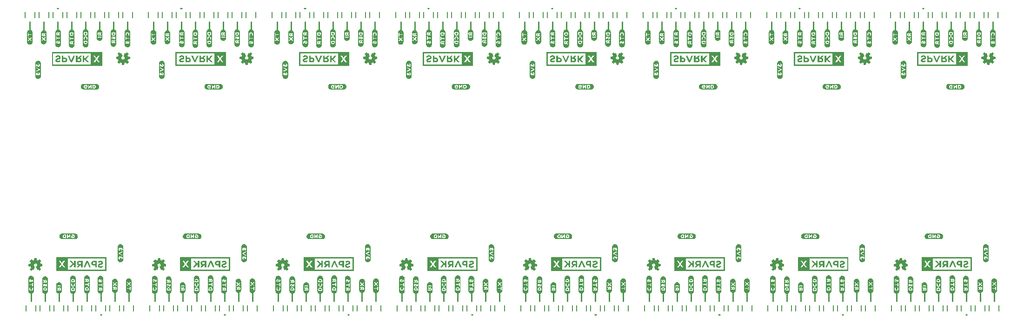
<source format=gbo>
G04 EAGLE Gerber RS-274X export*
G75*
%MOMM*%
%FSLAX34Y34*%
%LPD*%
%INSilkscreen Bottom*%
%IPPOS*%
%AMOC8*
5,1,8,0,0,1.08239X$1,22.5*%
G01*
%ADD10C,0.254000*%
%ADD11C,0.203200*%

G36*
X1510365Y149341D02*
X1510365Y149341D01*
X1510359Y149349D01*
X1510367Y149355D01*
X1510367Y174665D01*
X1510331Y174713D01*
X1510323Y174707D01*
X1510318Y174715D01*
X1418878Y174715D01*
X1418830Y174679D01*
X1418836Y174671D01*
X1418828Y174665D01*
X1418828Y149355D01*
X1418864Y149307D01*
X1418872Y149313D01*
X1418878Y149305D01*
X1510318Y149305D01*
X1510365Y149341D01*
G37*
G36*
X1051980Y523821D02*
X1051980Y523821D01*
X1051974Y523829D01*
X1051982Y523835D01*
X1051982Y549145D01*
X1051946Y549193D01*
X1051939Y549187D01*
X1051933Y549195D01*
X960493Y549195D01*
X960445Y549159D01*
X960451Y549151D01*
X960444Y549145D01*
X960444Y523835D01*
X960480Y523787D01*
X960487Y523793D01*
X960493Y523785D01*
X1051933Y523785D01*
X1051980Y523821D01*
G37*
G36*
X1277075Y523821D02*
X1277075Y523821D01*
X1277069Y523829D01*
X1277077Y523835D01*
X1277077Y549145D01*
X1277041Y549193D01*
X1277033Y549187D01*
X1277028Y549195D01*
X1185588Y549195D01*
X1185540Y549159D01*
X1185546Y549151D01*
X1185538Y549145D01*
X1185538Y523835D01*
X1185574Y523787D01*
X1185582Y523793D01*
X1185588Y523785D01*
X1277028Y523785D01*
X1277075Y523821D01*
G37*
G36*
X1727214Y523821D02*
X1727214Y523821D01*
X1727208Y523829D01*
X1727216Y523835D01*
X1727216Y549145D01*
X1727180Y549193D01*
X1727172Y549187D01*
X1727166Y549195D01*
X1635726Y549195D01*
X1635679Y549159D01*
X1635685Y549151D01*
X1635677Y549145D01*
X1635677Y523835D01*
X1635713Y523787D01*
X1635721Y523793D01*
X1635726Y523785D01*
X1727166Y523785D01*
X1727214Y523821D01*
G37*
G36*
X1285270Y149341D02*
X1285270Y149341D01*
X1285264Y149349D01*
X1285272Y149355D01*
X1285272Y174665D01*
X1285236Y174713D01*
X1285229Y174707D01*
X1285223Y174715D01*
X1193783Y174715D01*
X1193735Y174679D01*
X1193741Y174671D01*
X1193734Y174665D01*
X1193734Y149355D01*
X1193770Y149307D01*
X1193777Y149313D01*
X1193783Y149305D01*
X1285223Y149305D01*
X1285270Y149341D01*
G37*
G36*
X1735434Y149341D02*
X1735434Y149341D01*
X1735429Y149349D01*
X1735436Y149355D01*
X1735436Y174665D01*
X1735400Y174713D01*
X1735393Y174707D01*
X1735387Y174715D01*
X1643947Y174715D01*
X1643900Y174679D01*
X1643905Y174671D01*
X1643898Y174665D01*
X1643898Y149355D01*
X1643934Y149307D01*
X1643941Y149313D01*
X1643947Y149305D01*
X1735387Y149305D01*
X1735434Y149341D01*
G37*
G36*
X610037Y149341D02*
X610037Y149341D01*
X610031Y149349D01*
X610038Y149355D01*
X610038Y174665D01*
X610003Y174713D01*
X609995Y174707D01*
X609989Y174715D01*
X518549Y174715D01*
X518502Y174679D01*
X518508Y174671D01*
X518500Y174665D01*
X518500Y149355D01*
X518536Y149307D01*
X518543Y149313D01*
X518549Y149305D01*
X609989Y149305D01*
X610037Y149341D01*
G37*
G36*
X835106Y149341D02*
X835106Y149341D01*
X835100Y149349D01*
X835108Y149355D01*
X835108Y174665D01*
X835072Y174713D01*
X835064Y174707D01*
X835059Y174715D01*
X743619Y174715D01*
X743571Y174679D01*
X743577Y174671D01*
X743569Y174665D01*
X743569Y149355D01*
X743605Y149307D01*
X743613Y149313D01*
X743619Y149305D01*
X835059Y149305D01*
X835106Y149341D01*
G37*
G36*
X384942Y149341D02*
X384942Y149341D01*
X384936Y149349D01*
X384944Y149355D01*
X384944Y174665D01*
X384908Y174713D01*
X384900Y174707D01*
X384894Y174715D01*
X293454Y174715D01*
X293407Y174679D01*
X293413Y174671D01*
X293405Y174665D01*
X293405Y149355D01*
X293441Y149307D01*
X293449Y149313D01*
X293454Y149305D01*
X384894Y149305D01*
X384942Y149341D01*
G37*
G36*
X601816Y523821D02*
X601816Y523821D01*
X601810Y523829D01*
X601818Y523835D01*
X601818Y549145D01*
X601782Y549193D01*
X601774Y549187D01*
X601769Y549195D01*
X510329Y549195D01*
X510281Y549159D01*
X510287Y549151D01*
X510279Y549145D01*
X510279Y523835D01*
X510315Y523787D01*
X510323Y523793D01*
X510329Y523785D01*
X601769Y523785D01*
X601816Y523821D01*
G37*
G36*
X68372Y149307D02*
X68372Y149307D01*
X68379Y149313D01*
X68385Y149305D01*
X159825Y149305D01*
X159872Y149341D01*
X159867Y149349D01*
X159874Y149355D01*
X159874Y174665D01*
X159838Y174713D01*
X159831Y174707D01*
X159825Y174715D01*
X68385Y174715D01*
X68338Y174679D01*
X68343Y174671D01*
X68336Y174665D01*
X68336Y149355D01*
X68372Y149307D01*
G37*
G36*
X1060201Y149341D02*
X1060201Y149341D01*
X1060195Y149349D01*
X1060203Y149355D01*
X1060203Y174665D01*
X1060167Y174713D01*
X1060159Y174707D01*
X1060153Y174715D01*
X968713Y174715D01*
X968666Y174679D01*
X968672Y174671D01*
X968664Y174665D01*
X968664Y149355D01*
X968700Y149307D01*
X968708Y149313D01*
X968713Y149305D01*
X1060153Y149305D01*
X1060201Y149341D01*
G37*
G36*
X826911Y523821D02*
X826911Y523821D01*
X826905Y523829D01*
X826913Y523835D01*
X826913Y549145D01*
X826877Y549193D01*
X826869Y549187D01*
X826863Y549195D01*
X735423Y549195D01*
X735376Y549159D01*
X735382Y549151D01*
X735374Y549145D01*
X735374Y523835D01*
X735410Y523787D01*
X735418Y523793D01*
X735423Y523785D01*
X826863Y523785D01*
X826911Y523821D01*
G37*
G36*
X151652Y523821D02*
X151652Y523821D01*
X151646Y523829D01*
X151654Y523835D01*
X151654Y549145D01*
X151618Y549193D01*
X151610Y549187D01*
X151604Y549195D01*
X60164Y549195D01*
X60117Y549159D01*
X60123Y549151D01*
X60115Y549145D01*
X60115Y523835D01*
X60151Y523787D01*
X60159Y523793D01*
X60164Y523785D01*
X151604Y523785D01*
X151652Y523821D01*
G37*
G36*
X376747Y523821D02*
X376747Y523821D01*
X376741Y523829D01*
X376748Y523835D01*
X376748Y549145D01*
X376713Y549193D01*
X376705Y549187D01*
X376699Y549195D01*
X285259Y549195D01*
X285212Y549159D01*
X285218Y549151D01*
X285210Y549145D01*
X285210Y523835D01*
X285246Y523787D01*
X285253Y523793D01*
X285259Y523785D01*
X376699Y523785D01*
X376747Y523821D01*
G37*
G36*
X1502144Y523821D02*
X1502144Y523821D01*
X1502139Y523829D01*
X1502146Y523835D01*
X1502146Y549145D01*
X1502110Y549193D01*
X1502103Y549187D01*
X1502097Y549195D01*
X1410657Y549195D01*
X1410610Y549159D01*
X1410615Y549151D01*
X1410608Y549145D01*
X1410608Y523835D01*
X1410644Y523787D01*
X1410651Y523793D01*
X1410657Y523785D01*
X1502097Y523785D01*
X1502144Y523821D01*
G37*
%LPC*%
G36*
X539026Y151754D02*
X539026Y151754D01*
X539026Y172266D01*
X607590Y172266D01*
X607590Y151754D01*
X539026Y151754D01*
G37*
%LPD*%
%LPC*%
G36*
X1664424Y151754D02*
X1664424Y151754D01*
X1664424Y172266D01*
X1732988Y172266D01*
X1732988Y151754D01*
X1664424Y151754D01*
G37*
%LPD*%
%LPC*%
G36*
X157426Y172266D02*
X157426Y172266D01*
X157426Y151754D01*
X88862Y151754D01*
X88862Y172266D01*
X157426Y172266D01*
G37*
%LPD*%
%LPC*%
G36*
X313931Y151754D02*
X313931Y151754D01*
X313931Y172266D01*
X382495Y172266D01*
X382495Y151754D01*
X313931Y151754D01*
G37*
%LPD*%
%LPC*%
G36*
X287658Y526234D02*
X287658Y526234D01*
X287658Y546746D01*
X356222Y546746D01*
X356222Y526234D01*
X287658Y526234D01*
G37*
%LPD*%
%LPC*%
G36*
X989190Y151754D02*
X989190Y151754D01*
X989190Y172266D01*
X1057754Y172266D01*
X1057754Y151754D01*
X989190Y151754D01*
G37*
%LPD*%
%LPC*%
G36*
X764096Y151754D02*
X764096Y151754D01*
X764096Y172266D01*
X832659Y172266D01*
X832659Y151754D01*
X764096Y151754D01*
G37*
%LPD*%
%LPC*%
G36*
X1439355Y151754D02*
X1439355Y151754D01*
X1439355Y172266D01*
X1507918Y172266D01*
X1507918Y151754D01*
X1439355Y151754D01*
G37*
%LPD*%
%LPC*%
G36*
X62564Y526234D02*
X62564Y526234D01*
X62564Y546746D01*
X131127Y546746D01*
X131127Y526234D01*
X62564Y526234D01*
G37*
%LPD*%
%LPC*%
G36*
X1638126Y526234D02*
X1638126Y526234D01*
X1638126Y546746D01*
X1706689Y546746D01*
X1706689Y526234D01*
X1638126Y526234D01*
G37*
%LPD*%
%LPC*%
G36*
X737823Y526234D02*
X737823Y526234D01*
X737823Y546746D01*
X806386Y546746D01*
X806386Y526234D01*
X737823Y526234D01*
G37*
%LPD*%
%LPC*%
G36*
X1187987Y526234D02*
X1187987Y526234D01*
X1187987Y546746D01*
X1256551Y546746D01*
X1256551Y526234D01*
X1187987Y526234D01*
G37*
%LPD*%
%LPC*%
G36*
X512728Y526234D02*
X512728Y526234D01*
X512728Y546746D01*
X581292Y546746D01*
X581292Y526234D01*
X512728Y526234D01*
G37*
%LPD*%
%LPC*%
G36*
X962892Y526234D02*
X962892Y526234D01*
X962892Y546746D01*
X1031456Y546746D01*
X1031456Y526234D01*
X962892Y526234D01*
G37*
%LPD*%
%LPC*%
G36*
X1413056Y526234D02*
X1413056Y526234D01*
X1413056Y546746D01*
X1481620Y546746D01*
X1481620Y526234D01*
X1413056Y526234D01*
G37*
%LPD*%
%LPC*%
G36*
X1214260Y151754D02*
X1214260Y151754D01*
X1214260Y172266D01*
X1282824Y172266D01*
X1282824Y151754D01*
X1214260Y151754D01*
G37*
%LPD*%
G36*
X1163394Y150068D02*
X1163394Y150068D01*
X1163460Y150073D01*
X1163478Y150084D01*
X1163499Y150089D01*
X1163584Y150149D01*
X1163608Y150163D01*
X1163611Y150168D01*
X1163616Y150172D01*
X1165816Y152472D01*
X1165824Y152485D01*
X1165837Y152495D01*
X1165868Y152559D01*
X1165904Y152621D01*
X1165905Y152637D01*
X1165912Y152651D01*
X1165911Y152722D01*
X1165916Y152793D01*
X1165910Y152808D01*
X1165910Y152824D01*
X1165853Y152949D01*
X1165851Y152953D01*
X1165851Y152954D01*
X1165850Y152954D01*
X1163982Y155569D01*
X1163985Y155580D01*
X1163994Y155593D01*
X1164005Y155651D01*
X1164014Y155672D01*
X1164013Y155694D01*
X1164020Y155727D01*
X1164021Y155732D01*
X1164021Y155733D01*
X1164021Y155734D01*
X1164021Y155744D01*
X1164054Y155809D01*
X1164110Y155866D01*
X1164121Y155884D01*
X1164132Y155893D01*
X1164141Y155912D01*
X1164181Y155964D01*
X1164254Y156109D01*
X1164310Y156166D01*
X1164350Y156230D01*
X1164394Y156293D01*
X1164396Y156305D01*
X1164401Y156313D01*
X1164405Y156348D01*
X1164421Y156434D01*
X1164421Y156483D01*
X1164450Y156530D01*
X1164494Y156593D01*
X1164496Y156605D01*
X1164501Y156613D01*
X1164505Y156648D01*
X1164521Y156734D01*
X1164521Y156844D01*
X1164554Y156909D01*
X1164610Y156966D01*
X1164650Y157030D01*
X1164694Y157093D01*
X1164696Y157105D01*
X1164701Y157113D01*
X1164705Y157148D01*
X1164711Y157181D01*
X1164714Y157189D01*
X1164714Y157197D01*
X1164721Y157234D01*
X1164721Y157283D01*
X1164750Y157330D01*
X1164794Y157393D01*
X1164796Y157405D01*
X1164801Y157413D01*
X1164805Y157448D01*
X1164821Y157534D01*
X1164821Y157644D01*
X1164850Y157702D01*
X1168106Y158260D01*
X1168124Y158267D01*
X1168143Y158268D01*
X1168203Y158301D01*
X1168265Y158327D01*
X1168278Y158342D01*
X1168295Y158351D01*
X1168334Y158407D01*
X1168378Y158458D01*
X1168383Y158477D01*
X1168394Y158493D01*
X1168415Y158604D01*
X1168421Y158626D01*
X1168420Y158630D01*
X1168421Y158634D01*
X1168421Y161834D01*
X1168417Y161853D01*
X1168419Y161872D01*
X1168408Y161906D01*
X1168407Y161913D01*
X1168402Y161923D01*
X1168397Y161936D01*
X1168382Y162002D01*
X1168369Y162017D01*
X1168363Y162035D01*
X1168315Y162083D01*
X1168271Y162136D01*
X1168254Y162143D01*
X1168240Y162157D01*
X1168134Y162197D01*
X1168113Y162206D01*
X1168110Y162206D01*
X1168106Y162208D01*
X1164894Y162758D01*
X1164883Y162797D01*
X1164882Y162802D01*
X1164881Y162803D01*
X1164821Y162923D01*
X1164821Y162934D01*
X1164817Y162949D01*
X1164820Y162965D01*
X1164800Y163035D01*
X1164800Y163050D01*
X1164792Y163064D01*
X1164783Y163097D01*
X1164782Y163102D01*
X1164781Y163103D01*
X1164721Y163223D01*
X1164721Y163234D01*
X1164717Y163249D01*
X1164720Y163265D01*
X1164683Y163397D01*
X1164682Y163402D01*
X1164681Y163403D01*
X1164521Y163723D01*
X1164521Y163734D01*
X1164517Y163749D01*
X1164520Y163765D01*
X1164483Y163897D01*
X1164482Y163902D01*
X1164481Y163903D01*
X1164381Y164103D01*
X1164358Y164131D01*
X1164321Y164185D01*
X1164321Y164234D01*
X1164304Y164308D01*
X1164290Y164383D01*
X1164284Y164393D01*
X1164282Y164402D01*
X1164259Y164430D01*
X1164210Y164502D01*
X1164154Y164558D01*
X1164081Y164703D01*
X1164058Y164731D01*
X1164021Y164785D01*
X1164021Y164834D01*
X1164004Y164908D01*
X1164000Y164930D01*
X1165854Y167618D01*
X1165860Y167634D01*
X1165872Y167647D01*
X1165892Y167714D01*
X1165917Y167779D01*
X1165916Y167797D01*
X1165921Y167813D01*
X1165908Y167882D01*
X1165902Y167952D01*
X1165893Y167966D01*
X1165890Y167983D01*
X1165819Y168089D01*
X1165812Y168100D01*
X1165811Y168100D01*
X1165810Y168102D01*
X1163610Y170302D01*
X1163595Y170311D01*
X1163585Y170325D01*
X1163522Y170356D01*
X1163463Y170393D01*
X1163446Y170395D01*
X1163431Y170402D01*
X1163360Y170403D01*
X1163291Y170409D01*
X1163275Y170403D01*
X1163258Y170403D01*
X1163140Y170352D01*
X1163129Y170348D01*
X1163128Y170347D01*
X1163127Y170346D01*
X1160427Y168484D01*
X1160410Y168502D01*
X1160345Y168542D01*
X1160282Y168586D01*
X1160271Y168588D01*
X1160263Y168593D01*
X1160228Y168596D01*
X1160142Y168613D01*
X1160092Y168613D01*
X1160080Y168621D01*
X1160011Y168673D01*
X1159866Y168745D01*
X1159810Y168802D01*
X1159745Y168842D01*
X1159682Y168886D01*
X1159671Y168888D01*
X1159663Y168893D01*
X1159628Y168896D01*
X1159542Y168913D01*
X1159492Y168913D01*
X1159480Y168921D01*
X1159411Y168973D01*
X1159211Y169073D01*
X1159196Y169077D01*
X1159182Y169086D01*
X1159049Y169112D01*
X1159043Y169113D01*
X1159042Y169113D01*
X1159031Y169113D01*
X1158911Y169173D01*
X1158896Y169177D01*
X1158882Y169186D01*
X1158749Y169212D01*
X1158743Y169213D01*
X1158742Y169213D01*
X1158692Y169213D01*
X1158645Y169242D01*
X1158582Y169286D01*
X1158571Y169288D01*
X1158563Y169293D01*
X1158528Y169296D01*
X1158442Y169313D01*
X1158331Y169313D01*
X1158274Y169342D01*
X1157716Y172598D01*
X1157708Y172616D01*
X1157707Y172635D01*
X1157675Y172694D01*
X1157648Y172757D01*
X1157634Y172770D01*
X1157624Y172787D01*
X1157569Y172826D01*
X1157517Y172870D01*
X1157498Y172875D01*
X1157482Y172886D01*
X1157372Y172907D01*
X1157349Y172913D01*
X1157346Y172912D01*
X1157342Y172913D01*
X1154142Y172913D01*
X1154123Y172909D01*
X1154104Y172911D01*
X1154039Y172889D01*
X1153973Y172873D01*
X1153958Y172861D01*
X1153940Y172855D01*
X1153892Y172807D01*
X1153840Y172763D01*
X1153832Y172746D01*
X1153818Y172732D01*
X1153779Y172626D01*
X1153769Y172605D01*
X1153770Y172602D01*
X1153768Y172598D01*
X1153217Y169386D01*
X1153179Y169375D01*
X1153173Y169373D01*
X1153172Y169373D01*
X1153052Y169313D01*
X1153042Y169313D01*
X1153026Y169309D01*
X1153010Y169312D01*
X1152879Y169275D01*
X1152873Y169273D01*
X1152872Y169273D01*
X1152752Y169213D01*
X1152742Y169213D01*
X1152726Y169209D01*
X1152710Y169212D01*
X1152579Y169175D01*
X1152573Y169173D01*
X1152572Y169173D01*
X1152452Y169113D01*
X1152342Y169113D01*
X1152267Y169096D01*
X1152192Y169082D01*
X1152183Y169076D01*
X1152173Y169073D01*
X1152146Y169051D01*
X1152074Y169002D01*
X1152017Y168945D01*
X1151952Y168913D01*
X1151942Y168913D01*
X1151926Y168909D01*
X1151910Y168912D01*
X1151779Y168875D01*
X1151773Y168873D01*
X1151772Y168873D01*
X1151572Y168773D01*
X1151545Y168750D01*
X1151474Y168702D01*
X1151417Y168645D01*
X1151352Y168613D01*
X1151342Y168613D01*
X1151326Y168609D01*
X1151310Y168612D01*
X1151179Y168575D01*
X1151173Y168573D01*
X1151172Y168573D01*
X1151031Y168502D01*
X1148357Y170346D01*
X1148345Y170351D01*
X1148336Y170360D01*
X1148265Y170382D01*
X1148196Y170409D01*
X1148183Y170408D01*
X1148171Y170412D01*
X1148098Y170400D01*
X1148024Y170394D01*
X1148013Y170387D01*
X1148000Y170385D01*
X1147880Y170308D01*
X1145580Y168108D01*
X1145566Y168086D01*
X1145545Y168070D01*
X1145519Y168014D01*
X1145485Y167963D01*
X1145482Y167937D01*
X1145471Y167914D01*
X1145472Y167852D01*
X1145465Y167791D01*
X1145474Y167767D01*
X1145474Y167741D01*
X1145511Y167661D01*
X1145523Y167628D01*
X1145530Y167622D01*
X1145535Y167611D01*
X1147470Y164938D01*
X1147430Y164858D01*
X1147374Y164802D01*
X1147333Y164737D01*
X1147290Y164674D01*
X1147287Y164663D01*
X1147282Y164655D01*
X1147279Y164620D01*
X1147263Y164534D01*
X1147263Y164484D01*
X1147255Y164471D01*
X1147203Y164403D01*
X1147130Y164258D01*
X1147074Y164202D01*
X1147033Y164137D01*
X1146990Y164074D01*
X1146987Y164063D01*
X1146982Y164055D01*
X1146979Y164020D01*
X1146963Y163934D01*
X1146963Y163884D01*
X1146933Y163837D01*
X1146890Y163774D01*
X1146887Y163763D01*
X1146882Y163755D01*
X1146879Y163720D01*
X1146863Y163634D01*
X1146863Y163523D01*
X1146830Y163458D01*
X1146774Y163402D01*
X1146733Y163337D01*
X1146690Y163274D01*
X1146687Y163263D01*
X1146682Y163255D01*
X1146679Y163220D01*
X1146663Y163134D01*
X1146663Y163084D01*
X1146633Y163037D01*
X1146590Y162974D01*
X1146587Y162963D01*
X1146582Y162955D01*
X1146579Y162920D01*
X1146563Y162834D01*
X1146563Y162755D01*
X1143279Y162208D01*
X1143261Y162200D01*
X1143241Y162199D01*
X1143182Y162167D01*
X1143120Y162141D01*
X1143106Y162126D01*
X1143089Y162116D01*
X1143050Y162061D01*
X1143006Y162011D01*
X1143001Y161991D01*
X1142990Y161974D01*
X1142974Y161893D01*
X1142969Y161883D01*
X1142970Y161872D01*
X1142969Y161868D01*
X1142963Y161843D01*
X1142964Y161839D01*
X1142963Y161834D01*
X1142963Y158634D01*
X1142967Y158615D01*
X1142964Y158596D01*
X1142987Y158531D01*
X1143002Y158465D01*
X1143014Y158450D01*
X1143021Y158432D01*
X1143069Y158384D01*
X1143112Y158332D01*
X1143130Y158324D01*
X1143144Y158310D01*
X1143250Y158270D01*
X1143270Y158261D01*
X1143274Y158261D01*
X1143278Y158260D01*
X1146566Y157696D01*
X1146601Y157571D01*
X1146602Y157565D01*
X1146603Y157564D01*
X1146663Y157444D01*
X1146663Y157434D01*
X1146666Y157418D01*
X1146664Y157402D01*
X1146701Y157271D01*
X1146702Y157265D01*
X1146703Y157264D01*
X1146763Y157144D01*
X1146763Y157134D01*
X1146766Y157118D01*
X1146764Y157102D01*
X1146801Y156971D01*
X1146802Y156965D01*
X1146803Y156964D01*
X1146963Y156644D01*
X1146963Y156634D01*
X1146966Y156618D01*
X1146964Y156602D01*
X1147001Y156471D01*
X1147002Y156465D01*
X1147003Y156464D01*
X1147103Y156264D01*
X1147126Y156236D01*
X1147174Y156166D01*
X1147230Y156109D01*
X1147263Y156044D01*
X1147263Y156034D01*
X1147266Y156018D01*
X1147264Y156002D01*
X1147301Y155871D01*
X1147302Y155865D01*
X1147303Y155864D01*
X1147403Y155664D01*
X1147426Y155636D01*
X1147474Y155566D01*
X1147484Y155555D01*
X1145538Y152961D01*
X1145528Y152939D01*
X1145512Y152920D01*
X1145494Y152860D01*
X1145469Y152803D01*
X1145470Y152778D01*
X1145463Y152754D01*
X1145474Y152693D01*
X1145477Y152630D01*
X1145489Y152608D01*
X1145493Y152584D01*
X1145544Y152509D01*
X1145561Y152479D01*
X1145568Y152474D01*
X1145574Y152466D01*
X1147874Y150166D01*
X1147888Y150157D01*
X1147898Y150143D01*
X1147961Y150111D01*
X1148021Y150074D01*
X1148038Y150073D01*
X1148053Y150065D01*
X1148123Y150065D01*
X1148193Y150058D01*
X1148209Y150064D01*
X1148226Y150064D01*
X1148344Y150116D01*
X1148355Y150120D01*
X1148355Y150121D01*
X1148357Y150121D01*
X1151056Y151983D01*
X1151074Y151966D01*
X1151138Y151925D01*
X1151201Y151881D01*
X1151213Y151879D01*
X1151221Y151874D01*
X1151256Y151871D01*
X1151271Y151868D01*
X1151274Y151866D01*
X1151338Y151825D01*
X1151401Y151781D01*
X1151413Y151779D01*
X1151421Y151774D01*
X1151456Y151771D01*
X1151542Y151754D01*
X1151592Y151754D01*
X1151638Y151725D01*
X1151701Y151681D01*
X1151713Y151679D01*
X1151721Y151674D01*
X1151756Y151671D01*
X1151771Y151668D01*
X1151774Y151666D01*
X1151838Y151625D01*
X1151901Y151581D01*
X1151913Y151579D01*
X1151921Y151574D01*
X1151956Y151571D01*
X1151971Y151568D01*
X1151974Y151566D01*
X1152038Y151525D01*
X1152101Y151481D01*
X1152113Y151479D01*
X1152121Y151474D01*
X1152156Y151471D01*
X1152184Y151465D01*
X1152212Y151432D01*
X1152231Y151424D01*
X1152245Y151409D01*
X1152309Y151389D01*
X1152370Y151361D01*
X1152391Y151362D01*
X1152410Y151356D01*
X1152476Y151366D01*
X1152543Y151368D01*
X1152561Y151378D01*
X1152581Y151381D01*
X1152636Y151419D01*
X1152695Y151451D01*
X1152707Y151468D01*
X1152723Y151480D01*
X1152779Y151572D01*
X1152794Y151593D01*
X1152795Y151598D01*
X1152797Y151602D01*
X1154797Y157002D01*
X1154801Y157033D01*
X1154814Y157061D01*
X1154812Y157117D01*
X1154819Y157174D01*
X1154809Y157203D01*
X1154808Y157234D01*
X1154781Y157284D01*
X1154762Y157337D01*
X1154740Y157359D01*
X1154725Y157386D01*
X1154665Y157432D01*
X1154638Y157458D01*
X1154625Y157462D01*
X1154611Y157473D01*
X1154066Y157745D01*
X1153910Y157902D01*
X1153880Y157921D01*
X1153811Y157973D01*
X1153666Y158045D01*
X1153354Y158358D01*
X1153281Y158503D01*
X1153258Y158531D01*
X1153210Y158602D01*
X1153054Y158758D01*
X1152993Y158879D01*
X1152902Y159154D01*
X1152889Y159173D01*
X1152881Y159203D01*
X1152821Y159323D01*
X1152821Y159434D01*
X1152813Y159469D01*
X1152802Y159554D01*
X1152721Y159795D01*
X1152721Y160572D01*
X1152802Y160814D01*
X1152805Y160850D01*
X1152821Y160934D01*
X1152821Y161119D01*
X1152957Y161323D01*
X1152970Y161358D01*
X1153002Y161414D01*
X1153086Y161666D01*
X1153437Y162192D01*
X1153783Y162539D01*
X1154310Y162890D01*
X1154562Y162974D01*
X1154580Y162985D01*
X1154594Y162988D01*
X1154607Y162999D01*
X1154652Y163018D01*
X1154857Y163154D01*
X1155042Y163154D01*
X1155077Y163163D01*
X1155162Y163174D01*
X1155403Y163254D01*
X1155995Y163254D01*
X1156350Y163166D01*
X1156386Y163165D01*
X1156442Y163154D01*
X1156627Y163154D01*
X1156831Y163018D01*
X1156866Y163005D01*
X1156916Y162977D01*
X1156918Y162976D01*
X1156922Y162974D01*
X1157174Y162890D01*
X1157400Y162739D01*
X1157574Y162566D01*
X1157600Y162549D01*
X1157631Y162518D01*
X1157900Y162339D01*
X1158047Y162192D01*
X1158398Y161666D01*
X1158763Y160572D01*
X1158763Y160095D01*
X1158682Y159854D01*
X1158679Y159818D01*
X1158663Y159734D01*
X1158663Y159523D01*
X1158503Y159203D01*
X1158497Y159181D01*
X1158482Y159154D01*
X1158391Y158879D01*
X1158230Y158558D01*
X1158074Y158402D01*
X1158055Y158371D01*
X1158003Y158303D01*
X1157930Y158158D01*
X1157817Y158045D01*
X1157672Y157973D01*
X1157645Y157950D01*
X1157574Y157902D01*
X1157417Y157745D01*
X1157096Y157585D01*
X1156822Y157493D01*
X1156773Y157463D01*
X1156720Y157441D01*
X1156700Y157419D01*
X1156675Y157403D01*
X1156644Y157354D01*
X1156606Y157311D01*
X1156599Y157282D01*
X1156583Y157256D01*
X1156577Y157199D01*
X1156563Y157143D01*
X1156568Y157109D01*
X1156566Y157084D01*
X1156578Y157052D01*
X1156586Y157002D01*
X1158586Y151602D01*
X1158612Y151564D01*
X1158628Y151521D01*
X1158659Y151493D01*
X1158682Y151458D01*
X1158721Y151435D01*
X1158755Y151404D01*
X1158795Y151392D01*
X1158831Y151371D01*
X1158877Y151368D01*
X1158921Y151355D01*
X1158962Y151362D01*
X1159004Y151360D01*
X1159046Y151377D01*
X1159091Y151385D01*
X1159133Y151413D01*
X1159164Y151426D01*
X1159181Y151446D01*
X1159194Y151454D01*
X1159242Y151454D01*
X1159316Y151472D01*
X1159391Y151485D01*
X1159401Y151492D01*
X1159410Y151494D01*
X1159438Y151517D01*
X1159510Y151566D01*
X1159516Y151572D01*
X1159591Y151585D01*
X1159601Y151592D01*
X1159610Y151594D01*
X1159638Y151617D01*
X1159710Y151666D01*
X1159716Y151672D01*
X1159791Y151685D01*
X1159801Y151692D01*
X1159810Y151694D01*
X1159838Y151717D01*
X1159910Y151766D01*
X1159916Y151772D01*
X1159991Y151785D01*
X1160001Y151792D01*
X1160010Y151794D01*
X1160038Y151817D01*
X1160110Y151866D01*
X1160116Y151872D01*
X1160191Y151885D01*
X1160201Y151892D01*
X1160210Y151894D01*
X1160238Y151917D01*
X1160310Y151966D01*
X1160316Y151972D01*
X1160391Y151985D01*
X1160401Y151992D01*
X1160410Y151994D01*
X1160411Y151994D01*
X1163127Y150121D01*
X1163146Y150114D01*
X1163162Y150100D01*
X1163226Y150082D01*
X1163288Y150058D01*
X1163309Y150060D01*
X1163330Y150055D01*
X1163394Y150068D01*
G37*
G36*
X938325Y150068D02*
X938325Y150068D01*
X938391Y150073D01*
X938409Y150084D01*
X938430Y150089D01*
X938514Y150149D01*
X938538Y150163D01*
X938541Y150168D01*
X938546Y150172D01*
X940746Y152472D01*
X940755Y152485D01*
X940767Y152495D01*
X940798Y152559D01*
X940834Y152621D01*
X940836Y152637D01*
X940843Y152651D01*
X940842Y152722D01*
X940847Y152793D01*
X940841Y152808D01*
X940841Y152824D01*
X940783Y152949D01*
X940782Y152953D01*
X940781Y152954D01*
X938913Y155569D01*
X938915Y155580D01*
X938925Y155593D01*
X938936Y155651D01*
X938945Y155672D01*
X938944Y155694D01*
X938950Y155727D01*
X938952Y155732D01*
X938952Y155733D01*
X938952Y155734D01*
X938952Y155744D01*
X938984Y155809D01*
X939041Y155866D01*
X939052Y155884D01*
X939063Y155893D01*
X939071Y155912D01*
X939112Y155964D01*
X939184Y156109D01*
X939241Y156166D01*
X939281Y156230D01*
X939325Y156293D01*
X939327Y156305D01*
X939332Y156313D01*
X939335Y156348D01*
X939352Y156434D01*
X939352Y156483D01*
X939381Y156530D01*
X939425Y156593D01*
X939427Y156605D01*
X939432Y156613D01*
X939435Y156648D01*
X939452Y156734D01*
X939452Y156844D01*
X939484Y156909D01*
X939541Y156966D01*
X939581Y157030D01*
X939625Y157093D01*
X939627Y157105D01*
X939632Y157113D01*
X939635Y157148D01*
X939642Y157181D01*
X939645Y157189D01*
X939645Y157197D01*
X939652Y157234D01*
X939652Y157283D01*
X939681Y157330D01*
X939725Y157393D01*
X939727Y157405D01*
X939732Y157413D01*
X939735Y157448D01*
X939752Y157534D01*
X939752Y157644D01*
X939780Y157702D01*
X943037Y158260D01*
X943054Y158267D01*
X943074Y158268D01*
X943133Y158301D01*
X943196Y158327D01*
X943209Y158342D01*
X943226Y158351D01*
X943264Y158407D01*
X943309Y158458D01*
X943314Y158477D01*
X943325Y158493D01*
X943346Y158604D01*
X943352Y158626D01*
X943351Y158630D01*
X943352Y158634D01*
X943352Y161834D01*
X943347Y161853D01*
X943350Y161872D01*
X943338Y161906D01*
X943338Y161913D01*
X943332Y161923D01*
X943328Y161936D01*
X943312Y162002D01*
X943300Y162017D01*
X943294Y162035D01*
X943245Y162083D01*
X943202Y162136D01*
X943184Y162143D01*
X943171Y162157D01*
X943065Y162197D01*
X943044Y162206D01*
X943041Y162206D01*
X943037Y162208D01*
X939824Y162758D01*
X939813Y162797D01*
X939812Y162802D01*
X939812Y162803D01*
X939752Y162923D01*
X939752Y162934D01*
X939748Y162949D01*
X939750Y162965D01*
X939731Y163035D01*
X939730Y163050D01*
X939723Y163064D01*
X939713Y163097D01*
X939712Y163102D01*
X939712Y163103D01*
X939652Y163223D01*
X939652Y163234D01*
X939648Y163249D01*
X939650Y163265D01*
X939613Y163397D01*
X939612Y163402D01*
X939612Y163403D01*
X939452Y163723D01*
X939452Y163734D01*
X939448Y163749D01*
X939450Y163765D01*
X939413Y163897D01*
X939412Y163902D01*
X939412Y163903D01*
X939312Y164103D01*
X939289Y164131D01*
X939252Y164185D01*
X939252Y164234D01*
X939234Y164308D01*
X939221Y164383D01*
X939214Y164393D01*
X939212Y164402D01*
X939190Y164430D01*
X939141Y164502D01*
X939084Y164558D01*
X939012Y164703D01*
X938989Y164731D01*
X938952Y164785D01*
X938952Y164834D01*
X938934Y164908D01*
X938930Y164930D01*
X940785Y167618D01*
X940791Y167634D01*
X940802Y167647D01*
X940822Y167714D01*
X940848Y167779D01*
X940846Y167797D01*
X940851Y167813D01*
X940839Y167882D01*
X940833Y167952D01*
X940824Y167966D01*
X940821Y167983D01*
X940749Y168089D01*
X940743Y168100D01*
X940742Y168100D01*
X940741Y168102D01*
X938541Y170302D01*
X938526Y170311D01*
X938516Y170325D01*
X938453Y170356D01*
X938394Y170393D01*
X938377Y170395D01*
X938361Y170402D01*
X938291Y170403D01*
X938221Y170409D01*
X938205Y170403D01*
X938188Y170403D01*
X938071Y170352D01*
X938060Y170348D01*
X938059Y170347D01*
X938057Y170346D01*
X935358Y168484D01*
X935341Y168502D01*
X935276Y168542D01*
X935213Y168586D01*
X935202Y168588D01*
X935194Y168593D01*
X935158Y168596D01*
X935072Y168613D01*
X935023Y168613D01*
X935010Y168621D01*
X934942Y168673D01*
X934797Y168745D01*
X934741Y168802D01*
X934676Y168842D01*
X934613Y168886D01*
X934602Y168888D01*
X934594Y168893D01*
X934558Y168896D01*
X934472Y168913D01*
X934423Y168913D01*
X934410Y168921D01*
X934342Y168973D01*
X934142Y169073D01*
X934126Y169077D01*
X934113Y169086D01*
X933979Y169112D01*
X933974Y169113D01*
X933973Y169113D01*
X933972Y169113D01*
X933962Y169113D01*
X933842Y169173D01*
X933826Y169177D01*
X933813Y169186D01*
X933679Y169212D01*
X933674Y169213D01*
X933673Y169213D01*
X933672Y169213D01*
X933623Y169213D01*
X933576Y169242D01*
X933513Y169286D01*
X933502Y169288D01*
X933494Y169293D01*
X933458Y169296D01*
X933372Y169313D01*
X933262Y169313D01*
X933204Y169342D01*
X932646Y172598D01*
X932639Y172616D01*
X932638Y172635D01*
X932605Y172694D01*
X932579Y172757D01*
X932564Y172770D01*
X932555Y172787D01*
X932499Y172826D01*
X932448Y172870D01*
X932429Y172875D01*
X932413Y172886D01*
X932302Y172907D01*
X932280Y172913D01*
X932277Y172912D01*
X932272Y172913D01*
X929072Y172913D01*
X929054Y172909D01*
X929034Y172911D01*
X928970Y172889D01*
X928904Y172873D01*
X928889Y172861D01*
X928871Y172855D01*
X928823Y172807D01*
X928771Y172763D01*
X928763Y172746D01*
X928749Y172732D01*
X928709Y172626D01*
X928700Y172605D01*
X928700Y172602D01*
X928699Y172598D01*
X928148Y169386D01*
X928109Y169375D01*
X928104Y169373D01*
X928103Y169373D01*
X927983Y169313D01*
X927972Y169313D01*
X927957Y169309D01*
X927941Y169312D01*
X927809Y169275D01*
X927804Y169273D01*
X927803Y169273D01*
X927683Y169213D01*
X927672Y169213D01*
X927657Y169209D01*
X927641Y169212D01*
X927509Y169175D01*
X927504Y169173D01*
X927503Y169173D01*
X927383Y169113D01*
X927272Y169113D01*
X927198Y169096D01*
X927123Y169082D01*
X927113Y169076D01*
X927104Y169073D01*
X927077Y169051D01*
X927004Y169002D01*
X926948Y168945D01*
X926883Y168913D01*
X926872Y168913D01*
X926857Y168909D01*
X926841Y168912D01*
X926709Y168875D01*
X926704Y168873D01*
X926703Y168873D01*
X926503Y168773D01*
X926475Y168750D01*
X926404Y168702D01*
X926348Y168645D01*
X926283Y168613D01*
X926272Y168613D01*
X926257Y168609D01*
X926241Y168612D01*
X926109Y168575D01*
X926104Y168573D01*
X926103Y168573D01*
X925961Y168502D01*
X923288Y170346D01*
X923276Y170351D01*
X923267Y170360D01*
X923196Y170382D01*
X923127Y170409D01*
X923114Y170408D01*
X923102Y170412D01*
X923028Y170400D01*
X922954Y170394D01*
X922943Y170387D01*
X922931Y170385D01*
X922810Y170308D01*
X920510Y168108D01*
X920496Y168086D01*
X920476Y168070D01*
X920449Y168014D01*
X920416Y167963D01*
X920413Y167937D01*
X920402Y167914D01*
X920403Y167852D01*
X920396Y167791D01*
X920404Y167767D01*
X920405Y167741D01*
X920442Y167661D01*
X920454Y167628D01*
X920460Y167622D01*
X920465Y167611D01*
X922401Y164938D01*
X922361Y164858D01*
X922304Y164802D01*
X922264Y164737D01*
X922220Y164674D01*
X922218Y164663D01*
X922213Y164655D01*
X922210Y164620D01*
X922193Y164534D01*
X922193Y164484D01*
X922185Y164471D01*
X922133Y164403D01*
X922061Y164258D01*
X922004Y164202D01*
X921964Y164137D01*
X921920Y164074D01*
X921918Y164063D01*
X921913Y164055D01*
X921910Y164020D01*
X921893Y163934D01*
X921893Y163884D01*
X921864Y163837D01*
X921820Y163774D01*
X921818Y163763D01*
X921813Y163755D01*
X921810Y163720D01*
X921793Y163634D01*
X921793Y163523D01*
X921761Y163458D01*
X921704Y163402D01*
X921664Y163337D01*
X921620Y163274D01*
X921618Y163263D01*
X921613Y163255D01*
X921610Y163220D01*
X921593Y163134D01*
X921593Y163084D01*
X921564Y163037D01*
X921520Y162974D01*
X921518Y162963D01*
X921513Y162955D01*
X921510Y162920D01*
X921493Y162834D01*
X921493Y162755D01*
X918210Y162208D01*
X918191Y162200D01*
X918171Y162199D01*
X918112Y162167D01*
X918050Y162141D01*
X918037Y162126D01*
X918019Y162116D01*
X917981Y162061D01*
X917937Y162011D01*
X917932Y161991D01*
X917920Y161974D01*
X917905Y161893D01*
X917900Y161883D01*
X917900Y161872D01*
X917900Y161868D01*
X917893Y161843D01*
X917894Y161839D01*
X917893Y161834D01*
X917893Y158634D01*
X917898Y158615D01*
X917895Y158596D01*
X917917Y158531D01*
X917933Y158465D01*
X917945Y158450D01*
X917951Y158432D01*
X918000Y158384D01*
X918043Y158332D01*
X918061Y158324D01*
X918074Y158310D01*
X918180Y158270D01*
X918201Y158261D01*
X918204Y158261D01*
X918208Y158260D01*
X921496Y157696D01*
X921531Y157571D01*
X921533Y157565D01*
X921533Y157564D01*
X921593Y157444D01*
X921593Y157434D01*
X921597Y157418D01*
X921595Y157402D01*
X921631Y157271D01*
X921633Y157265D01*
X921633Y157264D01*
X921693Y157144D01*
X921693Y157134D01*
X921697Y157118D01*
X921695Y157102D01*
X921731Y156971D01*
X921733Y156965D01*
X921733Y156964D01*
X921893Y156644D01*
X921893Y156634D01*
X921897Y156618D01*
X921895Y156602D01*
X921931Y156471D01*
X921933Y156465D01*
X921933Y156464D01*
X922033Y156264D01*
X922056Y156236D01*
X922104Y156166D01*
X922161Y156109D01*
X922193Y156044D01*
X922193Y156034D01*
X922197Y156018D01*
X922195Y156002D01*
X922231Y155871D01*
X922233Y155865D01*
X922233Y155864D01*
X922333Y155664D01*
X922356Y155636D01*
X922404Y155566D01*
X922415Y155555D01*
X920469Y152961D01*
X920459Y152939D01*
X920442Y152920D01*
X920425Y152860D01*
X920400Y152803D01*
X920401Y152778D01*
X920394Y152754D01*
X920405Y152693D01*
X920408Y152630D01*
X920420Y152608D01*
X920424Y152584D01*
X920475Y152509D01*
X920492Y152479D01*
X920499Y152474D01*
X920504Y152466D01*
X922804Y150166D01*
X922819Y150157D01*
X922829Y150143D01*
X922892Y150111D01*
X922951Y150074D01*
X922968Y150073D01*
X922984Y150065D01*
X923054Y150065D01*
X923124Y150058D01*
X923140Y150064D01*
X923157Y150064D01*
X923274Y150116D01*
X923285Y150120D01*
X923286Y150121D01*
X923288Y150121D01*
X925987Y151983D01*
X926004Y151966D01*
X926069Y151925D01*
X926132Y151881D01*
X926143Y151879D01*
X926151Y151874D01*
X926186Y151871D01*
X926202Y151868D01*
X926204Y151866D01*
X926269Y151825D01*
X926332Y151781D01*
X926343Y151779D01*
X926351Y151774D01*
X926386Y151771D01*
X926472Y151754D01*
X926522Y151754D01*
X926569Y151725D01*
X926632Y151681D01*
X926643Y151679D01*
X926651Y151674D01*
X926686Y151671D01*
X926702Y151668D01*
X926704Y151666D01*
X926769Y151625D01*
X926832Y151581D01*
X926843Y151579D01*
X926851Y151574D01*
X926886Y151571D01*
X926902Y151568D01*
X926904Y151566D01*
X926969Y151525D01*
X927032Y151481D01*
X927043Y151479D01*
X927051Y151474D01*
X927086Y151471D01*
X927115Y151465D01*
X927143Y151432D01*
X927161Y151424D01*
X927176Y151409D01*
X927240Y151389D01*
X927301Y151361D01*
X927321Y151362D01*
X927340Y151356D01*
X927407Y151366D01*
X927474Y151368D01*
X927492Y151378D01*
X927512Y151381D01*
X927567Y151419D01*
X927626Y151451D01*
X927637Y151468D01*
X927654Y151480D01*
X927710Y151572D01*
X927725Y151593D01*
X927726Y151598D01*
X927728Y151602D01*
X929728Y157002D01*
X929732Y157033D01*
X929745Y157061D01*
X929743Y157117D01*
X929750Y157174D01*
X929739Y157203D01*
X929738Y157234D01*
X929711Y157284D01*
X929693Y157337D01*
X929670Y157359D01*
X929656Y157386D01*
X929596Y157432D01*
X929569Y157458D01*
X929556Y157462D01*
X929542Y157473D01*
X928997Y157745D01*
X928841Y157902D01*
X928810Y157921D01*
X928742Y157973D01*
X928597Y158045D01*
X928284Y158358D01*
X928212Y158503D01*
X928189Y158531D01*
X928141Y158602D01*
X927984Y158758D01*
X927924Y158879D01*
X927832Y159154D01*
X927820Y159173D01*
X927812Y159203D01*
X927752Y159323D01*
X927752Y159434D01*
X927743Y159469D01*
X927732Y159554D01*
X927652Y159795D01*
X927652Y160572D01*
X927732Y160814D01*
X927735Y160850D01*
X927752Y160934D01*
X927752Y161119D01*
X927888Y161323D01*
X927901Y161358D01*
X927932Y161414D01*
X928016Y161666D01*
X928367Y162192D01*
X928714Y162539D01*
X929241Y162890D01*
X929492Y162974D01*
X929511Y162985D01*
X929524Y162988D01*
X929537Y162999D01*
X929583Y163018D01*
X929787Y163154D01*
X929972Y163154D01*
X930007Y163163D01*
X930092Y163174D01*
X930334Y163254D01*
X930926Y163254D01*
X931280Y163166D01*
X931316Y163165D01*
X931372Y163154D01*
X931558Y163154D01*
X931762Y163018D01*
X931797Y163005D01*
X931846Y162977D01*
X931848Y162976D01*
X931849Y162976D01*
X931852Y162974D01*
X932104Y162890D01*
X932331Y162739D01*
X932504Y162566D01*
X932530Y162549D01*
X932562Y162518D01*
X932831Y162339D01*
X932978Y162192D01*
X933329Y161666D01*
X933693Y160572D01*
X933693Y160095D01*
X933613Y159854D01*
X933609Y159818D01*
X933593Y159734D01*
X933593Y159523D01*
X933433Y159203D01*
X933428Y159181D01*
X933413Y159154D01*
X933321Y158879D01*
X933161Y158558D01*
X933004Y158402D01*
X932985Y158371D01*
X932933Y158303D01*
X932861Y158158D01*
X932748Y158045D01*
X932603Y157973D01*
X932575Y157950D01*
X932504Y157902D01*
X932348Y157745D01*
X932027Y157585D01*
X931752Y157493D01*
X931704Y157463D01*
X931650Y157441D01*
X931631Y157419D01*
X931605Y157403D01*
X931575Y157354D01*
X931537Y157311D01*
X931529Y157282D01*
X931513Y157256D01*
X931508Y157199D01*
X931493Y157143D01*
X931499Y157109D01*
X931496Y157084D01*
X931508Y157052D01*
X931517Y157002D01*
X933517Y151602D01*
X933542Y151564D01*
X933558Y151521D01*
X933589Y151493D01*
X933612Y151458D01*
X933652Y151435D01*
X933686Y151404D01*
X933726Y151392D01*
X933762Y151371D01*
X933808Y151368D01*
X933852Y151355D01*
X933893Y151362D01*
X933935Y151360D01*
X933977Y151377D01*
X934022Y151385D01*
X934063Y151413D01*
X934094Y151426D01*
X934111Y151446D01*
X934124Y151454D01*
X934172Y151454D01*
X934247Y151472D01*
X934322Y151485D01*
X934332Y151492D01*
X934341Y151494D01*
X934368Y151517D01*
X934441Y151566D01*
X934447Y151572D01*
X934522Y151585D01*
X934532Y151592D01*
X934541Y151594D01*
X934568Y151617D01*
X934641Y151666D01*
X934647Y151672D01*
X934722Y151685D01*
X934732Y151692D01*
X934741Y151694D01*
X934768Y151717D01*
X934841Y151766D01*
X934847Y151772D01*
X934922Y151785D01*
X934932Y151792D01*
X934941Y151794D01*
X934968Y151817D01*
X935041Y151866D01*
X935047Y151872D01*
X935122Y151885D01*
X935132Y151892D01*
X935141Y151894D01*
X935168Y151917D01*
X935241Y151966D01*
X935247Y151972D01*
X935322Y151985D01*
X935332Y151992D01*
X935341Y151994D01*
X938057Y150121D01*
X938077Y150114D01*
X938093Y150100D01*
X938157Y150082D01*
X938218Y150058D01*
X938239Y150060D01*
X938260Y150055D01*
X938325Y150068D01*
G37*
G36*
X713230Y150068D02*
X713230Y150068D01*
X713296Y150073D01*
X713314Y150084D01*
X713335Y150089D01*
X713419Y150149D01*
X713444Y150163D01*
X713446Y150168D01*
X713452Y150172D01*
X715652Y152472D01*
X715660Y152485D01*
X715672Y152495D01*
X715703Y152559D01*
X715740Y152621D01*
X715741Y152637D01*
X715748Y152651D01*
X715747Y152722D01*
X715752Y152793D01*
X715746Y152808D01*
X715746Y152824D01*
X715688Y152949D01*
X715687Y152953D01*
X715686Y152954D01*
X713818Y155569D01*
X713821Y155580D01*
X713830Y155593D01*
X713841Y155651D01*
X713850Y155672D01*
X713849Y155694D01*
X713856Y155727D01*
X713857Y155732D01*
X713857Y155733D01*
X713857Y155734D01*
X713857Y155744D01*
X713889Y155809D01*
X713946Y155866D01*
X713957Y155884D01*
X713968Y155893D01*
X713977Y155912D01*
X714017Y155964D01*
X714089Y156109D01*
X714146Y156166D01*
X714186Y156230D01*
X714230Y156293D01*
X714232Y156305D01*
X714237Y156313D01*
X714240Y156348D01*
X714257Y156434D01*
X714257Y156483D01*
X714286Y156530D01*
X714330Y156593D01*
X714332Y156605D01*
X714337Y156613D01*
X714340Y156648D01*
X714357Y156734D01*
X714357Y156844D01*
X714389Y156909D01*
X714446Y156966D01*
X714486Y157030D01*
X714530Y157093D01*
X714532Y157105D01*
X714537Y157113D01*
X714540Y157148D01*
X714547Y157181D01*
X714550Y157189D01*
X714550Y157197D01*
X714557Y157234D01*
X714557Y157283D01*
X714586Y157330D01*
X714630Y157393D01*
X714632Y157405D01*
X714637Y157413D01*
X714640Y157448D01*
X714657Y157534D01*
X714657Y157644D01*
X714686Y157702D01*
X717942Y158260D01*
X717960Y158267D01*
X717979Y158268D01*
X718038Y158301D01*
X718101Y158327D01*
X718114Y158342D01*
X718131Y158351D01*
X718170Y158407D01*
X718214Y158458D01*
X718219Y158477D01*
X718230Y158493D01*
X718251Y158604D01*
X718257Y158626D01*
X718256Y158630D01*
X718257Y158634D01*
X718257Y161834D01*
X718252Y161853D01*
X718255Y161872D01*
X718243Y161906D01*
X718243Y161913D01*
X718237Y161923D01*
X718233Y161936D01*
X718217Y162002D01*
X718205Y162017D01*
X718199Y162035D01*
X718150Y162083D01*
X718107Y162136D01*
X718089Y162143D01*
X718076Y162157D01*
X717970Y162197D01*
X717949Y162206D01*
X717946Y162206D01*
X717942Y162208D01*
X714729Y162758D01*
X714719Y162797D01*
X714717Y162802D01*
X714717Y162803D01*
X714657Y162923D01*
X714657Y162934D01*
X714653Y162949D01*
X714656Y162965D01*
X714636Y163035D01*
X714635Y163050D01*
X714628Y163064D01*
X714619Y163097D01*
X714617Y163102D01*
X714617Y163103D01*
X714557Y163223D01*
X714557Y163234D01*
X714553Y163249D01*
X714556Y163265D01*
X714519Y163397D01*
X714517Y163402D01*
X714517Y163403D01*
X714357Y163723D01*
X714357Y163734D01*
X714353Y163749D01*
X714356Y163765D01*
X714319Y163897D01*
X714317Y163902D01*
X714317Y163903D01*
X714217Y164103D01*
X714194Y164131D01*
X714157Y164185D01*
X714157Y164234D01*
X714139Y164308D01*
X714126Y164383D01*
X714120Y164393D01*
X714117Y164402D01*
X714095Y164430D01*
X714046Y164502D01*
X713989Y164558D01*
X713917Y164703D01*
X713894Y164731D01*
X713857Y164785D01*
X713857Y164834D01*
X713839Y164908D01*
X713836Y164930D01*
X715690Y167618D01*
X715696Y167634D01*
X715708Y167647D01*
X715727Y167714D01*
X715753Y167779D01*
X715751Y167797D01*
X715756Y167813D01*
X715744Y167882D01*
X715738Y167952D01*
X715729Y167966D01*
X715726Y167983D01*
X715654Y168089D01*
X715648Y168100D01*
X715647Y168100D01*
X715646Y168102D01*
X713446Y170302D01*
X713431Y170311D01*
X713421Y170325D01*
X713358Y170356D01*
X713299Y170393D01*
X713282Y170395D01*
X713266Y170402D01*
X713196Y170403D01*
X713126Y170409D01*
X713111Y170403D01*
X713093Y170403D01*
X712976Y170352D01*
X712965Y170348D01*
X712964Y170347D01*
X712962Y170346D01*
X710263Y168484D01*
X710246Y168502D01*
X710181Y168542D01*
X710118Y168586D01*
X710107Y168588D01*
X710099Y168593D01*
X710064Y168596D01*
X709978Y168613D01*
X709928Y168613D01*
X709915Y168621D01*
X709847Y168673D01*
X709702Y168745D01*
X709646Y168802D01*
X709581Y168842D01*
X709518Y168886D01*
X709507Y168888D01*
X709499Y168893D01*
X709464Y168896D01*
X709378Y168913D01*
X709328Y168913D01*
X709315Y168921D01*
X709247Y168973D01*
X709047Y169073D01*
X709031Y169077D01*
X709018Y169086D01*
X708884Y169112D01*
X708879Y169113D01*
X708878Y169113D01*
X708867Y169113D01*
X708747Y169173D01*
X708731Y169177D01*
X708718Y169186D01*
X708584Y169212D01*
X708579Y169213D01*
X708578Y169213D01*
X708528Y169213D01*
X708481Y169242D01*
X708418Y169286D01*
X708407Y169288D01*
X708399Y169293D01*
X708364Y169296D01*
X708278Y169313D01*
X708167Y169313D01*
X708110Y169342D01*
X707551Y172598D01*
X707544Y172616D01*
X707543Y172635D01*
X707511Y172694D01*
X707484Y172757D01*
X707469Y172770D01*
X707460Y172787D01*
X707404Y172826D01*
X707353Y172870D01*
X707334Y172875D01*
X707318Y172886D01*
X707207Y172907D01*
X707185Y172913D01*
X707182Y172912D01*
X707178Y172913D01*
X703978Y172913D01*
X703959Y172909D01*
X703940Y172911D01*
X703875Y172889D01*
X703809Y172873D01*
X703794Y172861D01*
X703776Y172855D01*
X703728Y172807D01*
X703676Y172763D01*
X703668Y172746D01*
X703654Y172732D01*
X703614Y172626D01*
X703605Y172605D01*
X703605Y172602D01*
X703604Y172598D01*
X703053Y169386D01*
X703014Y169375D01*
X703009Y169373D01*
X703008Y169373D01*
X702888Y169313D01*
X702878Y169313D01*
X702862Y169309D01*
X702846Y169312D01*
X702714Y169275D01*
X702709Y169273D01*
X702708Y169273D01*
X702588Y169213D01*
X702578Y169213D01*
X702562Y169209D01*
X702546Y169212D01*
X702414Y169175D01*
X702409Y169173D01*
X702408Y169173D01*
X702288Y169113D01*
X702178Y169113D01*
X702103Y169096D01*
X702028Y169082D01*
X702018Y169076D01*
X702009Y169073D01*
X701982Y169051D01*
X701909Y169002D01*
X701853Y168945D01*
X701788Y168913D01*
X701778Y168913D01*
X701762Y168909D01*
X701746Y168912D01*
X701614Y168875D01*
X701609Y168873D01*
X701608Y168873D01*
X701408Y168773D01*
X701380Y168750D01*
X701309Y168702D01*
X701253Y168645D01*
X701188Y168613D01*
X701178Y168613D01*
X701162Y168609D01*
X701146Y168612D01*
X701014Y168575D01*
X701009Y168573D01*
X701008Y168573D01*
X700866Y168502D01*
X698193Y170346D01*
X698181Y170351D01*
X698172Y170360D01*
X698101Y170382D01*
X698032Y170409D01*
X698019Y170408D01*
X698007Y170412D01*
X697933Y170400D01*
X697859Y170394D01*
X697848Y170387D01*
X697836Y170385D01*
X697715Y170308D01*
X695415Y168108D01*
X695401Y168086D01*
X695381Y168070D01*
X695355Y168014D01*
X695321Y167963D01*
X695318Y167937D01*
X695307Y167914D01*
X695308Y167852D01*
X695301Y167791D01*
X695309Y167767D01*
X695310Y167741D01*
X695347Y167661D01*
X695359Y167628D01*
X695366Y167622D01*
X695370Y167611D01*
X697306Y164938D01*
X697266Y164858D01*
X697209Y164802D01*
X697169Y164737D01*
X697125Y164674D01*
X697123Y164663D01*
X697118Y164655D01*
X697115Y164620D01*
X697098Y164534D01*
X697098Y164484D01*
X697091Y164471D01*
X697038Y164403D01*
X696966Y164258D01*
X696909Y164202D01*
X696869Y164137D01*
X696825Y164074D01*
X696823Y164063D01*
X696818Y164055D01*
X696815Y164020D01*
X696798Y163934D01*
X696798Y163884D01*
X696769Y163837D01*
X696725Y163774D01*
X696723Y163763D01*
X696718Y163755D01*
X696715Y163720D01*
X696698Y163634D01*
X696698Y163523D01*
X696666Y163458D01*
X696609Y163402D01*
X696569Y163337D01*
X696525Y163274D01*
X696523Y163263D01*
X696518Y163255D01*
X696515Y163220D01*
X696498Y163134D01*
X696498Y163084D01*
X696469Y163037D01*
X696425Y162974D01*
X696423Y162963D01*
X696418Y162955D01*
X696415Y162920D01*
X696398Y162834D01*
X696398Y162755D01*
X693115Y162208D01*
X693097Y162200D01*
X693076Y162199D01*
X693017Y162167D01*
X692956Y162141D01*
X692942Y162126D01*
X692925Y162116D01*
X692886Y162061D01*
X692842Y162011D01*
X692837Y161991D01*
X692825Y161974D01*
X692810Y161893D01*
X692805Y161883D01*
X692806Y161872D01*
X692805Y161868D01*
X692798Y161843D01*
X692799Y161839D01*
X692798Y161834D01*
X692798Y158634D01*
X692803Y158615D01*
X692800Y158596D01*
X692822Y158531D01*
X692838Y158465D01*
X692850Y158450D01*
X692856Y158432D01*
X692905Y158384D01*
X692948Y158332D01*
X692966Y158324D01*
X692980Y158310D01*
X693086Y158270D01*
X693106Y158261D01*
X693109Y158261D01*
X693114Y158260D01*
X696401Y157696D01*
X696437Y157571D01*
X696438Y157565D01*
X696438Y157564D01*
X696498Y157444D01*
X696498Y157434D01*
X696502Y157418D01*
X696500Y157402D01*
X696537Y157271D01*
X696538Y157265D01*
X696538Y157264D01*
X696598Y157144D01*
X696598Y157134D01*
X696602Y157118D01*
X696600Y157102D01*
X696637Y156971D01*
X696638Y156965D01*
X696638Y156964D01*
X696798Y156644D01*
X696798Y156634D01*
X696802Y156618D01*
X696800Y156602D01*
X696837Y156471D01*
X696838Y156465D01*
X696838Y156464D01*
X696938Y156264D01*
X696961Y156236D01*
X697009Y156166D01*
X697066Y156109D01*
X697098Y156044D01*
X697098Y156034D01*
X697102Y156018D01*
X697100Y156002D01*
X697137Y155871D01*
X697138Y155865D01*
X697138Y155864D01*
X697238Y155664D01*
X697261Y155636D01*
X697309Y155566D01*
X697320Y155555D01*
X695374Y152961D01*
X695364Y152939D01*
X695348Y152920D01*
X695330Y152860D01*
X695305Y152803D01*
X695306Y152778D01*
X695299Y152754D01*
X695310Y152693D01*
X695313Y152630D01*
X695325Y152608D01*
X695329Y152584D01*
X695380Y152509D01*
X695397Y152479D01*
X695404Y152474D01*
X695409Y152466D01*
X697709Y150166D01*
X697724Y150157D01*
X697734Y150143D01*
X697797Y150111D01*
X697856Y150074D01*
X697873Y150073D01*
X697889Y150065D01*
X697959Y150065D01*
X698029Y150058D01*
X698045Y150064D01*
X698062Y150064D01*
X698180Y150116D01*
X698190Y150120D01*
X698191Y150121D01*
X698193Y150121D01*
X700892Y151983D01*
X700909Y151966D01*
X700974Y151925D01*
X701037Y151881D01*
X701049Y151879D01*
X701056Y151874D01*
X701092Y151871D01*
X701107Y151868D01*
X701109Y151866D01*
X701174Y151825D01*
X701237Y151781D01*
X701249Y151779D01*
X701256Y151774D01*
X701292Y151771D01*
X701378Y151754D01*
X701427Y151754D01*
X701474Y151725D01*
X701537Y151681D01*
X701549Y151679D01*
X701556Y151674D01*
X701592Y151671D01*
X701607Y151668D01*
X701609Y151666D01*
X701674Y151625D01*
X701737Y151581D01*
X701749Y151579D01*
X701756Y151574D01*
X701792Y151571D01*
X701807Y151568D01*
X701809Y151566D01*
X701874Y151525D01*
X701937Y151481D01*
X701949Y151479D01*
X701956Y151474D01*
X701992Y151471D01*
X702020Y151465D01*
X702048Y151432D01*
X702067Y151424D01*
X702081Y151409D01*
X702145Y151389D01*
X702206Y151361D01*
X702226Y151362D01*
X702246Y151356D01*
X702312Y151366D01*
X702379Y151368D01*
X702397Y151378D01*
X702417Y151381D01*
X702472Y151419D01*
X702531Y151451D01*
X702542Y151468D01*
X702559Y151480D01*
X702615Y151572D01*
X702630Y151593D01*
X702631Y151598D01*
X702633Y151602D01*
X704633Y157002D01*
X704637Y157033D01*
X704650Y157061D01*
X704648Y157117D01*
X704655Y157174D01*
X704645Y157203D01*
X704643Y157234D01*
X704616Y157284D01*
X704598Y157337D01*
X704576Y157359D01*
X704561Y157386D01*
X704501Y157432D01*
X704474Y157458D01*
X704461Y157462D01*
X704447Y157473D01*
X703902Y157745D01*
X703746Y157902D01*
X703715Y157921D01*
X703647Y157973D01*
X703502Y158045D01*
X703189Y158358D01*
X703117Y158503D01*
X703094Y158531D01*
X703046Y158602D01*
X702889Y158758D01*
X702829Y158879D01*
X702737Y159154D01*
X702725Y159173D01*
X702717Y159203D01*
X702657Y159323D01*
X702657Y159434D01*
X702649Y159469D01*
X702637Y159554D01*
X702557Y159795D01*
X702557Y160572D01*
X702637Y160814D01*
X702641Y160850D01*
X702657Y160934D01*
X702657Y161119D01*
X702793Y161323D01*
X702806Y161358D01*
X702837Y161414D01*
X702921Y161666D01*
X703272Y162192D01*
X703619Y162539D01*
X704146Y162890D01*
X704398Y162974D01*
X704416Y162985D01*
X704430Y162988D01*
X704442Y162999D01*
X704488Y163018D01*
X704692Y163154D01*
X704878Y163154D01*
X704913Y163163D01*
X704998Y163174D01*
X705239Y163254D01*
X705831Y163254D01*
X706186Y163166D01*
X706222Y163165D01*
X706278Y163154D01*
X706463Y163154D01*
X706667Y163018D01*
X706702Y163005D01*
X706752Y162977D01*
X706754Y162976D01*
X706758Y162974D01*
X707009Y162890D01*
X707236Y162739D01*
X707409Y162566D01*
X707436Y162549D01*
X707467Y162518D01*
X707736Y162339D01*
X707883Y162192D01*
X708234Y161666D01*
X708598Y160572D01*
X708598Y160095D01*
X708518Y159854D01*
X708515Y159818D01*
X708498Y159734D01*
X708498Y159523D01*
X708338Y159203D01*
X708333Y159181D01*
X708318Y159154D01*
X708226Y158879D01*
X708066Y158558D01*
X707909Y158402D01*
X707891Y158371D01*
X707838Y158303D01*
X707766Y158158D01*
X707653Y158045D01*
X707508Y157973D01*
X707480Y157950D01*
X707409Y157902D01*
X707253Y157745D01*
X706932Y157585D01*
X706658Y157493D01*
X706609Y157463D01*
X706556Y157441D01*
X706536Y157419D01*
X706510Y157403D01*
X706480Y157354D01*
X706442Y157311D01*
X706435Y157282D01*
X706419Y157256D01*
X706413Y157199D01*
X706398Y157143D01*
X706404Y157109D01*
X706402Y157084D01*
X706414Y157052D01*
X706422Y157002D01*
X708422Y151602D01*
X708447Y151564D01*
X708464Y151521D01*
X708494Y151493D01*
X708517Y151458D01*
X708557Y151435D01*
X708591Y151404D01*
X708631Y151392D01*
X708667Y151371D01*
X708713Y151368D01*
X708757Y151355D01*
X708798Y151362D01*
X708840Y151360D01*
X708882Y151377D01*
X708927Y151385D01*
X708969Y151413D01*
X709000Y151426D01*
X709017Y151446D01*
X709029Y151454D01*
X709078Y151454D01*
X709152Y151472D01*
X709227Y151485D01*
X709237Y151492D01*
X709246Y151494D01*
X709273Y151517D01*
X709346Y151566D01*
X709352Y151572D01*
X709427Y151585D01*
X709437Y151592D01*
X709446Y151594D01*
X709473Y151617D01*
X709546Y151666D01*
X709552Y151672D01*
X709627Y151685D01*
X709637Y151692D01*
X709646Y151694D01*
X709673Y151717D01*
X709746Y151766D01*
X709752Y151772D01*
X709827Y151785D01*
X709837Y151792D01*
X709846Y151794D01*
X709873Y151817D01*
X709946Y151866D01*
X709952Y151872D01*
X710027Y151885D01*
X710037Y151892D01*
X710046Y151894D01*
X710073Y151917D01*
X710146Y151966D01*
X710152Y151972D01*
X710227Y151985D01*
X710237Y151992D01*
X710246Y151994D01*
X710247Y151994D01*
X712962Y150121D01*
X712982Y150114D01*
X712998Y150100D01*
X713062Y150082D01*
X713123Y150058D01*
X713145Y150060D01*
X713165Y150055D01*
X713230Y150068D01*
G37*
G36*
X1613558Y150068D02*
X1613558Y150068D01*
X1613624Y150073D01*
X1613642Y150084D01*
X1613663Y150089D01*
X1613748Y150149D01*
X1613772Y150163D01*
X1613775Y150168D01*
X1613780Y150172D01*
X1615980Y152472D01*
X1615988Y152485D01*
X1616001Y152495D01*
X1616032Y152559D01*
X1616068Y152621D01*
X1616069Y152637D01*
X1616076Y152651D01*
X1616075Y152722D01*
X1616081Y152793D01*
X1616075Y152808D01*
X1616074Y152824D01*
X1616017Y152949D01*
X1616015Y152953D01*
X1616015Y152954D01*
X1614147Y155569D01*
X1614149Y155580D01*
X1614158Y155593D01*
X1614169Y155651D01*
X1614178Y155672D01*
X1614178Y155694D01*
X1614184Y155727D01*
X1614185Y155732D01*
X1614185Y155733D01*
X1614185Y155734D01*
X1614185Y155744D01*
X1614218Y155809D01*
X1614274Y155866D01*
X1614285Y155884D01*
X1614297Y155893D01*
X1614305Y155912D01*
X1614345Y155964D01*
X1614418Y156109D01*
X1614474Y156166D01*
X1614514Y156230D01*
X1614558Y156293D01*
X1614560Y156305D01*
X1614565Y156313D01*
X1614569Y156348D01*
X1614585Y156434D01*
X1614585Y156483D01*
X1614614Y156530D01*
X1614658Y156593D01*
X1614660Y156605D01*
X1614665Y156613D01*
X1614669Y156648D01*
X1614685Y156734D01*
X1614685Y156844D01*
X1614718Y156909D01*
X1614774Y156966D01*
X1614814Y157030D01*
X1614858Y157093D01*
X1614860Y157105D01*
X1614865Y157113D01*
X1614869Y157148D01*
X1614875Y157181D01*
X1614878Y157189D01*
X1614878Y157197D01*
X1614885Y157234D01*
X1614885Y157283D01*
X1614914Y157330D01*
X1614958Y157393D01*
X1614960Y157405D01*
X1614965Y157413D01*
X1614969Y157448D01*
X1614985Y157534D01*
X1614985Y157644D01*
X1615014Y157702D01*
X1618270Y158260D01*
X1618288Y158267D01*
X1618307Y158268D01*
X1618367Y158301D01*
X1618429Y158327D01*
X1618442Y158342D01*
X1618459Y158351D01*
X1618498Y158407D01*
X1618542Y158458D01*
X1618547Y158477D01*
X1618558Y158493D01*
X1618580Y158604D01*
X1618585Y158626D01*
X1618584Y158630D01*
X1618585Y158634D01*
X1618585Y161834D01*
X1618581Y161853D01*
X1618583Y161872D01*
X1618572Y161906D01*
X1618571Y161913D01*
X1618566Y161923D01*
X1618561Y161936D01*
X1618546Y162002D01*
X1618533Y162017D01*
X1618527Y162035D01*
X1618479Y162083D01*
X1618436Y162136D01*
X1618418Y162143D01*
X1618404Y162157D01*
X1618298Y162197D01*
X1618278Y162206D01*
X1618274Y162206D01*
X1618270Y162208D01*
X1615058Y162758D01*
X1615047Y162797D01*
X1615046Y162802D01*
X1615045Y162803D01*
X1614985Y162923D01*
X1614985Y162934D01*
X1614982Y162949D01*
X1614984Y162965D01*
X1614964Y163035D01*
X1614964Y163050D01*
X1614956Y163064D01*
X1614947Y163097D01*
X1614946Y163102D01*
X1614945Y163103D01*
X1614885Y163223D01*
X1614885Y163234D01*
X1614882Y163249D01*
X1614884Y163265D01*
X1614847Y163397D01*
X1614846Y163402D01*
X1614845Y163403D01*
X1614685Y163723D01*
X1614685Y163734D01*
X1614682Y163749D01*
X1614684Y163765D01*
X1614647Y163897D01*
X1614646Y163902D01*
X1614645Y163903D01*
X1614545Y164103D01*
X1614522Y164131D01*
X1614485Y164185D01*
X1614485Y164234D01*
X1614468Y164308D01*
X1614454Y164383D01*
X1614448Y164393D01*
X1614446Y164402D01*
X1614423Y164430D01*
X1614374Y164502D01*
X1614318Y164558D01*
X1614245Y164703D01*
X1614222Y164731D01*
X1614185Y164785D01*
X1614185Y164834D01*
X1614168Y164908D01*
X1614164Y164930D01*
X1616018Y167618D01*
X1616024Y167634D01*
X1616036Y167647D01*
X1616056Y167714D01*
X1616081Y167779D01*
X1616080Y167797D01*
X1616085Y167813D01*
X1616072Y167882D01*
X1616066Y167952D01*
X1616057Y167966D01*
X1616054Y167983D01*
X1615983Y168089D01*
X1615976Y168100D01*
X1615975Y168100D01*
X1615974Y168102D01*
X1613774Y170302D01*
X1613760Y170311D01*
X1613749Y170325D01*
X1613687Y170356D01*
X1613627Y170393D01*
X1613610Y170395D01*
X1613595Y170402D01*
X1613525Y170403D01*
X1613455Y170409D01*
X1613439Y170403D01*
X1613422Y170403D01*
X1613304Y170352D01*
X1613293Y170348D01*
X1613292Y170347D01*
X1613291Y170346D01*
X1610592Y168484D01*
X1610574Y168502D01*
X1610509Y168542D01*
X1610447Y168586D01*
X1610435Y168588D01*
X1610427Y168593D01*
X1610392Y168596D01*
X1610306Y168613D01*
X1610256Y168613D01*
X1610244Y168621D01*
X1610176Y168673D01*
X1610031Y168745D01*
X1609974Y168802D01*
X1609909Y168842D01*
X1609847Y168886D01*
X1609835Y168888D01*
X1609827Y168893D01*
X1609792Y168896D01*
X1609706Y168913D01*
X1609656Y168913D01*
X1609644Y168921D01*
X1609576Y168973D01*
X1609376Y169073D01*
X1609360Y169077D01*
X1609347Y169086D01*
X1609213Y169112D01*
X1609207Y169113D01*
X1609206Y169113D01*
X1609196Y169113D01*
X1609076Y169173D01*
X1609060Y169177D01*
X1609047Y169186D01*
X1608913Y169212D01*
X1608907Y169213D01*
X1608906Y169213D01*
X1608856Y169213D01*
X1608809Y169242D01*
X1608747Y169286D01*
X1608735Y169288D01*
X1608727Y169293D01*
X1608692Y169296D01*
X1608606Y169313D01*
X1608496Y169313D01*
X1608438Y169342D01*
X1607880Y172598D01*
X1607872Y172616D01*
X1607871Y172635D01*
X1607839Y172694D01*
X1607812Y172757D01*
X1607798Y172770D01*
X1607788Y172787D01*
X1607733Y172826D01*
X1607681Y172870D01*
X1607662Y172875D01*
X1607647Y172886D01*
X1607536Y172907D01*
X1607514Y172913D01*
X1607510Y172912D01*
X1607506Y172913D01*
X1604306Y172913D01*
X1604287Y172909D01*
X1604268Y172911D01*
X1604204Y172889D01*
X1604138Y172873D01*
X1604123Y172861D01*
X1604104Y172855D01*
X1604057Y172807D01*
X1604004Y172763D01*
X1603996Y172746D01*
X1603983Y172732D01*
X1603943Y172626D01*
X1603934Y172605D01*
X1603934Y172602D01*
X1603932Y172598D01*
X1603382Y169386D01*
X1603343Y169375D01*
X1603338Y169373D01*
X1603337Y169373D01*
X1603336Y169373D01*
X1603216Y169313D01*
X1603206Y169313D01*
X1603190Y169309D01*
X1603174Y169312D01*
X1603043Y169275D01*
X1603038Y169273D01*
X1603037Y169273D01*
X1603036Y169273D01*
X1602916Y169213D01*
X1602906Y169213D01*
X1602890Y169209D01*
X1602874Y169212D01*
X1602743Y169175D01*
X1602738Y169173D01*
X1602737Y169173D01*
X1602736Y169173D01*
X1602616Y169113D01*
X1602506Y169113D01*
X1602432Y169096D01*
X1602356Y169082D01*
X1602347Y169076D01*
X1602338Y169073D01*
X1602310Y169051D01*
X1602238Y169002D01*
X1602181Y168945D01*
X1602116Y168913D01*
X1602106Y168913D01*
X1602090Y168909D01*
X1602074Y168912D01*
X1601943Y168875D01*
X1601938Y168873D01*
X1601937Y168873D01*
X1601936Y168873D01*
X1601736Y168773D01*
X1601709Y168750D01*
X1601638Y168702D01*
X1601581Y168645D01*
X1601516Y168613D01*
X1601506Y168613D01*
X1601490Y168609D01*
X1601474Y168612D01*
X1601343Y168575D01*
X1601338Y168573D01*
X1601337Y168573D01*
X1601336Y168573D01*
X1601195Y168502D01*
X1598521Y170346D01*
X1598509Y170351D01*
X1598500Y170360D01*
X1598429Y170382D01*
X1598360Y170409D01*
X1598347Y170408D01*
X1598335Y170412D01*
X1598262Y170400D01*
X1598188Y170394D01*
X1598177Y170387D01*
X1598164Y170385D01*
X1598044Y170308D01*
X1595744Y168108D01*
X1595730Y168086D01*
X1595710Y168070D01*
X1595683Y168014D01*
X1595649Y167963D01*
X1595646Y167937D01*
X1595635Y167914D01*
X1595636Y167852D01*
X1595629Y167791D01*
X1595638Y167767D01*
X1595638Y167741D01*
X1595676Y167661D01*
X1595687Y167628D01*
X1595694Y167622D01*
X1595699Y167611D01*
X1597634Y164938D01*
X1597594Y164858D01*
X1597538Y164802D01*
X1597498Y164737D01*
X1597454Y164674D01*
X1597452Y164663D01*
X1597447Y164655D01*
X1597443Y164620D01*
X1597427Y164534D01*
X1597427Y164484D01*
X1597419Y164471D01*
X1597367Y164403D01*
X1597294Y164258D01*
X1597238Y164202D01*
X1597198Y164137D01*
X1597154Y164074D01*
X1597152Y164063D01*
X1597147Y164055D01*
X1597143Y164020D01*
X1597127Y163934D01*
X1597127Y163884D01*
X1597098Y163837D01*
X1597054Y163774D01*
X1597052Y163763D01*
X1597047Y163755D01*
X1597043Y163720D01*
X1597027Y163634D01*
X1597027Y163523D01*
X1596994Y163458D01*
X1596938Y163402D01*
X1596898Y163337D01*
X1596854Y163274D01*
X1596852Y163263D01*
X1596847Y163255D01*
X1596843Y163220D01*
X1596827Y163134D01*
X1596827Y163084D01*
X1596798Y163037D01*
X1596754Y162974D01*
X1596752Y162963D01*
X1596747Y162955D01*
X1596743Y162920D01*
X1596727Y162834D01*
X1596727Y162755D01*
X1593444Y162208D01*
X1593425Y162200D01*
X1593405Y162199D01*
X1593346Y162167D01*
X1593284Y162141D01*
X1593271Y162126D01*
X1593253Y162116D01*
X1593215Y162061D01*
X1593171Y162011D01*
X1593165Y161991D01*
X1593154Y161974D01*
X1593138Y161893D01*
X1593134Y161883D01*
X1593134Y161872D01*
X1593133Y161868D01*
X1593127Y161843D01*
X1593128Y161839D01*
X1593127Y161834D01*
X1593127Y158634D01*
X1593131Y158615D01*
X1593129Y158596D01*
X1593151Y158531D01*
X1593166Y158465D01*
X1593179Y158450D01*
X1593185Y158432D01*
X1593233Y158384D01*
X1593276Y158332D01*
X1593294Y158324D01*
X1593308Y158310D01*
X1593414Y158270D01*
X1593434Y158261D01*
X1593438Y158261D01*
X1593442Y158260D01*
X1596730Y157696D01*
X1596765Y157571D01*
X1596766Y157565D01*
X1596767Y157565D01*
X1596767Y157564D01*
X1596827Y157444D01*
X1596827Y157434D01*
X1596830Y157418D01*
X1596828Y157402D01*
X1596865Y157271D01*
X1596866Y157265D01*
X1596867Y157265D01*
X1596867Y157264D01*
X1596927Y157144D01*
X1596927Y157134D01*
X1596930Y157118D01*
X1596928Y157102D01*
X1596965Y156971D01*
X1596966Y156965D01*
X1596967Y156965D01*
X1596967Y156964D01*
X1597127Y156644D01*
X1597127Y156634D01*
X1597130Y156618D01*
X1597128Y156602D01*
X1597165Y156471D01*
X1597166Y156465D01*
X1597167Y156465D01*
X1597167Y156464D01*
X1597267Y156264D01*
X1597290Y156236D01*
X1597338Y156166D01*
X1597394Y156109D01*
X1597427Y156044D01*
X1597427Y156034D01*
X1597430Y156018D01*
X1597428Y156002D01*
X1597465Y155871D01*
X1597466Y155865D01*
X1597467Y155865D01*
X1597467Y155864D01*
X1597567Y155664D01*
X1597590Y155636D01*
X1597638Y155566D01*
X1597648Y155555D01*
X1595703Y152961D01*
X1595693Y152939D01*
X1595676Y152920D01*
X1595658Y152860D01*
X1595633Y152803D01*
X1595634Y152778D01*
X1595627Y152754D01*
X1595638Y152693D01*
X1595641Y152630D01*
X1595653Y152608D01*
X1595658Y152584D01*
X1595709Y152509D01*
X1595725Y152479D01*
X1595732Y152474D01*
X1595738Y152466D01*
X1598038Y150166D01*
X1598052Y150157D01*
X1598063Y150143D01*
X1598125Y150111D01*
X1598185Y150074D01*
X1598202Y150073D01*
X1598217Y150065D01*
X1598288Y150065D01*
X1598357Y150058D01*
X1598373Y150064D01*
X1598390Y150064D01*
X1598508Y150116D01*
X1598519Y150120D01*
X1598520Y150121D01*
X1598521Y150121D01*
X1601220Y151983D01*
X1601238Y151966D01*
X1601303Y151925D01*
X1601365Y151881D01*
X1601377Y151879D01*
X1601385Y151874D01*
X1601420Y151871D01*
X1601435Y151868D01*
X1601438Y151866D01*
X1601503Y151825D01*
X1601565Y151781D01*
X1601577Y151779D01*
X1601585Y151774D01*
X1601620Y151771D01*
X1601706Y151754D01*
X1601756Y151754D01*
X1601803Y151725D01*
X1601865Y151681D01*
X1601877Y151679D01*
X1601885Y151674D01*
X1601920Y151671D01*
X1601935Y151668D01*
X1601938Y151666D01*
X1602003Y151625D01*
X1602065Y151581D01*
X1602077Y151579D01*
X1602085Y151574D01*
X1602120Y151571D01*
X1602135Y151568D01*
X1602138Y151566D01*
X1602203Y151525D01*
X1602265Y151481D01*
X1602277Y151479D01*
X1602285Y151474D01*
X1602320Y151471D01*
X1602349Y151465D01*
X1602376Y151432D01*
X1602395Y151424D01*
X1602410Y151409D01*
X1602473Y151389D01*
X1602534Y151361D01*
X1602555Y151362D01*
X1602574Y151356D01*
X1602640Y151366D01*
X1602707Y151368D01*
X1602725Y151378D01*
X1602745Y151381D01*
X1602800Y151419D01*
X1602859Y151451D01*
X1602871Y151468D01*
X1602887Y151480D01*
X1602944Y151572D01*
X1602958Y151593D01*
X1602959Y151598D01*
X1602962Y151602D01*
X1604962Y157002D01*
X1604966Y157033D01*
X1604978Y157061D01*
X1604976Y157117D01*
X1604983Y157174D01*
X1604973Y157203D01*
X1604972Y157234D01*
X1604945Y157284D01*
X1604926Y157337D01*
X1604904Y157359D01*
X1604889Y157386D01*
X1604829Y157432D01*
X1604802Y157458D01*
X1604789Y157462D01*
X1604776Y157473D01*
X1604231Y157745D01*
X1604074Y157902D01*
X1604044Y157921D01*
X1603976Y157973D01*
X1603831Y158045D01*
X1603518Y158358D01*
X1603445Y158503D01*
X1603422Y158531D01*
X1603374Y158602D01*
X1603218Y158758D01*
X1603157Y158879D01*
X1603066Y159154D01*
X1603054Y159173D01*
X1603045Y159203D01*
X1602985Y159323D01*
X1602985Y159434D01*
X1602977Y159469D01*
X1602966Y159554D01*
X1602885Y159795D01*
X1602885Y160572D01*
X1602966Y160814D01*
X1602969Y160850D01*
X1602985Y160934D01*
X1602985Y161119D01*
X1603122Y161323D01*
X1603135Y161358D01*
X1603166Y161414D01*
X1603250Y161666D01*
X1603601Y162192D01*
X1603948Y162539D01*
X1604474Y162890D01*
X1604726Y162974D01*
X1604744Y162985D01*
X1604758Y162988D01*
X1604771Y162999D01*
X1604816Y163018D01*
X1605021Y163154D01*
X1605206Y163154D01*
X1605241Y163163D01*
X1605326Y163174D01*
X1605568Y163254D01*
X1606159Y163254D01*
X1606514Y163166D01*
X1606550Y163165D01*
X1606606Y163154D01*
X1606791Y163154D01*
X1606996Y163018D01*
X1607031Y163005D01*
X1607080Y162977D01*
X1607082Y162976D01*
X1607083Y162976D01*
X1607086Y162974D01*
X1607338Y162890D01*
X1607565Y162739D01*
X1607738Y162566D01*
X1607764Y162549D01*
X1607796Y162518D01*
X1608065Y162339D01*
X1608211Y162192D01*
X1608562Y161666D01*
X1608927Y160572D01*
X1608927Y160095D01*
X1608846Y159854D01*
X1608843Y159818D01*
X1608827Y159734D01*
X1608827Y159523D01*
X1608667Y159203D01*
X1608661Y159181D01*
X1608646Y159154D01*
X1608555Y158879D01*
X1608394Y158558D01*
X1608238Y158402D01*
X1608219Y158371D01*
X1608167Y158303D01*
X1608094Y158158D01*
X1607981Y158045D01*
X1607836Y157973D01*
X1607809Y157950D01*
X1607738Y157902D01*
X1607581Y157745D01*
X1607260Y157585D01*
X1606986Y157493D01*
X1606937Y157463D01*
X1606884Y157441D01*
X1606864Y157419D01*
X1606839Y157403D01*
X1606808Y157354D01*
X1606771Y157311D01*
X1606763Y157282D01*
X1606747Y157256D01*
X1606741Y157199D01*
X1606727Y157143D01*
X1606733Y157109D01*
X1606730Y157084D01*
X1606742Y157052D01*
X1606750Y157002D01*
X1608750Y151602D01*
X1608776Y151564D01*
X1608792Y151521D01*
X1608823Y151493D01*
X1608846Y151458D01*
X1608886Y151435D01*
X1608919Y151404D01*
X1608959Y151392D01*
X1608996Y151371D01*
X1609041Y151368D01*
X1609085Y151355D01*
X1609126Y151362D01*
X1609168Y151360D01*
X1609211Y151377D01*
X1609256Y151385D01*
X1609297Y151413D01*
X1609328Y151426D01*
X1609345Y151446D01*
X1609358Y151454D01*
X1609406Y151454D01*
X1609480Y151472D01*
X1609556Y151485D01*
X1609565Y151492D01*
X1609574Y151494D01*
X1609602Y151517D01*
X1609674Y151566D01*
X1609681Y151572D01*
X1609756Y151585D01*
X1609765Y151592D01*
X1609774Y151594D01*
X1609802Y151617D01*
X1609874Y151666D01*
X1609881Y151672D01*
X1609956Y151685D01*
X1609965Y151692D01*
X1609974Y151694D01*
X1610002Y151717D01*
X1610074Y151766D01*
X1610081Y151772D01*
X1610156Y151785D01*
X1610165Y151792D01*
X1610174Y151794D01*
X1610202Y151817D01*
X1610274Y151866D01*
X1610281Y151872D01*
X1610356Y151885D01*
X1610365Y151892D01*
X1610374Y151894D01*
X1610402Y151917D01*
X1610474Y151966D01*
X1610481Y151972D01*
X1610556Y151985D01*
X1610565Y151992D01*
X1610574Y151994D01*
X1610575Y151994D01*
X1613291Y150121D01*
X1613311Y150114D01*
X1613327Y150100D01*
X1613390Y150082D01*
X1613452Y150058D01*
X1613473Y150060D01*
X1613494Y150055D01*
X1613558Y150068D01*
G37*
G36*
X263066Y150068D02*
X263066Y150068D01*
X263132Y150073D01*
X263150Y150084D01*
X263171Y150089D01*
X263255Y150149D01*
X263279Y150163D01*
X263282Y150168D01*
X263287Y150172D01*
X265487Y152472D01*
X265496Y152485D01*
X265508Y152495D01*
X265539Y152559D01*
X265575Y152621D01*
X265577Y152637D01*
X265584Y152651D01*
X265583Y152722D01*
X265588Y152793D01*
X265582Y152808D01*
X265582Y152824D01*
X265524Y152949D01*
X265523Y152953D01*
X265522Y152954D01*
X263654Y155569D01*
X263656Y155580D01*
X263666Y155593D01*
X263677Y155651D01*
X263686Y155672D01*
X263685Y155694D01*
X263691Y155727D01*
X263693Y155732D01*
X263693Y155733D01*
X263693Y155734D01*
X263693Y155744D01*
X263725Y155809D01*
X263782Y155866D01*
X263793Y155884D01*
X263804Y155893D01*
X263812Y155912D01*
X263853Y155964D01*
X263925Y156109D01*
X263982Y156166D01*
X264022Y156230D01*
X264066Y156293D01*
X264068Y156305D01*
X264073Y156313D01*
X264076Y156348D01*
X264093Y156434D01*
X264093Y156483D01*
X264122Y156530D01*
X264166Y156593D01*
X264168Y156605D01*
X264173Y156613D01*
X264176Y156648D01*
X264193Y156734D01*
X264193Y156844D01*
X264225Y156909D01*
X264282Y156966D01*
X264322Y157030D01*
X264366Y157093D01*
X264368Y157105D01*
X264373Y157113D01*
X264376Y157148D01*
X264383Y157181D01*
X264386Y157189D01*
X264386Y157197D01*
X264393Y157234D01*
X264393Y157283D01*
X264422Y157330D01*
X264466Y157393D01*
X264468Y157405D01*
X264473Y157413D01*
X264476Y157448D01*
X264493Y157534D01*
X264493Y157644D01*
X264521Y157702D01*
X267778Y158260D01*
X267795Y158267D01*
X267815Y158268D01*
X267874Y158301D01*
X267937Y158327D01*
X267950Y158342D01*
X267967Y158351D01*
X268005Y158407D01*
X268050Y158458D01*
X268055Y158477D01*
X268066Y158493D01*
X268087Y158604D01*
X268093Y158626D01*
X268092Y158630D01*
X268093Y158634D01*
X268093Y161834D01*
X268088Y161853D01*
X268091Y161872D01*
X268079Y161906D01*
X268079Y161913D01*
X268073Y161923D01*
X268069Y161936D01*
X268053Y162002D01*
X268041Y162017D01*
X268035Y162035D01*
X267986Y162083D01*
X267943Y162136D01*
X267925Y162143D01*
X267912Y162157D01*
X267806Y162197D01*
X267785Y162206D01*
X267782Y162206D01*
X267778Y162208D01*
X264565Y162758D01*
X264554Y162797D01*
X264553Y162802D01*
X264553Y162803D01*
X264493Y162923D01*
X264493Y162934D01*
X264489Y162949D01*
X264491Y162965D01*
X264472Y163035D01*
X264471Y163050D01*
X264464Y163064D01*
X264454Y163097D01*
X264453Y163102D01*
X264453Y163103D01*
X264393Y163223D01*
X264393Y163234D01*
X264389Y163249D01*
X264391Y163265D01*
X264354Y163397D01*
X264353Y163402D01*
X264353Y163403D01*
X264193Y163723D01*
X264193Y163734D01*
X264189Y163749D01*
X264191Y163765D01*
X264154Y163897D01*
X264153Y163902D01*
X264153Y163903D01*
X264053Y164103D01*
X264030Y164131D01*
X263993Y164185D01*
X263993Y164234D01*
X263975Y164308D01*
X263962Y164383D01*
X263955Y164393D01*
X263953Y164402D01*
X263931Y164430D01*
X263882Y164502D01*
X263825Y164558D01*
X263753Y164703D01*
X263730Y164731D01*
X263693Y164785D01*
X263693Y164834D01*
X263675Y164908D01*
X263671Y164930D01*
X265526Y167618D01*
X265532Y167634D01*
X265543Y167647D01*
X265563Y167714D01*
X265589Y167779D01*
X265587Y167797D01*
X265592Y167813D01*
X265580Y167882D01*
X265574Y167952D01*
X265565Y167966D01*
X265562Y167983D01*
X265490Y168089D01*
X265484Y168100D01*
X265483Y168100D01*
X265482Y168102D01*
X263282Y170302D01*
X263267Y170311D01*
X263257Y170325D01*
X263194Y170356D01*
X263135Y170393D01*
X263118Y170395D01*
X263102Y170402D01*
X263032Y170403D01*
X262962Y170409D01*
X262946Y170403D01*
X262929Y170403D01*
X262812Y170352D01*
X262801Y170348D01*
X262800Y170347D01*
X262798Y170346D01*
X260099Y168484D01*
X260082Y168502D01*
X260017Y168542D01*
X259954Y168586D01*
X259943Y168588D01*
X259935Y168593D01*
X259899Y168596D01*
X259813Y168613D01*
X259764Y168613D01*
X259751Y168621D01*
X259683Y168673D01*
X259538Y168745D01*
X259482Y168802D01*
X259417Y168842D01*
X259354Y168886D01*
X259343Y168888D01*
X259335Y168893D01*
X259299Y168896D01*
X259213Y168913D01*
X259164Y168913D01*
X259151Y168921D01*
X259083Y168973D01*
X258883Y169073D01*
X258867Y169077D01*
X258854Y169086D01*
X258720Y169112D01*
X258715Y169113D01*
X258714Y169113D01*
X258713Y169113D01*
X258703Y169113D01*
X258583Y169173D01*
X258567Y169177D01*
X258554Y169186D01*
X258420Y169212D01*
X258415Y169213D01*
X258414Y169213D01*
X258413Y169213D01*
X258364Y169213D01*
X258317Y169242D01*
X258254Y169286D01*
X258243Y169288D01*
X258235Y169293D01*
X258199Y169296D01*
X258113Y169313D01*
X258003Y169313D01*
X257945Y169342D01*
X257387Y172598D01*
X257380Y172616D01*
X257379Y172635D01*
X257346Y172694D01*
X257320Y172757D01*
X257305Y172770D01*
X257296Y172787D01*
X257240Y172826D01*
X257189Y172870D01*
X257170Y172875D01*
X257154Y172886D01*
X257043Y172907D01*
X257021Y172913D01*
X257018Y172912D01*
X257013Y172913D01*
X253813Y172913D01*
X253795Y172909D01*
X253775Y172911D01*
X253711Y172889D01*
X253645Y172873D01*
X253630Y172861D01*
X253612Y172855D01*
X253564Y172807D01*
X253512Y172763D01*
X253504Y172746D01*
X253490Y172732D01*
X253450Y172626D01*
X253441Y172605D01*
X253441Y172602D01*
X253440Y172598D01*
X252889Y169386D01*
X252850Y169375D01*
X252845Y169373D01*
X252844Y169373D01*
X252724Y169313D01*
X252713Y169313D01*
X252698Y169309D01*
X252682Y169312D01*
X252550Y169275D01*
X252545Y169273D01*
X252544Y169273D01*
X252424Y169213D01*
X252413Y169213D01*
X252398Y169209D01*
X252382Y169212D01*
X252250Y169175D01*
X252245Y169173D01*
X252244Y169173D01*
X252124Y169113D01*
X252013Y169113D01*
X251939Y169096D01*
X251864Y169082D01*
X251854Y169076D01*
X251845Y169073D01*
X251818Y169051D01*
X251745Y169002D01*
X251689Y168945D01*
X251624Y168913D01*
X251613Y168913D01*
X251598Y168909D01*
X251582Y168912D01*
X251450Y168875D01*
X251445Y168873D01*
X251444Y168873D01*
X251244Y168773D01*
X251216Y168750D01*
X251145Y168702D01*
X251089Y168645D01*
X251024Y168613D01*
X251013Y168613D01*
X250998Y168609D01*
X250982Y168612D01*
X250850Y168575D01*
X250845Y168573D01*
X250844Y168573D01*
X250702Y168502D01*
X248029Y170346D01*
X248017Y170351D01*
X248008Y170360D01*
X247937Y170382D01*
X247868Y170409D01*
X247855Y170408D01*
X247843Y170412D01*
X247769Y170400D01*
X247695Y170394D01*
X247684Y170387D01*
X247672Y170385D01*
X247551Y170308D01*
X245251Y168108D01*
X245237Y168086D01*
X245217Y168070D01*
X245190Y168014D01*
X245157Y167963D01*
X245154Y167937D01*
X245143Y167914D01*
X245144Y167852D01*
X245137Y167791D01*
X245145Y167767D01*
X245146Y167741D01*
X245183Y167661D01*
X245195Y167628D01*
X245201Y167622D01*
X245206Y167611D01*
X247142Y164938D01*
X247102Y164858D01*
X247045Y164802D01*
X247005Y164737D01*
X246961Y164674D01*
X246959Y164663D01*
X246954Y164655D01*
X246951Y164620D01*
X246934Y164534D01*
X246934Y164484D01*
X246926Y164471D01*
X246874Y164403D01*
X246802Y164258D01*
X246745Y164202D01*
X246705Y164137D01*
X246661Y164074D01*
X246659Y164063D01*
X246654Y164055D01*
X246651Y164020D01*
X246634Y163934D01*
X246634Y163884D01*
X246605Y163837D01*
X246561Y163774D01*
X246559Y163763D01*
X246554Y163755D01*
X246551Y163720D01*
X246534Y163634D01*
X246534Y163523D01*
X246502Y163458D01*
X246445Y163402D01*
X246405Y163337D01*
X246361Y163274D01*
X246359Y163263D01*
X246354Y163255D01*
X246351Y163220D01*
X246334Y163134D01*
X246334Y163084D01*
X246305Y163037D01*
X246261Y162974D01*
X246259Y162963D01*
X246254Y162955D01*
X246251Y162920D01*
X246234Y162834D01*
X246234Y162755D01*
X242951Y162208D01*
X242932Y162200D01*
X242912Y162199D01*
X242853Y162167D01*
X242791Y162141D01*
X242778Y162126D01*
X242760Y162116D01*
X242722Y162061D01*
X242678Y162011D01*
X242673Y161991D01*
X242661Y161974D01*
X242646Y161893D01*
X242641Y161883D01*
X242641Y161872D01*
X242641Y161868D01*
X242634Y161843D01*
X242635Y161839D01*
X242634Y161834D01*
X242634Y158634D01*
X242639Y158615D01*
X242636Y158596D01*
X242658Y158531D01*
X242674Y158465D01*
X242686Y158450D01*
X242692Y158432D01*
X242741Y158384D01*
X242784Y158332D01*
X242802Y158324D01*
X242815Y158310D01*
X242921Y158270D01*
X242942Y158261D01*
X242945Y158261D01*
X242949Y158260D01*
X246237Y157696D01*
X246272Y157571D01*
X246274Y157565D01*
X246274Y157564D01*
X246334Y157444D01*
X246334Y157434D01*
X246338Y157418D01*
X246336Y157402D01*
X246372Y157271D01*
X246374Y157265D01*
X246374Y157264D01*
X246434Y157144D01*
X246434Y157134D01*
X246438Y157118D01*
X246436Y157102D01*
X246472Y156971D01*
X246474Y156965D01*
X246474Y156964D01*
X246634Y156644D01*
X246634Y156634D01*
X246638Y156618D01*
X246636Y156602D01*
X246672Y156471D01*
X246674Y156465D01*
X246674Y156464D01*
X246774Y156264D01*
X246797Y156236D01*
X246845Y156166D01*
X246902Y156109D01*
X246934Y156044D01*
X246934Y156034D01*
X246938Y156018D01*
X246936Y156002D01*
X246972Y155871D01*
X246974Y155865D01*
X246974Y155864D01*
X247074Y155664D01*
X247097Y155636D01*
X247145Y155566D01*
X247156Y155555D01*
X245210Y152961D01*
X245200Y152939D01*
X245183Y152920D01*
X245166Y152860D01*
X245141Y152803D01*
X245142Y152778D01*
X245135Y152754D01*
X245146Y152693D01*
X245149Y152630D01*
X245161Y152608D01*
X245165Y152584D01*
X245216Y152509D01*
X245233Y152479D01*
X245240Y152474D01*
X245245Y152466D01*
X247545Y150166D01*
X247560Y150157D01*
X247570Y150143D01*
X247633Y150111D01*
X247692Y150074D01*
X247709Y150073D01*
X247725Y150065D01*
X247795Y150065D01*
X247865Y150058D01*
X247881Y150064D01*
X247898Y150064D01*
X248015Y150116D01*
X248026Y150120D01*
X248027Y150121D01*
X248029Y150121D01*
X250728Y151983D01*
X250745Y151966D01*
X250810Y151925D01*
X250873Y151881D01*
X250884Y151879D01*
X250892Y151874D01*
X250927Y151871D01*
X250943Y151868D01*
X250945Y151866D01*
X251010Y151825D01*
X251073Y151781D01*
X251084Y151779D01*
X251092Y151774D01*
X251127Y151771D01*
X251213Y151754D01*
X251263Y151754D01*
X251310Y151725D01*
X251373Y151681D01*
X251384Y151679D01*
X251392Y151674D01*
X251427Y151671D01*
X251443Y151668D01*
X251445Y151666D01*
X251510Y151625D01*
X251573Y151581D01*
X251584Y151579D01*
X251592Y151574D01*
X251627Y151571D01*
X251643Y151568D01*
X251645Y151566D01*
X251710Y151525D01*
X251773Y151481D01*
X251784Y151479D01*
X251792Y151474D01*
X251827Y151471D01*
X251856Y151465D01*
X251884Y151432D01*
X251902Y151424D01*
X251917Y151409D01*
X251981Y151389D01*
X252042Y151361D01*
X252062Y151362D01*
X252081Y151356D01*
X252148Y151366D01*
X252215Y151368D01*
X252233Y151378D01*
X252253Y151381D01*
X252308Y151419D01*
X252367Y151451D01*
X252378Y151468D01*
X252395Y151480D01*
X252451Y151572D01*
X252466Y151593D01*
X252467Y151598D01*
X252469Y151602D01*
X254469Y157002D01*
X254473Y157033D01*
X254486Y157061D01*
X254484Y157117D01*
X254491Y157174D01*
X254480Y157203D01*
X254479Y157234D01*
X254452Y157284D01*
X254434Y157337D01*
X254411Y157359D01*
X254397Y157386D01*
X254337Y157432D01*
X254310Y157458D01*
X254297Y157462D01*
X254283Y157473D01*
X253738Y157745D01*
X253582Y157902D01*
X253551Y157921D01*
X253483Y157973D01*
X253338Y158045D01*
X253025Y158358D01*
X252953Y158503D01*
X252930Y158531D01*
X252882Y158602D01*
X252725Y158758D01*
X252665Y158879D01*
X252573Y159154D01*
X252561Y159173D01*
X252553Y159203D01*
X252493Y159323D01*
X252493Y159434D01*
X252484Y159469D01*
X252473Y159554D01*
X252393Y159795D01*
X252393Y160572D01*
X252473Y160814D01*
X252476Y160850D01*
X252493Y160934D01*
X252493Y161119D01*
X252629Y161323D01*
X252642Y161358D01*
X252673Y161414D01*
X252757Y161666D01*
X253108Y162192D01*
X253455Y162539D01*
X253982Y162890D01*
X254233Y162974D01*
X254252Y162985D01*
X254265Y162988D01*
X254278Y162999D01*
X254324Y163018D01*
X254528Y163154D01*
X254713Y163154D01*
X254748Y163163D01*
X254833Y163174D01*
X255075Y163254D01*
X255667Y163254D01*
X256021Y163166D01*
X256057Y163165D01*
X256113Y163154D01*
X256299Y163154D01*
X256503Y163018D01*
X256538Y163005D01*
X256587Y162977D01*
X256589Y162976D01*
X256590Y162976D01*
X256593Y162974D01*
X256845Y162890D01*
X257072Y162739D01*
X257245Y162566D01*
X257271Y162549D01*
X257303Y162518D01*
X257572Y162339D01*
X257719Y162192D01*
X258070Y161666D01*
X258434Y160572D01*
X258434Y160095D01*
X258354Y159854D01*
X258350Y159818D01*
X258334Y159734D01*
X258334Y159523D01*
X258174Y159203D01*
X258169Y159181D01*
X258154Y159154D01*
X258062Y158879D01*
X257902Y158558D01*
X257745Y158402D01*
X257726Y158371D01*
X257674Y158303D01*
X257602Y158158D01*
X257489Y158045D01*
X257344Y157973D01*
X257316Y157950D01*
X257245Y157902D01*
X257089Y157745D01*
X256768Y157585D01*
X256493Y157493D01*
X256445Y157463D01*
X256391Y157441D01*
X256372Y157419D01*
X256346Y157403D01*
X256316Y157354D01*
X256278Y157311D01*
X256270Y157282D01*
X256254Y157256D01*
X256249Y157199D01*
X256234Y157143D01*
X256240Y157109D01*
X256237Y157084D01*
X256249Y157052D01*
X256258Y157002D01*
X258258Y151602D01*
X258283Y151564D01*
X258299Y151521D01*
X258330Y151493D01*
X258353Y151458D01*
X258393Y151435D01*
X258427Y151404D01*
X258467Y151392D01*
X258503Y151371D01*
X258549Y151368D01*
X258593Y151355D01*
X258634Y151362D01*
X258676Y151360D01*
X258718Y151377D01*
X258763Y151385D01*
X258804Y151413D01*
X258835Y151426D01*
X258852Y151446D01*
X258865Y151454D01*
X258913Y151454D01*
X258988Y151472D01*
X259063Y151485D01*
X259073Y151492D01*
X259082Y151494D01*
X259109Y151517D01*
X259182Y151566D01*
X259188Y151572D01*
X259263Y151585D01*
X259273Y151592D01*
X259282Y151594D01*
X259309Y151617D01*
X259382Y151666D01*
X259388Y151672D01*
X259463Y151685D01*
X259473Y151692D01*
X259482Y151694D01*
X259509Y151717D01*
X259582Y151766D01*
X259588Y151772D01*
X259663Y151785D01*
X259673Y151792D01*
X259682Y151794D01*
X259709Y151817D01*
X259782Y151866D01*
X259788Y151872D01*
X259863Y151885D01*
X259873Y151892D01*
X259882Y151894D01*
X259909Y151917D01*
X259982Y151966D01*
X259988Y151972D01*
X260063Y151985D01*
X260073Y151992D01*
X260082Y151994D01*
X262798Y150121D01*
X262818Y150114D01*
X262834Y150100D01*
X262898Y150082D01*
X262959Y150058D01*
X262980Y150060D01*
X263001Y150055D01*
X263066Y150068D01*
G37*
G36*
X37996Y150068D02*
X37996Y150068D01*
X38062Y150073D01*
X38080Y150084D01*
X38101Y150089D01*
X38186Y150149D01*
X38210Y150163D01*
X38213Y150168D01*
X38218Y150172D01*
X40418Y152472D01*
X40426Y152485D01*
X40439Y152495D01*
X40470Y152559D01*
X40506Y152621D01*
X40507Y152637D01*
X40514Y152651D01*
X40513Y152722D01*
X40519Y152793D01*
X40513Y152808D01*
X40512Y152824D01*
X40455Y152949D01*
X40453Y152953D01*
X40453Y152954D01*
X38585Y155569D01*
X38587Y155580D01*
X38596Y155593D01*
X38607Y155651D01*
X38616Y155672D01*
X38616Y155694D01*
X38622Y155727D01*
X38623Y155732D01*
X38623Y155733D01*
X38623Y155734D01*
X38623Y155744D01*
X38656Y155809D01*
X38712Y155866D01*
X38723Y155884D01*
X38735Y155893D01*
X38743Y155912D01*
X38783Y155964D01*
X38856Y156109D01*
X38912Y156166D01*
X38952Y156230D01*
X38996Y156293D01*
X38998Y156305D01*
X39003Y156313D01*
X39007Y156348D01*
X39023Y156434D01*
X39023Y156483D01*
X39052Y156530D01*
X39096Y156593D01*
X39098Y156605D01*
X39103Y156613D01*
X39107Y156648D01*
X39123Y156734D01*
X39123Y156844D01*
X39156Y156909D01*
X39212Y156966D01*
X39252Y157030D01*
X39296Y157093D01*
X39298Y157105D01*
X39303Y157113D01*
X39307Y157148D01*
X39313Y157181D01*
X39316Y157189D01*
X39316Y157197D01*
X39323Y157234D01*
X39323Y157283D01*
X39352Y157330D01*
X39396Y157393D01*
X39398Y157405D01*
X39403Y157413D01*
X39407Y157448D01*
X39423Y157534D01*
X39423Y157644D01*
X39452Y157702D01*
X42708Y158260D01*
X42726Y158267D01*
X42745Y158268D01*
X42805Y158301D01*
X42867Y158327D01*
X42880Y158342D01*
X42897Y158351D01*
X42936Y158407D01*
X42980Y158458D01*
X42985Y158477D01*
X42996Y158493D01*
X43018Y158604D01*
X43023Y158626D01*
X43022Y158630D01*
X43023Y158634D01*
X43023Y161834D01*
X43019Y161853D01*
X43021Y161872D01*
X43010Y161906D01*
X43009Y161913D01*
X43004Y161923D01*
X42999Y161936D01*
X42984Y162002D01*
X42971Y162017D01*
X42965Y162035D01*
X42917Y162083D01*
X42874Y162136D01*
X42856Y162143D01*
X42842Y162157D01*
X42736Y162197D01*
X42716Y162206D01*
X42712Y162206D01*
X42708Y162208D01*
X39496Y162758D01*
X39485Y162797D01*
X39484Y162802D01*
X39483Y162803D01*
X39423Y162923D01*
X39423Y162934D01*
X39420Y162949D01*
X39422Y162965D01*
X39402Y163035D01*
X39402Y163050D01*
X39394Y163064D01*
X39385Y163097D01*
X39384Y163102D01*
X39383Y163103D01*
X39323Y163223D01*
X39323Y163234D01*
X39320Y163249D01*
X39322Y163265D01*
X39285Y163397D01*
X39284Y163402D01*
X39283Y163403D01*
X39123Y163723D01*
X39123Y163734D01*
X39120Y163749D01*
X39122Y163765D01*
X39085Y163897D01*
X39084Y163902D01*
X39083Y163903D01*
X38983Y164103D01*
X38960Y164131D01*
X38923Y164185D01*
X38923Y164234D01*
X38906Y164308D01*
X38892Y164383D01*
X38886Y164393D01*
X38884Y164402D01*
X38861Y164430D01*
X38812Y164502D01*
X38756Y164558D01*
X38683Y164703D01*
X38660Y164731D01*
X38623Y164785D01*
X38623Y164834D01*
X38606Y164908D01*
X38602Y164930D01*
X40456Y167618D01*
X40462Y167634D01*
X40474Y167647D01*
X40494Y167714D01*
X40519Y167779D01*
X40518Y167797D01*
X40523Y167813D01*
X40510Y167882D01*
X40504Y167952D01*
X40495Y167966D01*
X40492Y167983D01*
X40421Y168089D01*
X40414Y168100D01*
X40413Y168100D01*
X40412Y168102D01*
X38212Y170302D01*
X38198Y170311D01*
X38187Y170325D01*
X38125Y170356D01*
X38065Y170393D01*
X38048Y170395D01*
X38033Y170402D01*
X37963Y170403D01*
X37893Y170409D01*
X37877Y170403D01*
X37860Y170403D01*
X37742Y170352D01*
X37731Y170348D01*
X37730Y170347D01*
X37729Y170346D01*
X35030Y168484D01*
X35012Y168502D01*
X34947Y168542D01*
X34885Y168586D01*
X34873Y168588D01*
X34865Y168593D01*
X34830Y168596D01*
X34744Y168613D01*
X34694Y168613D01*
X34682Y168621D01*
X34614Y168673D01*
X34469Y168745D01*
X34412Y168802D01*
X34347Y168842D01*
X34285Y168886D01*
X34273Y168888D01*
X34265Y168893D01*
X34230Y168896D01*
X34144Y168913D01*
X34094Y168913D01*
X34082Y168921D01*
X34014Y168973D01*
X33814Y169073D01*
X33798Y169077D01*
X33785Y169086D01*
X33651Y169112D01*
X33645Y169113D01*
X33644Y169113D01*
X33634Y169113D01*
X33514Y169173D01*
X33498Y169177D01*
X33485Y169186D01*
X33351Y169212D01*
X33345Y169213D01*
X33344Y169213D01*
X33294Y169213D01*
X33247Y169242D01*
X33185Y169286D01*
X33173Y169288D01*
X33165Y169293D01*
X33130Y169296D01*
X33044Y169313D01*
X32934Y169313D01*
X32876Y169342D01*
X32318Y172598D01*
X32310Y172616D01*
X32309Y172635D01*
X32277Y172694D01*
X32250Y172757D01*
X32236Y172770D01*
X32226Y172787D01*
X32171Y172826D01*
X32119Y172870D01*
X32100Y172875D01*
X32085Y172886D01*
X31974Y172907D01*
X31952Y172913D01*
X31948Y172912D01*
X31944Y172913D01*
X28744Y172913D01*
X28725Y172909D01*
X28706Y172911D01*
X28642Y172889D01*
X28576Y172873D01*
X28561Y172861D01*
X28542Y172855D01*
X28495Y172807D01*
X28442Y172763D01*
X28434Y172746D01*
X28421Y172732D01*
X28381Y172626D01*
X28372Y172605D01*
X28372Y172602D01*
X28370Y172598D01*
X27820Y169386D01*
X27781Y169375D01*
X27776Y169373D01*
X27775Y169373D01*
X27774Y169373D01*
X27654Y169313D01*
X27644Y169313D01*
X27628Y169309D01*
X27612Y169312D01*
X27481Y169275D01*
X27476Y169273D01*
X27475Y169273D01*
X27474Y169273D01*
X27354Y169213D01*
X27344Y169213D01*
X27328Y169209D01*
X27312Y169212D01*
X27181Y169175D01*
X27176Y169173D01*
X27175Y169173D01*
X27174Y169173D01*
X27054Y169113D01*
X26944Y169113D01*
X26870Y169096D01*
X26794Y169082D01*
X26785Y169076D01*
X26776Y169073D01*
X26748Y169051D01*
X26676Y169002D01*
X26619Y168945D01*
X26554Y168913D01*
X26544Y168913D01*
X26528Y168909D01*
X26512Y168912D01*
X26381Y168875D01*
X26376Y168873D01*
X26375Y168873D01*
X26374Y168873D01*
X26174Y168773D01*
X26147Y168750D01*
X26076Y168702D01*
X26019Y168645D01*
X25954Y168613D01*
X25944Y168613D01*
X25928Y168609D01*
X25912Y168612D01*
X25781Y168575D01*
X25776Y168573D01*
X25775Y168573D01*
X25774Y168573D01*
X25633Y168502D01*
X22959Y170346D01*
X22947Y170351D01*
X22938Y170360D01*
X22867Y170382D01*
X22798Y170409D01*
X22785Y170408D01*
X22773Y170412D01*
X22700Y170400D01*
X22626Y170394D01*
X22615Y170387D01*
X22602Y170385D01*
X22482Y170308D01*
X20182Y168108D01*
X20168Y168086D01*
X20148Y168070D01*
X20121Y168014D01*
X20087Y167963D01*
X20084Y167937D01*
X20073Y167914D01*
X20074Y167852D01*
X20067Y167791D01*
X20076Y167767D01*
X20076Y167741D01*
X20114Y167661D01*
X20125Y167628D01*
X20132Y167622D01*
X20137Y167611D01*
X22072Y164938D01*
X22032Y164858D01*
X21976Y164802D01*
X21936Y164737D01*
X21892Y164674D01*
X21890Y164663D01*
X21885Y164655D01*
X21881Y164620D01*
X21865Y164534D01*
X21865Y164484D01*
X21857Y164471D01*
X21805Y164403D01*
X21732Y164258D01*
X21676Y164202D01*
X21636Y164137D01*
X21592Y164074D01*
X21590Y164063D01*
X21585Y164055D01*
X21581Y164020D01*
X21565Y163934D01*
X21565Y163884D01*
X21536Y163837D01*
X21492Y163774D01*
X21490Y163763D01*
X21485Y163755D01*
X21481Y163720D01*
X21465Y163634D01*
X21465Y163523D01*
X21432Y163458D01*
X21376Y163402D01*
X21336Y163337D01*
X21292Y163274D01*
X21290Y163263D01*
X21285Y163255D01*
X21281Y163220D01*
X21265Y163134D01*
X21265Y163084D01*
X21236Y163037D01*
X21192Y162974D01*
X21190Y162963D01*
X21185Y162955D01*
X21181Y162920D01*
X21165Y162834D01*
X21165Y162755D01*
X17882Y162208D01*
X17863Y162200D01*
X17843Y162199D01*
X17784Y162167D01*
X17722Y162141D01*
X17709Y162126D01*
X17691Y162116D01*
X17653Y162061D01*
X17609Y162011D01*
X17603Y161991D01*
X17592Y161974D01*
X17576Y161893D01*
X17572Y161883D01*
X17572Y161872D01*
X17571Y161868D01*
X17565Y161843D01*
X17566Y161839D01*
X17565Y161834D01*
X17565Y158634D01*
X17569Y158615D01*
X17567Y158596D01*
X17589Y158531D01*
X17604Y158465D01*
X17617Y158450D01*
X17623Y158432D01*
X17671Y158384D01*
X17714Y158332D01*
X17732Y158324D01*
X17746Y158310D01*
X17852Y158270D01*
X17872Y158261D01*
X17876Y158261D01*
X17880Y158260D01*
X21168Y157696D01*
X21203Y157571D01*
X21204Y157565D01*
X21205Y157565D01*
X21205Y157564D01*
X21265Y157444D01*
X21265Y157434D01*
X21268Y157418D01*
X21266Y157402D01*
X21303Y157271D01*
X21304Y157265D01*
X21305Y157265D01*
X21305Y157264D01*
X21365Y157144D01*
X21365Y157134D01*
X21368Y157118D01*
X21366Y157102D01*
X21403Y156971D01*
X21404Y156965D01*
X21405Y156965D01*
X21405Y156964D01*
X21565Y156644D01*
X21565Y156634D01*
X21568Y156618D01*
X21566Y156602D01*
X21603Y156471D01*
X21604Y156465D01*
X21605Y156465D01*
X21605Y156464D01*
X21705Y156264D01*
X21728Y156236D01*
X21776Y156166D01*
X21832Y156109D01*
X21865Y156044D01*
X21865Y156034D01*
X21868Y156018D01*
X21866Y156002D01*
X21903Y155871D01*
X21904Y155865D01*
X21905Y155865D01*
X21905Y155864D01*
X22005Y155664D01*
X22028Y155636D01*
X22076Y155566D01*
X22086Y155555D01*
X20141Y152961D01*
X20131Y152939D01*
X20114Y152920D01*
X20096Y152860D01*
X20071Y152803D01*
X20072Y152778D01*
X20065Y152754D01*
X20076Y152693D01*
X20079Y152630D01*
X20091Y152608D01*
X20096Y152584D01*
X20147Y152509D01*
X20163Y152479D01*
X20170Y152474D01*
X20176Y152466D01*
X22476Y150166D01*
X22490Y150157D01*
X22501Y150143D01*
X22563Y150111D01*
X22623Y150074D01*
X22640Y150073D01*
X22655Y150065D01*
X22726Y150065D01*
X22795Y150058D01*
X22811Y150064D01*
X22828Y150064D01*
X22946Y150116D01*
X22957Y150120D01*
X22958Y150121D01*
X22959Y150121D01*
X25658Y151983D01*
X25676Y151966D01*
X25741Y151925D01*
X25803Y151881D01*
X25815Y151879D01*
X25823Y151874D01*
X25858Y151871D01*
X25873Y151868D01*
X25876Y151866D01*
X25941Y151825D01*
X26003Y151781D01*
X26015Y151779D01*
X26023Y151774D01*
X26058Y151771D01*
X26144Y151754D01*
X26194Y151754D01*
X26241Y151725D01*
X26303Y151681D01*
X26315Y151679D01*
X26323Y151674D01*
X26358Y151671D01*
X26373Y151668D01*
X26376Y151666D01*
X26441Y151625D01*
X26503Y151581D01*
X26515Y151579D01*
X26523Y151574D01*
X26558Y151571D01*
X26573Y151568D01*
X26576Y151566D01*
X26641Y151525D01*
X26703Y151481D01*
X26715Y151479D01*
X26723Y151474D01*
X26758Y151471D01*
X26787Y151465D01*
X26814Y151432D01*
X26833Y151424D01*
X26848Y151409D01*
X26911Y151389D01*
X26972Y151361D01*
X26993Y151362D01*
X27012Y151356D01*
X27078Y151366D01*
X27145Y151368D01*
X27163Y151378D01*
X27183Y151381D01*
X27238Y151419D01*
X27297Y151451D01*
X27309Y151468D01*
X27325Y151480D01*
X27382Y151572D01*
X27396Y151593D01*
X27397Y151598D01*
X27400Y151602D01*
X29400Y157002D01*
X29404Y157033D01*
X29416Y157061D01*
X29414Y157117D01*
X29421Y157174D01*
X29411Y157203D01*
X29410Y157234D01*
X29383Y157284D01*
X29364Y157337D01*
X29342Y157359D01*
X29327Y157386D01*
X29267Y157432D01*
X29240Y157458D01*
X29227Y157462D01*
X29214Y157473D01*
X28669Y157745D01*
X28512Y157902D01*
X28482Y157921D01*
X28414Y157973D01*
X28269Y158045D01*
X27956Y158358D01*
X27883Y158503D01*
X27860Y158531D01*
X27812Y158602D01*
X27656Y158758D01*
X27595Y158879D01*
X27504Y159154D01*
X27492Y159173D01*
X27483Y159203D01*
X27423Y159323D01*
X27423Y159434D01*
X27415Y159469D01*
X27404Y159554D01*
X27323Y159795D01*
X27323Y160572D01*
X27404Y160814D01*
X27407Y160850D01*
X27423Y160934D01*
X27423Y161119D01*
X27560Y161323D01*
X27573Y161358D01*
X27604Y161414D01*
X27688Y161666D01*
X28039Y162192D01*
X28386Y162539D01*
X28912Y162890D01*
X29164Y162974D01*
X29182Y162985D01*
X29196Y162988D01*
X29209Y162999D01*
X29254Y163018D01*
X29459Y163154D01*
X29644Y163154D01*
X29679Y163163D01*
X29764Y163174D01*
X30006Y163254D01*
X30597Y163254D01*
X30952Y163166D01*
X30988Y163165D01*
X31044Y163154D01*
X31229Y163154D01*
X31434Y163018D01*
X31469Y163005D01*
X31518Y162977D01*
X31520Y162976D01*
X31521Y162976D01*
X31524Y162974D01*
X31776Y162890D01*
X32003Y162739D01*
X32176Y162566D01*
X32202Y162549D01*
X32234Y162518D01*
X32503Y162339D01*
X32649Y162192D01*
X33000Y161666D01*
X33365Y160572D01*
X33365Y160095D01*
X33284Y159854D01*
X33281Y159818D01*
X33265Y159734D01*
X33265Y159523D01*
X33105Y159203D01*
X33099Y159181D01*
X33084Y159154D01*
X32993Y158879D01*
X32832Y158558D01*
X32676Y158402D01*
X32657Y158371D01*
X32605Y158303D01*
X32532Y158158D01*
X32419Y158045D01*
X32274Y157973D01*
X32247Y157950D01*
X32176Y157902D01*
X32019Y157745D01*
X31698Y157585D01*
X31424Y157493D01*
X31375Y157463D01*
X31322Y157441D01*
X31302Y157419D01*
X31277Y157403D01*
X31246Y157354D01*
X31209Y157311D01*
X31201Y157282D01*
X31185Y157256D01*
X31179Y157199D01*
X31165Y157143D01*
X31171Y157109D01*
X31168Y157084D01*
X31180Y157052D01*
X31188Y157002D01*
X33188Y151602D01*
X33214Y151564D01*
X33230Y151521D01*
X33261Y151493D01*
X33284Y151458D01*
X33324Y151435D01*
X33357Y151404D01*
X33397Y151392D01*
X33434Y151371D01*
X33479Y151368D01*
X33523Y151355D01*
X33564Y151362D01*
X33606Y151360D01*
X33649Y151377D01*
X33694Y151385D01*
X33735Y151413D01*
X33766Y151426D01*
X33783Y151446D01*
X33796Y151454D01*
X33844Y151454D01*
X33918Y151472D01*
X33994Y151485D01*
X34003Y151492D01*
X34012Y151494D01*
X34040Y151517D01*
X34112Y151566D01*
X34119Y151572D01*
X34194Y151585D01*
X34203Y151592D01*
X34212Y151594D01*
X34240Y151617D01*
X34312Y151666D01*
X34319Y151672D01*
X34394Y151685D01*
X34403Y151692D01*
X34412Y151694D01*
X34440Y151717D01*
X34512Y151766D01*
X34519Y151772D01*
X34594Y151785D01*
X34603Y151792D01*
X34612Y151794D01*
X34640Y151817D01*
X34712Y151866D01*
X34719Y151872D01*
X34794Y151885D01*
X34803Y151892D01*
X34812Y151894D01*
X34840Y151917D01*
X34912Y151966D01*
X34919Y151972D01*
X34994Y151985D01*
X35003Y151992D01*
X35012Y151994D01*
X35013Y151994D01*
X37729Y150121D01*
X37749Y150114D01*
X37765Y150100D01*
X37828Y150082D01*
X37890Y150058D01*
X37911Y150060D01*
X37932Y150055D01*
X37996Y150068D01*
G37*
G36*
X1388489Y150068D02*
X1388489Y150068D01*
X1388555Y150073D01*
X1388573Y150084D01*
X1388594Y150089D01*
X1388678Y150149D01*
X1388703Y150163D01*
X1388705Y150168D01*
X1388711Y150172D01*
X1390911Y152472D01*
X1390919Y152485D01*
X1390931Y152495D01*
X1390962Y152559D01*
X1390999Y152621D01*
X1391000Y152637D01*
X1391007Y152651D01*
X1391006Y152722D01*
X1391011Y152793D01*
X1391005Y152808D01*
X1391005Y152824D01*
X1390947Y152949D01*
X1390946Y152953D01*
X1390945Y152954D01*
X1389077Y155569D01*
X1389080Y155580D01*
X1389089Y155593D01*
X1389100Y155651D01*
X1389109Y155672D01*
X1389108Y155694D01*
X1389115Y155727D01*
X1389116Y155732D01*
X1389116Y155733D01*
X1389116Y155734D01*
X1389116Y155744D01*
X1389148Y155809D01*
X1389205Y155866D01*
X1389216Y155884D01*
X1389227Y155893D01*
X1389236Y155912D01*
X1389276Y155964D01*
X1389348Y156109D01*
X1389405Y156166D01*
X1389445Y156230D01*
X1389489Y156293D01*
X1389491Y156305D01*
X1389496Y156313D01*
X1389499Y156348D01*
X1389516Y156434D01*
X1389516Y156483D01*
X1389545Y156530D01*
X1389589Y156593D01*
X1389591Y156605D01*
X1389596Y156613D01*
X1389599Y156648D01*
X1389616Y156734D01*
X1389616Y156844D01*
X1389648Y156909D01*
X1389705Y156966D01*
X1389745Y157030D01*
X1389789Y157093D01*
X1389791Y157105D01*
X1389796Y157113D01*
X1389799Y157148D01*
X1389806Y157181D01*
X1389809Y157189D01*
X1389809Y157197D01*
X1389816Y157234D01*
X1389816Y157283D01*
X1389845Y157330D01*
X1389889Y157393D01*
X1389891Y157405D01*
X1389896Y157413D01*
X1389899Y157448D01*
X1389916Y157534D01*
X1389916Y157644D01*
X1389945Y157702D01*
X1393201Y158260D01*
X1393219Y158267D01*
X1393238Y158268D01*
X1393297Y158301D01*
X1393360Y158327D01*
X1393373Y158342D01*
X1393390Y158351D01*
X1393429Y158407D01*
X1393473Y158458D01*
X1393478Y158477D01*
X1393489Y158493D01*
X1393510Y158604D01*
X1393516Y158626D01*
X1393515Y158630D01*
X1393516Y158634D01*
X1393516Y161834D01*
X1393511Y161853D01*
X1393514Y161872D01*
X1393502Y161906D01*
X1393502Y161913D01*
X1393496Y161923D01*
X1393492Y161936D01*
X1393476Y162002D01*
X1393464Y162017D01*
X1393458Y162035D01*
X1393409Y162083D01*
X1393366Y162136D01*
X1393348Y162143D01*
X1393335Y162157D01*
X1393229Y162197D01*
X1393208Y162206D01*
X1393205Y162206D01*
X1393201Y162208D01*
X1389988Y162758D01*
X1389978Y162797D01*
X1389976Y162802D01*
X1389976Y162803D01*
X1389916Y162923D01*
X1389916Y162934D01*
X1389912Y162949D01*
X1389915Y162965D01*
X1389895Y163035D01*
X1389894Y163050D01*
X1389887Y163064D01*
X1389878Y163097D01*
X1389876Y163102D01*
X1389876Y163103D01*
X1389816Y163223D01*
X1389816Y163234D01*
X1389812Y163249D01*
X1389815Y163265D01*
X1389778Y163397D01*
X1389776Y163402D01*
X1389776Y163403D01*
X1389616Y163723D01*
X1389616Y163734D01*
X1389612Y163749D01*
X1389615Y163765D01*
X1389578Y163897D01*
X1389576Y163902D01*
X1389576Y163903D01*
X1389476Y164103D01*
X1389453Y164131D01*
X1389416Y164185D01*
X1389416Y164234D01*
X1389398Y164308D01*
X1389385Y164383D01*
X1389379Y164393D01*
X1389376Y164402D01*
X1389354Y164430D01*
X1389305Y164502D01*
X1389248Y164558D01*
X1389176Y164703D01*
X1389153Y164731D01*
X1389116Y164785D01*
X1389116Y164834D01*
X1389098Y164908D01*
X1389095Y164930D01*
X1390949Y167618D01*
X1390955Y167634D01*
X1390967Y167647D01*
X1390986Y167714D01*
X1391012Y167779D01*
X1391010Y167797D01*
X1391015Y167813D01*
X1391003Y167882D01*
X1390997Y167952D01*
X1390988Y167966D01*
X1390985Y167983D01*
X1390913Y168089D01*
X1390907Y168100D01*
X1390906Y168100D01*
X1390905Y168102D01*
X1388705Y170302D01*
X1388690Y170311D01*
X1388680Y170325D01*
X1388617Y170356D01*
X1388558Y170393D01*
X1388541Y170395D01*
X1388525Y170402D01*
X1388455Y170403D01*
X1388385Y170409D01*
X1388370Y170403D01*
X1388352Y170403D01*
X1388235Y170352D01*
X1388224Y170348D01*
X1388223Y170347D01*
X1388221Y170346D01*
X1385522Y168484D01*
X1385505Y168502D01*
X1385440Y168542D01*
X1385377Y168586D01*
X1385366Y168588D01*
X1385358Y168593D01*
X1385323Y168596D01*
X1385237Y168613D01*
X1385187Y168613D01*
X1385174Y168621D01*
X1385106Y168673D01*
X1384961Y168745D01*
X1384905Y168802D01*
X1384840Y168842D01*
X1384777Y168886D01*
X1384766Y168888D01*
X1384758Y168893D01*
X1384723Y168896D01*
X1384637Y168913D01*
X1384587Y168913D01*
X1384574Y168921D01*
X1384506Y168973D01*
X1384306Y169073D01*
X1384290Y169077D01*
X1384277Y169086D01*
X1384143Y169112D01*
X1384138Y169113D01*
X1384137Y169113D01*
X1384126Y169113D01*
X1384006Y169173D01*
X1383990Y169177D01*
X1383977Y169186D01*
X1383843Y169212D01*
X1383838Y169213D01*
X1383837Y169213D01*
X1383787Y169213D01*
X1383740Y169242D01*
X1383677Y169286D01*
X1383666Y169288D01*
X1383658Y169293D01*
X1383623Y169296D01*
X1383537Y169313D01*
X1383426Y169313D01*
X1383369Y169342D01*
X1382810Y172598D01*
X1382803Y172616D01*
X1382802Y172635D01*
X1382770Y172694D01*
X1382743Y172757D01*
X1382728Y172770D01*
X1382719Y172787D01*
X1382663Y172826D01*
X1382612Y172870D01*
X1382593Y172875D01*
X1382577Y172886D01*
X1382466Y172907D01*
X1382444Y172913D01*
X1382441Y172912D01*
X1382437Y172913D01*
X1379237Y172913D01*
X1379218Y172909D01*
X1379199Y172911D01*
X1379134Y172889D01*
X1379068Y172873D01*
X1379053Y172861D01*
X1379035Y172855D01*
X1378987Y172807D01*
X1378935Y172763D01*
X1378927Y172746D01*
X1378913Y172732D01*
X1378873Y172626D01*
X1378864Y172605D01*
X1378864Y172602D01*
X1378863Y172598D01*
X1378312Y169386D01*
X1378273Y169375D01*
X1378268Y169373D01*
X1378267Y169373D01*
X1378147Y169313D01*
X1378137Y169313D01*
X1378121Y169309D01*
X1378105Y169312D01*
X1377973Y169275D01*
X1377968Y169273D01*
X1377967Y169273D01*
X1377847Y169213D01*
X1377837Y169213D01*
X1377821Y169209D01*
X1377805Y169212D01*
X1377673Y169175D01*
X1377668Y169173D01*
X1377667Y169173D01*
X1377547Y169113D01*
X1377437Y169113D01*
X1377362Y169096D01*
X1377287Y169082D01*
X1377277Y169076D01*
X1377268Y169073D01*
X1377241Y169051D01*
X1377168Y169002D01*
X1377112Y168945D01*
X1377047Y168913D01*
X1377037Y168913D01*
X1377021Y168909D01*
X1377005Y168912D01*
X1376873Y168875D01*
X1376868Y168873D01*
X1376867Y168873D01*
X1376667Y168773D01*
X1376639Y168750D01*
X1376568Y168702D01*
X1376512Y168645D01*
X1376447Y168613D01*
X1376437Y168613D01*
X1376421Y168609D01*
X1376405Y168612D01*
X1376273Y168575D01*
X1376268Y168573D01*
X1376267Y168573D01*
X1376125Y168502D01*
X1373452Y170346D01*
X1373440Y170351D01*
X1373431Y170360D01*
X1373360Y170382D01*
X1373291Y170409D01*
X1373278Y170408D01*
X1373266Y170412D01*
X1373192Y170400D01*
X1373118Y170394D01*
X1373107Y170387D01*
X1373095Y170385D01*
X1372974Y170308D01*
X1370674Y168108D01*
X1370660Y168086D01*
X1370640Y168070D01*
X1370614Y168014D01*
X1370580Y167963D01*
X1370577Y167937D01*
X1370566Y167914D01*
X1370567Y167852D01*
X1370560Y167791D01*
X1370568Y167767D01*
X1370569Y167741D01*
X1370606Y167661D01*
X1370618Y167628D01*
X1370625Y167622D01*
X1370629Y167611D01*
X1372565Y164938D01*
X1372525Y164858D01*
X1372468Y164802D01*
X1372428Y164737D01*
X1372384Y164674D01*
X1372382Y164663D01*
X1372377Y164655D01*
X1372374Y164620D01*
X1372357Y164534D01*
X1372357Y164484D01*
X1372350Y164471D01*
X1372297Y164403D01*
X1372225Y164258D01*
X1372168Y164202D01*
X1372128Y164137D01*
X1372084Y164074D01*
X1372082Y164063D01*
X1372077Y164055D01*
X1372074Y164020D01*
X1372057Y163934D01*
X1372057Y163884D01*
X1372028Y163837D01*
X1371984Y163774D01*
X1371982Y163763D01*
X1371977Y163755D01*
X1371974Y163720D01*
X1371957Y163634D01*
X1371957Y163523D01*
X1371925Y163458D01*
X1371868Y163402D01*
X1371828Y163337D01*
X1371784Y163274D01*
X1371782Y163263D01*
X1371777Y163255D01*
X1371774Y163220D01*
X1371757Y163134D01*
X1371757Y163084D01*
X1371728Y163037D01*
X1371684Y162974D01*
X1371682Y162963D01*
X1371677Y162955D01*
X1371674Y162920D01*
X1371657Y162834D01*
X1371657Y162755D01*
X1368374Y162208D01*
X1368356Y162200D01*
X1368335Y162199D01*
X1368276Y162167D01*
X1368215Y162141D01*
X1368201Y162126D01*
X1368184Y162116D01*
X1368145Y162061D01*
X1368101Y162011D01*
X1368096Y161991D01*
X1368084Y161974D01*
X1368069Y161893D01*
X1368064Y161883D01*
X1368065Y161872D01*
X1368064Y161868D01*
X1368057Y161843D01*
X1368058Y161839D01*
X1368057Y161834D01*
X1368057Y158634D01*
X1368062Y158615D01*
X1368059Y158596D01*
X1368081Y158531D01*
X1368097Y158465D01*
X1368109Y158450D01*
X1368115Y158432D01*
X1368164Y158384D01*
X1368207Y158332D01*
X1368225Y158324D01*
X1368239Y158310D01*
X1368345Y158270D01*
X1368365Y158261D01*
X1368368Y158261D01*
X1368373Y158260D01*
X1371660Y157696D01*
X1371696Y157571D01*
X1371697Y157565D01*
X1371697Y157564D01*
X1371757Y157444D01*
X1371757Y157434D01*
X1371761Y157418D01*
X1371759Y157402D01*
X1371796Y157271D01*
X1371797Y157265D01*
X1371797Y157264D01*
X1371857Y157144D01*
X1371857Y157134D01*
X1371861Y157118D01*
X1371859Y157102D01*
X1371896Y156971D01*
X1371897Y156965D01*
X1371897Y156964D01*
X1372057Y156644D01*
X1372057Y156634D01*
X1372061Y156618D01*
X1372059Y156602D01*
X1372096Y156471D01*
X1372097Y156465D01*
X1372097Y156464D01*
X1372197Y156264D01*
X1372220Y156236D01*
X1372268Y156166D01*
X1372325Y156109D01*
X1372357Y156044D01*
X1372357Y156034D01*
X1372361Y156018D01*
X1372359Y156002D01*
X1372396Y155871D01*
X1372397Y155865D01*
X1372397Y155864D01*
X1372497Y155664D01*
X1372520Y155636D01*
X1372568Y155566D01*
X1372579Y155555D01*
X1370633Y152961D01*
X1370623Y152939D01*
X1370607Y152920D01*
X1370589Y152860D01*
X1370564Y152803D01*
X1370565Y152778D01*
X1370558Y152754D01*
X1370569Y152693D01*
X1370572Y152630D01*
X1370584Y152608D01*
X1370588Y152584D01*
X1370639Y152509D01*
X1370656Y152479D01*
X1370663Y152474D01*
X1370668Y152466D01*
X1372968Y150166D01*
X1372983Y150157D01*
X1372993Y150143D01*
X1373056Y150111D01*
X1373115Y150074D01*
X1373132Y150073D01*
X1373148Y150065D01*
X1373218Y150065D01*
X1373288Y150058D01*
X1373304Y150064D01*
X1373321Y150064D01*
X1373439Y150116D01*
X1373449Y150120D01*
X1373450Y150121D01*
X1373452Y150121D01*
X1376151Y151983D01*
X1376168Y151966D01*
X1376233Y151925D01*
X1376296Y151881D01*
X1376308Y151879D01*
X1376315Y151874D01*
X1376351Y151871D01*
X1376366Y151868D01*
X1376368Y151866D01*
X1376433Y151825D01*
X1376496Y151781D01*
X1376508Y151779D01*
X1376515Y151774D01*
X1376551Y151771D01*
X1376637Y151754D01*
X1376686Y151754D01*
X1376733Y151725D01*
X1376796Y151681D01*
X1376808Y151679D01*
X1376815Y151674D01*
X1376851Y151671D01*
X1376866Y151668D01*
X1376868Y151666D01*
X1376933Y151625D01*
X1376996Y151581D01*
X1377008Y151579D01*
X1377015Y151574D01*
X1377051Y151571D01*
X1377066Y151568D01*
X1377068Y151566D01*
X1377133Y151525D01*
X1377196Y151481D01*
X1377208Y151479D01*
X1377215Y151474D01*
X1377251Y151471D01*
X1377279Y151465D01*
X1377307Y151432D01*
X1377326Y151424D01*
X1377340Y151409D01*
X1377404Y151389D01*
X1377465Y151361D01*
X1377485Y151362D01*
X1377505Y151356D01*
X1377571Y151366D01*
X1377638Y151368D01*
X1377656Y151378D01*
X1377676Y151381D01*
X1377731Y151419D01*
X1377790Y151451D01*
X1377801Y151468D01*
X1377818Y151480D01*
X1377874Y151572D01*
X1377889Y151593D01*
X1377890Y151598D01*
X1377892Y151602D01*
X1379892Y157002D01*
X1379896Y157033D01*
X1379909Y157061D01*
X1379907Y157117D01*
X1379914Y157174D01*
X1379904Y157203D01*
X1379902Y157234D01*
X1379875Y157284D01*
X1379857Y157337D01*
X1379835Y157359D01*
X1379820Y157386D01*
X1379760Y157432D01*
X1379733Y157458D01*
X1379720Y157462D01*
X1379706Y157473D01*
X1379161Y157745D01*
X1379005Y157902D01*
X1378974Y157921D01*
X1378906Y157973D01*
X1378761Y158045D01*
X1378448Y158358D01*
X1378376Y158503D01*
X1378353Y158531D01*
X1378305Y158602D01*
X1378148Y158758D01*
X1378088Y158879D01*
X1377996Y159154D01*
X1377984Y159173D01*
X1377976Y159203D01*
X1377916Y159323D01*
X1377916Y159434D01*
X1377908Y159469D01*
X1377896Y159554D01*
X1377816Y159795D01*
X1377816Y160572D01*
X1377896Y160814D01*
X1377900Y160850D01*
X1377916Y160934D01*
X1377916Y161119D01*
X1378052Y161323D01*
X1378065Y161358D01*
X1378096Y161414D01*
X1378180Y161666D01*
X1378531Y162192D01*
X1378878Y162539D01*
X1379405Y162890D01*
X1379657Y162974D01*
X1379675Y162985D01*
X1379689Y162988D01*
X1379701Y162999D01*
X1379747Y163018D01*
X1379951Y163154D01*
X1380137Y163154D01*
X1380172Y163163D01*
X1380257Y163174D01*
X1380498Y163254D01*
X1381090Y163254D01*
X1381445Y163166D01*
X1381481Y163165D01*
X1381537Y163154D01*
X1381722Y163154D01*
X1381926Y163018D01*
X1381961Y163005D01*
X1382011Y162977D01*
X1382013Y162976D01*
X1382017Y162974D01*
X1382268Y162890D01*
X1382495Y162739D01*
X1382668Y162566D01*
X1382695Y162549D01*
X1382726Y162518D01*
X1382995Y162339D01*
X1383142Y162192D01*
X1383493Y161666D01*
X1383857Y160572D01*
X1383857Y160095D01*
X1383777Y159854D01*
X1383774Y159818D01*
X1383757Y159734D01*
X1383757Y159523D01*
X1383597Y159203D01*
X1383592Y159181D01*
X1383577Y159154D01*
X1383485Y158879D01*
X1383325Y158558D01*
X1383168Y158402D01*
X1383150Y158371D01*
X1383097Y158303D01*
X1383025Y158158D01*
X1382912Y158045D01*
X1382767Y157973D01*
X1382739Y157950D01*
X1382668Y157902D01*
X1382512Y157745D01*
X1382191Y157585D01*
X1381917Y157493D01*
X1381868Y157463D01*
X1381815Y157441D01*
X1381795Y157419D01*
X1381769Y157403D01*
X1381739Y157354D01*
X1381701Y157311D01*
X1381694Y157282D01*
X1381678Y157256D01*
X1381672Y157199D01*
X1381657Y157143D01*
X1381663Y157109D01*
X1381661Y157084D01*
X1381673Y157052D01*
X1381681Y157002D01*
X1383681Y151602D01*
X1383706Y151564D01*
X1383723Y151521D01*
X1383753Y151493D01*
X1383776Y151458D01*
X1383816Y151435D01*
X1383850Y151404D01*
X1383890Y151392D01*
X1383926Y151371D01*
X1383972Y151368D01*
X1384016Y151355D01*
X1384057Y151362D01*
X1384099Y151360D01*
X1384141Y151377D01*
X1384186Y151385D01*
X1384228Y151413D01*
X1384259Y151426D01*
X1384276Y151446D01*
X1384288Y151454D01*
X1384337Y151454D01*
X1384411Y151472D01*
X1384486Y151485D01*
X1384496Y151492D01*
X1384505Y151494D01*
X1384532Y151517D01*
X1384605Y151566D01*
X1384611Y151572D01*
X1384686Y151585D01*
X1384696Y151592D01*
X1384705Y151594D01*
X1384732Y151617D01*
X1384805Y151666D01*
X1384811Y151672D01*
X1384886Y151685D01*
X1384896Y151692D01*
X1384905Y151694D01*
X1384932Y151717D01*
X1385005Y151766D01*
X1385011Y151772D01*
X1385086Y151785D01*
X1385096Y151792D01*
X1385105Y151794D01*
X1385132Y151817D01*
X1385205Y151866D01*
X1385211Y151872D01*
X1385286Y151885D01*
X1385296Y151892D01*
X1385305Y151894D01*
X1385332Y151917D01*
X1385405Y151966D01*
X1385411Y151972D01*
X1385486Y151985D01*
X1385496Y151992D01*
X1385505Y151994D01*
X1385506Y151994D01*
X1388221Y150121D01*
X1388241Y150114D01*
X1388257Y150100D01*
X1388321Y150082D01*
X1388382Y150058D01*
X1388404Y150060D01*
X1388424Y150055D01*
X1388489Y150068D01*
G37*
G36*
X488161Y150068D02*
X488161Y150068D01*
X488226Y150073D01*
X488245Y150084D01*
X488266Y150089D01*
X488350Y150149D01*
X488374Y150163D01*
X488377Y150168D01*
X488382Y150172D01*
X490582Y152472D01*
X490590Y152485D01*
X490603Y152495D01*
X490634Y152559D01*
X490670Y152621D01*
X490671Y152637D01*
X490678Y152651D01*
X490678Y152722D01*
X490683Y152793D01*
X490677Y152808D01*
X490677Y152824D01*
X490619Y152949D01*
X490617Y152953D01*
X490617Y152954D01*
X488749Y155569D01*
X488751Y155580D01*
X488760Y155593D01*
X488772Y155651D01*
X488781Y155672D01*
X488780Y155694D01*
X488786Y155727D01*
X488787Y155732D01*
X488787Y155733D01*
X488787Y155734D01*
X488787Y155744D01*
X488820Y155809D01*
X488876Y155866D01*
X488888Y155884D01*
X488899Y155893D01*
X488907Y155912D01*
X488947Y155964D01*
X489020Y156109D01*
X489076Y156166D01*
X489117Y156230D01*
X489160Y156293D01*
X489163Y156305D01*
X489168Y156313D01*
X489171Y156348D01*
X489187Y156434D01*
X489187Y156483D01*
X489217Y156530D01*
X489260Y156593D01*
X489263Y156605D01*
X489268Y156613D01*
X489271Y156648D01*
X489287Y156734D01*
X489287Y156844D01*
X489320Y156909D01*
X489376Y156966D01*
X489417Y157030D01*
X489460Y157093D01*
X489463Y157105D01*
X489468Y157113D01*
X489471Y157148D01*
X489477Y157181D01*
X489481Y157189D01*
X489480Y157197D01*
X489487Y157234D01*
X489487Y157283D01*
X489517Y157330D01*
X489560Y157393D01*
X489563Y157405D01*
X489568Y157413D01*
X489571Y157448D01*
X489587Y157534D01*
X489587Y157644D01*
X489616Y157702D01*
X492872Y158260D01*
X492890Y158267D01*
X492910Y158268D01*
X492969Y158301D01*
X493032Y158327D01*
X493044Y158342D01*
X493061Y158351D01*
X493100Y158407D01*
X493145Y158458D01*
X493149Y158477D01*
X493160Y158493D01*
X493182Y158604D01*
X493187Y158626D01*
X493187Y158630D01*
X493187Y158634D01*
X493187Y161834D01*
X493183Y161853D01*
X493186Y161872D01*
X493174Y161906D01*
X493174Y161913D01*
X493168Y161923D01*
X493163Y161936D01*
X493148Y162002D01*
X493136Y162017D01*
X493129Y162035D01*
X493081Y162083D01*
X493038Y162136D01*
X493020Y162143D01*
X493006Y162157D01*
X492900Y162197D01*
X492880Y162206D01*
X492876Y162206D01*
X492872Y162208D01*
X489660Y162758D01*
X489649Y162797D01*
X489648Y162802D01*
X489648Y162803D01*
X489647Y162803D01*
X489587Y162923D01*
X489587Y162934D01*
X489584Y162949D01*
X489586Y162965D01*
X489567Y163035D01*
X489566Y163050D01*
X489558Y163064D01*
X489549Y163097D01*
X489548Y163102D01*
X489548Y163103D01*
X489547Y163103D01*
X489487Y163223D01*
X489487Y163234D01*
X489484Y163249D01*
X489486Y163265D01*
X489449Y163397D01*
X489448Y163402D01*
X489448Y163403D01*
X489447Y163403D01*
X489287Y163723D01*
X489287Y163734D01*
X489284Y163749D01*
X489286Y163765D01*
X489249Y163897D01*
X489248Y163902D01*
X489248Y163903D01*
X489247Y163903D01*
X489147Y164103D01*
X489124Y164131D01*
X489087Y164185D01*
X489087Y164234D01*
X489070Y164308D01*
X489057Y164383D01*
X489050Y164393D01*
X489048Y164402D01*
X489025Y164430D01*
X488976Y164502D01*
X488920Y164558D01*
X488847Y164703D01*
X488824Y164731D01*
X488787Y164785D01*
X488787Y164834D01*
X488770Y164908D01*
X488766Y164930D01*
X490620Y167618D01*
X490627Y167634D01*
X490638Y167647D01*
X490658Y167714D01*
X490684Y167779D01*
X490682Y167797D01*
X490687Y167813D01*
X490675Y167882D01*
X490669Y167952D01*
X490660Y167966D01*
X490657Y167983D01*
X490585Y168089D01*
X490579Y168100D01*
X490577Y168100D01*
X490576Y168102D01*
X488376Y170302D01*
X488362Y170311D01*
X488352Y170325D01*
X488289Y170356D01*
X488229Y170393D01*
X488212Y170395D01*
X488197Y170402D01*
X488127Y170403D01*
X488057Y170409D01*
X488041Y170403D01*
X488024Y170403D01*
X487906Y170352D01*
X487895Y170348D01*
X487895Y170347D01*
X487893Y170346D01*
X485194Y168484D01*
X485176Y168502D01*
X485112Y168542D01*
X485049Y168586D01*
X485037Y168588D01*
X485029Y168593D01*
X484994Y168596D01*
X484908Y168613D01*
X484858Y168613D01*
X484846Y168621D01*
X484778Y168673D01*
X484633Y168745D01*
X484576Y168802D01*
X484512Y168842D01*
X484449Y168886D01*
X484437Y168888D01*
X484429Y168893D01*
X484394Y168896D01*
X484308Y168913D01*
X484258Y168913D01*
X484246Y168921D01*
X484178Y168973D01*
X483978Y169073D01*
X483962Y169077D01*
X483949Y169086D01*
X483815Y169112D01*
X483809Y169113D01*
X483808Y169113D01*
X483798Y169113D01*
X483678Y169173D01*
X483662Y169177D01*
X483649Y169186D01*
X483515Y169212D01*
X483509Y169213D01*
X483508Y169213D01*
X483458Y169213D01*
X483412Y169242D01*
X483349Y169286D01*
X483337Y169288D01*
X483329Y169293D01*
X483294Y169296D01*
X483208Y169313D01*
X483098Y169313D01*
X483040Y169342D01*
X482482Y172598D01*
X482474Y172616D01*
X482474Y172635D01*
X482441Y172694D01*
X482415Y172757D01*
X482400Y172770D01*
X482391Y172787D01*
X482335Y172826D01*
X482283Y172870D01*
X482265Y172875D01*
X482249Y172886D01*
X482138Y172907D01*
X482116Y172913D01*
X482112Y172912D01*
X482108Y172913D01*
X478908Y172913D01*
X478889Y172909D01*
X478870Y172911D01*
X478806Y172889D01*
X478740Y172873D01*
X478725Y172861D01*
X478706Y172855D01*
X478659Y172807D01*
X478606Y172763D01*
X478598Y172746D01*
X478585Y172732D01*
X478545Y172626D01*
X478536Y172605D01*
X478536Y172602D01*
X478534Y172598D01*
X477984Y169386D01*
X477945Y169375D01*
X477940Y169373D01*
X477939Y169373D01*
X477819Y169313D01*
X477808Y169313D01*
X477792Y169309D01*
X477776Y169312D01*
X477645Y169275D01*
X477640Y169273D01*
X477639Y169273D01*
X477519Y169213D01*
X477508Y169213D01*
X477492Y169209D01*
X477476Y169212D01*
X477345Y169175D01*
X477340Y169173D01*
X477339Y169173D01*
X477219Y169113D01*
X477108Y169113D01*
X477034Y169096D01*
X476959Y169082D01*
X476949Y169076D01*
X476940Y169073D01*
X476912Y169051D01*
X476840Y169002D01*
X476784Y168945D01*
X476719Y168913D01*
X476708Y168913D01*
X476692Y168909D01*
X476676Y168912D01*
X476545Y168875D01*
X476540Y168873D01*
X476539Y168873D01*
X476339Y168773D01*
X476311Y168750D01*
X476240Y168702D01*
X476184Y168645D01*
X476119Y168613D01*
X476108Y168613D01*
X476092Y168609D01*
X476076Y168612D01*
X475945Y168575D01*
X475940Y168573D01*
X475939Y168573D01*
X475797Y168502D01*
X473124Y170346D01*
X473112Y170351D01*
X473102Y170360D01*
X473031Y170382D01*
X472962Y170409D01*
X472950Y170408D01*
X472937Y170412D01*
X472864Y170400D01*
X472790Y170394D01*
X472779Y170387D01*
X472766Y170385D01*
X472646Y170308D01*
X470346Y168108D01*
X470332Y168086D01*
X470312Y168070D01*
X470285Y168014D01*
X470252Y167963D01*
X470249Y167937D01*
X470238Y167914D01*
X470239Y167852D01*
X470231Y167791D01*
X470240Y167767D01*
X470240Y167741D01*
X470278Y167661D01*
X470290Y167628D01*
X470296Y167622D01*
X470301Y167611D01*
X472237Y164938D01*
X472196Y164858D01*
X472140Y164802D01*
X472100Y164737D01*
X472056Y164674D01*
X472054Y164663D01*
X472049Y164655D01*
X472045Y164620D01*
X472029Y164534D01*
X472029Y164484D01*
X472021Y164471D01*
X471969Y164403D01*
X471896Y164258D01*
X471840Y164202D01*
X471800Y164137D01*
X471756Y164074D01*
X471754Y164063D01*
X471749Y164055D01*
X471745Y164020D01*
X471729Y163934D01*
X471729Y163884D01*
X471700Y163837D01*
X471656Y163774D01*
X471654Y163763D01*
X471649Y163755D01*
X471645Y163720D01*
X471629Y163634D01*
X471629Y163523D01*
X471596Y163458D01*
X471540Y163402D01*
X471500Y163337D01*
X471456Y163274D01*
X471454Y163263D01*
X471449Y163255D01*
X471445Y163220D01*
X471429Y163134D01*
X471429Y163084D01*
X471400Y163037D01*
X471356Y162974D01*
X471354Y162963D01*
X471349Y162955D01*
X471345Y162920D01*
X471329Y162834D01*
X471329Y162755D01*
X468046Y162208D01*
X468027Y162200D01*
X468007Y162199D01*
X467948Y162167D01*
X467886Y162141D01*
X467873Y162126D01*
X467855Y162116D01*
X467817Y162061D01*
X467773Y162011D01*
X467768Y161991D01*
X467756Y161974D01*
X467740Y161893D01*
X467736Y161883D01*
X467736Y161872D01*
X467735Y161868D01*
X467729Y161843D01*
X467730Y161839D01*
X467729Y161834D01*
X467729Y158634D01*
X467733Y158615D01*
X467731Y158596D01*
X467753Y158531D01*
X467768Y158465D01*
X467781Y158450D01*
X467787Y158432D01*
X467835Y158384D01*
X467879Y158332D01*
X467896Y158324D01*
X467910Y158310D01*
X468016Y158270D01*
X468037Y158261D01*
X468040Y158261D01*
X468044Y158260D01*
X471332Y157696D01*
X471367Y157571D01*
X471368Y157565D01*
X471369Y157565D01*
X471369Y157564D01*
X471429Y157444D01*
X471429Y157434D01*
X471433Y157418D01*
X471430Y157402D01*
X471467Y157271D01*
X471468Y157265D01*
X471469Y157265D01*
X471469Y157264D01*
X471529Y157144D01*
X471529Y157134D01*
X471533Y157118D01*
X471530Y157102D01*
X471567Y156971D01*
X471568Y156965D01*
X471569Y156965D01*
X471569Y156964D01*
X471729Y156644D01*
X471729Y156634D01*
X471733Y156618D01*
X471730Y156602D01*
X471767Y156471D01*
X471768Y156465D01*
X471769Y156465D01*
X471769Y156464D01*
X471869Y156264D01*
X471892Y156236D01*
X471940Y156166D01*
X471996Y156109D01*
X472029Y156044D01*
X472029Y156034D01*
X472033Y156018D01*
X472030Y156002D01*
X472067Y155871D01*
X472068Y155865D01*
X472069Y155865D01*
X472069Y155864D01*
X472169Y155664D01*
X472192Y155636D01*
X472240Y155566D01*
X472250Y155555D01*
X470305Y152961D01*
X470295Y152939D01*
X470278Y152920D01*
X470261Y152860D01*
X470235Y152803D01*
X470236Y152778D01*
X470230Y152754D01*
X470240Y152693D01*
X470243Y152630D01*
X470255Y152608D01*
X470260Y152584D01*
X470311Y152509D01*
X470327Y152479D01*
X470334Y152474D01*
X470340Y152466D01*
X472640Y150166D01*
X472655Y150157D01*
X472665Y150143D01*
X472728Y150111D01*
X472787Y150074D01*
X472804Y150073D01*
X472819Y150065D01*
X472890Y150065D01*
X472959Y150058D01*
X472975Y150064D01*
X472992Y150064D01*
X473110Y150116D01*
X473121Y150120D01*
X473122Y150121D01*
X473124Y150121D01*
X475823Y151983D01*
X475840Y151966D01*
X475905Y151925D01*
X475968Y151881D01*
X475979Y151879D01*
X475987Y151874D01*
X476022Y151871D01*
X476038Y151868D01*
X476040Y151866D01*
X476105Y151825D01*
X476168Y151781D01*
X476179Y151779D01*
X476187Y151774D01*
X476222Y151771D01*
X476308Y151754D01*
X476358Y151754D01*
X476405Y151725D01*
X476468Y151681D01*
X476479Y151679D01*
X476487Y151674D01*
X476522Y151671D01*
X476538Y151668D01*
X476540Y151666D01*
X476605Y151625D01*
X476668Y151581D01*
X476679Y151579D01*
X476687Y151574D01*
X476722Y151571D01*
X476738Y151568D01*
X476740Y151566D01*
X476805Y151525D01*
X476868Y151481D01*
X476879Y151479D01*
X476887Y151474D01*
X476922Y151471D01*
X476951Y151465D01*
X476979Y151432D01*
X476997Y151424D01*
X477012Y151409D01*
X477075Y151389D01*
X477137Y151361D01*
X477157Y151362D01*
X477176Y151356D01*
X477243Y151366D01*
X477310Y151368D01*
X477327Y151378D01*
X477347Y151381D01*
X477402Y151419D01*
X477461Y151451D01*
X477473Y151468D01*
X477490Y151480D01*
X477546Y151572D01*
X477560Y151593D01*
X477561Y151598D01*
X477564Y151602D01*
X479564Y157002D01*
X479568Y157033D01*
X479580Y157061D01*
X479578Y157117D01*
X479585Y157174D01*
X479575Y157203D01*
X479574Y157234D01*
X479547Y157284D01*
X479528Y157337D01*
X479506Y157359D01*
X479491Y157386D01*
X479432Y157432D01*
X479405Y157458D01*
X479392Y157462D01*
X479378Y157473D01*
X478833Y157745D01*
X478676Y157902D01*
X478646Y157921D01*
X478578Y157973D01*
X478433Y158045D01*
X478120Y158358D01*
X478047Y158503D01*
X478024Y158531D01*
X477976Y158602D01*
X477820Y158758D01*
X477759Y158879D01*
X477668Y159154D01*
X477656Y159173D01*
X477647Y159203D01*
X477587Y159323D01*
X477587Y159434D01*
X477579Y159469D01*
X477568Y159554D01*
X477487Y159795D01*
X477487Y160572D01*
X477568Y160814D01*
X477571Y160850D01*
X477587Y160934D01*
X477587Y161119D01*
X477724Y161323D01*
X477737Y161358D01*
X477768Y161414D01*
X477852Y161666D01*
X478203Y162192D01*
X478550Y162539D01*
X479076Y162890D01*
X479328Y162974D01*
X479346Y162985D01*
X479360Y162988D01*
X479373Y162999D01*
X479419Y163018D01*
X479623Y163154D01*
X479808Y163154D01*
X479843Y163163D01*
X479928Y163174D01*
X480170Y163254D01*
X480761Y163254D01*
X481116Y163166D01*
X481152Y163165D01*
X481208Y163154D01*
X481393Y163154D01*
X481598Y163018D01*
X481633Y163005D01*
X481682Y162977D01*
X481684Y162976D01*
X481685Y162976D01*
X481688Y162974D01*
X481940Y162890D01*
X482167Y162739D01*
X482340Y162566D01*
X482366Y162549D01*
X482398Y162518D01*
X482667Y162339D01*
X482813Y162192D01*
X483164Y161666D01*
X483529Y160572D01*
X483529Y160095D01*
X483448Y159854D01*
X483445Y159818D01*
X483429Y159734D01*
X483429Y159523D01*
X483269Y159203D01*
X483264Y159181D01*
X483248Y159154D01*
X483157Y158879D01*
X482996Y158558D01*
X482840Y158402D01*
X482821Y158371D01*
X482769Y158303D01*
X482696Y158158D01*
X482584Y158045D01*
X482439Y157973D01*
X482411Y157950D01*
X482340Y157902D01*
X482184Y157745D01*
X481863Y157585D01*
X481588Y157493D01*
X481539Y157463D01*
X481486Y157441D01*
X481467Y157419D01*
X481441Y157403D01*
X481410Y157354D01*
X481373Y157311D01*
X481365Y157282D01*
X481349Y157256D01*
X481344Y157199D01*
X481329Y157143D01*
X481335Y157109D01*
X481332Y157084D01*
X481344Y157052D01*
X481353Y157002D01*
X483353Y151602D01*
X483378Y151564D01*
X483394Y151521D01*
X483425Y151493D01*
X483448Y151458D01*
X483488Y151435D01*
X483521Y151404D01*
X483562Y151392D01*
X483598Y151371D01*
X483644Y151368D01*
X483687Y151355D01*
X483729Y151362D01*
X483770Y151360D01*
X483813Y151377D01*
X483858Y151385D01*
X483899Y151413D01*
X483930Y151426D01*
X483947Y151446D01*
X483960Y151454D01*
X484008Y151454D01*
X484083Y151472D01*
X484158Y151485D01*
X484168Y151492D01*
X484177Y151494D01*
X484204Y151517D01*
X484276Y151566D01*
X484283Y151572D01*
X484358Y151585D01*
X484368Y151592D01*
X484377Y151594D01*
X484404Y151617D01*
X484476Y151666D01*
X484483Y151672D01*
X484558Y151685D01*
X484568Y151692D01*
X484577Y151694D01*
X484604Y151717D01*
X484676Y151766D01*
X484683Y151772D01*
X484758Y151785D01*
X484768Y151792D01*
X484777Y151794D01*
X484804Y151817D01*
X484876Y151866D01*
X484883Y151872D01*
X484958Y151885D01*
X484968Y151892D01*
X484977Y151894D01*
X485004Y151917D01*
X485076Y151966D01*
X485083Y151972D01*
X485158Y151985D01*
X485168Y151992D01*
X485177Y151994D01*
X487893Y150121D01*
X487913Y150114D01*
X487929Y150100D01*
X487993Y150082D01*
X488054Y150058D01*
X488075Y150060D01*
X488096Y150055D01*
X488161Y150068D01*
G37*
G36*
X1316687Y525591D02*
X1316687Y525591D01*
X1316707Y525589D01*
X1316771Y525611D01*
X1316837Y525627D01*
X1316852Y525639D01*
X1316870Y525645D01*
X1316918Y525693D01*
X1316970Y525737D01*
X1316978Y525754D01*
X1316992Y525768D01*
X1317032Y525874D01*
X1317041Y525895D01*
X1317041Y525898D01*
X1317042Y525902D01*
X1317593Y529114D01*
X1317632Y529125D01*
X1317637Y529127D01*
X1317638Y529127D01*
X1317758Y529187D01*
X1317769Y529187D01*
X1317784Y529191D01*
X1317800Y529188D01*
X1317932Y529225D01*
X1317937Y529227D01*
X1317938Y529227D01*
X1318058Y529287D01*
X1318069Y529287D01*
X1318084Y529291D01*
X1318100Y529288D01*
X1318232Y529325D01*
X1318237Y529327D01*
X1318238Y529327D01*
X1318358Y529387D01*
X1318469Y529387D01*
X1318543Y529405D01*
X1318618Y529418D01*
X1318628Y529424D01*
X1318637Y529427D01*
X1318664Y529449D01*
X1318737Y529498D01*
X1318793Y529555D01*
X1318858Y529587D01*
X1318869Y529587D01*
X1318884Y529591D01*
X1318900Y529588D01*
X1319032Y529625D01*
X1319037Y529627D01*
X1319038Y529627D01*
X1319238Y529727D01*
X1319266Y529750D01*
X1319337Y529798D01*
X1319393Y529855D01*
X1319458Y529887D01*
X1319469Y529887D01*
X1319484Y529891D01*
X1319500Y529888D01*
X1319632Y529925D01*
X1319637Y529927D01*
X1319638Y529927D01*
X1319780Y529998D01*
X1322453Y528154D01*
X1322465Y528149D01*
X1322475Y528140D01*
X1322545Y528118D01*
X1322614Y528091D01*
X1322627Y528092D01*
X1322639Y528088D01*
X1322713Y528100D01*
X1322787Y528106D01*
X1322798Y528113D01*
X1322810Y528115D01*
X1322931Y528192D01*
X1325231Y530392D01*
X1325245Y530414D01*
X1325265Y530430D01*
X1325292Y530486D01*
X1325325Y530537D01*
X1325328Y530563D01*
X1325339Y530586D01*
X1325338Y530648D01*
X1325345Y530709D01*
X1325337Y530733D01*
X1325336Y530759D01*
X1325299Y530839D01*
X1325287Y530872D01*
X1325281Y530878D01*
X1325276Y530889D01*
X1323340Y533562D01*
X1323380Y533642D01*
X1323437Y533698D01*
X1323477Y533763D01*
X1323521Y533826D01*
X1323523Y533837D01*
X1323528Y533845D01*
X1323531Y533880D01*
X1323548Y533966D01*
X1323548Y534016D01*
X1323556Y534029D01*
X1323608Y534097D01*
X1323680Y534242D01*
X1323737Y534298D01*
X1323777Y534363D01*
X1323821Y534426D01*
X1323823Y534437D01*
X1323828Y534445D01*
X1323831Y534480D01*
X1323848Y534566D01*
X1323848Y534616D01*
X1323877Y534663D01*
X1323921Y534726D01*
X1323923Y534737D01*
X1323928Y534745D01*
X1323931Y534780D01*
X1323948Y534866D01*
X1323948Y534977D01*
X1323980Y535042D01*
X1324037Y535098D01*
X1324077Y535163D01*
X1324121Y535226D01*
X1324123Y535237D01*
X1324128Y535245D01*
X1324131Y535280D01*
X1324148Y535366D01*
X1324148Y535416D01*
X1324177Y535463D01*
X1324221Y535526D01*
X1324223Y535537D01*
X1324228Y535545D01*
X1324231Y535580D01*
X1324248Y535666D01*
X1324248Y535745D01*
X1327531Y536292D01*
X1327550Y536300D01*
X1327570Y536301D01*
X1327629Y536333D01*
X1327691Y536359D01*
X1327704Y536374D01*
X1327722Y536384D01*
X1327760Y536439D01*
X1327804Y536490D01*
X1327809Y536509D01*
X1327821Y536526D01*
X1327841Y536632D01*
X1327848Y536657D01*
X1327847Y536661D01*
X1327848Y536666D01*
X1327848Y539866D01*
X1327843Y539885D01*
X1327846Y539904D01*
X1327824Y539969D01*
X1327808Y540035D01*
X1327796Y540050D01*
X1327790Y540068D01*
X1327741Y540116D01*
X1327698Y540168D01*
X1327680Y540176D01*
X1327667Y540190D01*
X1327561Y540230D01*
X1327540Y540239D01*
X1327537Y540239D01*
X1327533Y540240D01*
X1324245Y540804D01*
X1324235Y540840D01*
X1324234Y540858D01*
X1324225Y540875D01*
X1324210Y540929D01*
X1324208Y540935D01*
X1324208Y540936D01*
X1324148Y541056D01*
X1324148Y541066D01*
X1324144Y541082D01*
X1324147Y541098D01*
X1324110Y541229D01*
X1324108Y541235D01*
X1324108Y541236D01*
X1324048Y541356D01*
X1324048Y541366D01*
X1324044Y541382D01*
X1324047Y541398D01*
X1324010Y541529D01*
X1324008Y541535D01*
X1324008Y541536D01*
X1323848Y541856D01*
X1323848Y541866D01*
X1323844Y541882D01*
X1323847Y541898D01*
X1323820Y541993D01*
X1323820Y541996D01*
X1323818Y541999D01*
X1323810Y542029D01*
X1323808Y542035D01*
X1323808Y542036D01*
X1323708Y542236D01*
X1323685Y542264D01*
X1323637Y542334D01*
X1323580Y542391D01*
X1323548Y542456D01*
X1323548Y542466D01*
X1323544Y542482D01*
X1323547Y542498D01*
X1323510Y542629D01*
X1323508Y542635D01*
X1323508Y542636D01*
X1323408Y542836D01*
X1323385Y542864D01*
X1323365Y542893D01*
X1323358Y542906D01*
X1323354Y542909D01*
X1323337Y542934D01*
X1323327Y542945D01*
X1325272Y545539D01*
X1325282Y545561D01*
X1325299Y545580D01*
X1325316Y545640D01*
X1325342Y545697D01*
X1325340Y545722D01*
X1325347Y545746D01*
X1325336Y545807D01*
X1325333Y545870D01*
X1325321Y545892D01*
X1325317Y545916D01*
X1325266Y545991D01*
X1325249Y546021D01*
X1325242Y546026D01*
X1325237Y546034D01*
X1322937Y548334D01*
X1322922Y548343D01*
X1322912Y548357D01*
X1322849Y548389D01*
X1322790Y548426D01*
X1322773Y548427D01*
X1322757Y548435D01*
X1322687Y548435D01*
X1322617Y548442D01*
X1322602Y548436D01*
X1322584Y548436D01*
X1322467Y548384D01*
X1322456Y548380D01*
X1322455Y548379D01*
X1322453Y548379D01*
X1319754Y546517D01*
X1319737Y546534D01*
X1319672Y546575D01*
X1319609Y546619D01*
X1319598Y546621D01*
X1319590Y546626D01*
X1319555Y546629D01*
X1319539Y546632D01*
X1319537Y546634D01*
X1319472Y546675D01*
X1319409Y546719D01*
X1319398Y546721D01*
X1319390Y546726D01*
X1319355Y546729D01*
X1319269Y546746D01*
X1319219Y546746D01*
X1319172Y546775D01*
X1319109Y546819D01*
X1319098Y546821D01*
X1319090Y546826D01*
X1319055Y546829D01*
X1319039Y546832D01*
X1319037Y546834D01*
X1318972Y546875D01*
X1318909Y546919D01*
X1318898Y546921D01*
X1318890Y546926D01*
X1318855Y546929D01*
X1318839Y546932D01*
X1318837Y546934D01*
X1318772Y546975D01*
X1318709Y547019D01*
X1318698Y547021D01*
X1318690Y547026D01*
X1318655Y547029D01*
X1318626Y547035D01*
X1318598Y547068D01*
X1318580Y547077D01*
X1318565Y547091D01*
X1318501Y547111D01*
X1318440Y547139D01*
X1318420Y547138D01*
X1318401Y547144D01*
X1318334Y547134D01*
X1318267Y547132D01*
X1318249Y547122D01*
X1318229Y547119D01*
X1318174Y547081D01*
X1318116Y547049D01*
X1318104Y547032D01*
X1318087Y547021D01*
X1318031Y546928D01*
X1318016Y546907D01*
X1318015Y546902D01*
X1318013Y546898D01*
X1316013Y541498D01*
X1316009Y541467D01*
X1315996Y541439D01*
X1315999Y541383D01*
X1315991Y541326D01*
X1316002Y541297D01*
X1316003Y541266D01*
X1316030Y541216D01*
X1316048Y541163D01*
X1316071Y541141D01*
X1316085Y541114D01*
X1316145Y541068D01*
X1316172Y541042D01*
X1316185Y541038D01*
X1316199Y541027D01*
X1316744Y540755D01*
X1316900Y540598D01*
X1316931Y540579D01*
X1316999Y540527D01*
X1317144Y540455D01*
X1317457Y540142D01*
X1317529Y539997D01*
X1317552Y539969D01*
X1317600Y539898D01*
X1317757Y539742D01*
X1317817Y539621D01*
X1317909Y539346D01*
X1317921Y539327D01*
X1317929Y539297D01*
X1317989Y539177D01*
X1317989Y539066D01*
X1317998Y539031D01*
X1318009Y538946D01*
X1318089Y538705D01*
X1318089Y537928D01*
X1318009Y537686D01*
X1318006Y537650D01*
X1317989Y537566D01*
X1317989Y537381D01*
X1317853Y537177D01*
X1317840Y537142D01*
X1317809Y537086D01*
X1317725Y536834D01*
X1317374Y536308D01*
X1317027Y535961D01*
X1316500Y535610D01*
X1316249Y535526D01*
X1316217Y535507D01*
X1316158Y535482D01*
X1315954Y535346D01*
X1315769Y535346D01*
X1315734Y535337D01*
X1315649Y535326D01*
X1315407Y535246D01*
X1314815Y535246D01*
X1314461Y535334D01*
X1314425Y535335D01*
X1314369Y535346D01*
X1314183Y535346D01*
X1313979Y535482D01*
X1313944Y535495D01*
X1313889Y535526D01*
X1313637Y535610D01*
X1313410Y535761D01*
X1313237Y535934D01*
X1313211Y535951D01*
X1313179Y535982D01*
X1312910Y536161D01*
X1312763Y536308D01*
X1312412Y536834D01*
X1312048Y537928D01*
X1312048Y538405D01*
X1312128Y538646D01*
X1312132Y538682D01*
X1312148Y538766D01*
X1312148Y538977D01*
X1312308Y539297D01*
X1312313Y539319D01*
X1312328Y539346D01*
X1312420Y539621D01*
X1312580Y539942D01*
X1312737Y540098D01*
X1312756Y540129D01*
X1312761Y540136D01*
X1312776Y540148D01*
X1312784Y540166D01*
X1312808Y540197D01*
X1312880Y540342D01*
X1312993Y540455D01*
X1313138Y540527D01*
X1313166Y540550D01*
X1313237Y540598D01*
X1313393Y540755D01*
X1313714Y540915D01*
X1313989Y541007D01*
X1314037Y541037D01*
X1314091Y541059D01*
X1314110Y541081D01*
X1314136Y541097D01*
X1314166Y541146D01*
X1314204Y541189D01*
X1314212Y541218D01*
X1314228Y541244D01*
X1314233Y541301D01*
X1314248Y541357D01*
X1314242Y541391D01*
X1314245Y541416D01*
X1314233Y541448D01*
X1314224Y541498D01*
X1312224Y546898D01*
X1312199Y546936D01*
X1312183Y546979D01*
X1312152Y547007D01*
X1312129Y547042D01*
X1312089Y547065D01*
X1312055Y547096D01*
X1312015Y547108D01*
X1311979Y547129D01*
X1311933Y547132D01*
X1311889Y547145D01*
X1311848Y547138D01*
X1311806Y547140D01*
X1311764Y547123D01*
X1311719Y547115D01*
X1311678Y547087D01*
X1311647Y547074D01*
X1311630Y547054D01*
X1311617Y547046D01*
X1311569Y547046D01*
X1311494Y547028D01*
X1311419Y547015D01*
X1311409Y547008D01*
X1311400Y547006D01*
X1311373Y546983D01*
X1311300Y546934D01*
X1311294Y546928D01*
X1311219Y546915D01*
X1311209Y546908D01*
X1311200Y546906D01*
X1311173Y546883D01*
X1311100Y546834D01*
X1311094Y546828D01*
X1311019Y546815D01*
X1311009Y546808D01*
X1311000Y546806D01*
X1310973Y546783D01*
X1310900Y546734D01*
X1310894Y546728D01*
X1310819Y546715D01*
X1310809Y546708D01*
X1310800Y546706D01*
X1310773Y546683D01*
X1310700Y546634D01*
X1310694Y546628D01*
X1310619Y546615D01*
X1310609Y546608D01*
X1310600Y546606D01*
X1310573Y546583D01*
X1310500Y546534D01*
X1310494Y546528D01*
X1310419Y546515D01*
X1310409Y546508D01*
X1310400Y546506D01*
X1307684Y548379D01*
X1307664Y548386D01*
X1307648Y548400D01*
X1307584Y548418D01*
X1307523Y548442D01*
X1307502Y548440D01*
X1307481Y548445D01*
X1307416Y548432D01*
X1307350Y548427D01*
X1307332Y548416D01*
X1307311Y548411D01*
X1307227Y548351D01*
X1307203Y548337D01*
X1307200Y548332D01*
X1307195Y548328D01*
X1304995Y546028D01*
X1304986Y546015D01*
X1304974Y546005D01*
X1304943Y545941D01*
X1304907Y545879D01*
X1304905Y545863D01*
X1304898Y545849D01*
X1304899Y545778D01*
X1304894Y545707D01*
X1304900Y545692D01*
X1304900Y545676D01*
X1304958Y545551D01*
X1304959Y545547D01*
X1304960Y545546D01*
X1306828Y542931D01*
X1306826Y542920D01*
X1306816Y542907D01*
X1306791Y542773D01*
X1306789Y542768D01*
X1306789Y542767D01*
X1306789Y542766D01*
X1306789Y542756D01*
X1306757Y542691D01*
X1306700Y542634D01*
X1306682Y542604D01*
X1306629Y542536D01*
X1306557Y542391D01*
X1306500Y542334D01*
X1306460Y542270D01*
X1306416Y542207D01*
X1306414Y542195D01*
X1306409Y542187D01*
X1306406Y542152D01*
X1306389Y542066D01*
X1306389Y542017D01*
X1306360Y541970D01*
X1306316Y541907D01*
X1306314Y541895D01*
X1306309Y541887D01*
X1306306Y541852D01*
X1306289Y541766D01*
X1306289Y541656D01*
X1306257Y541591D01*
X1306200Y541534D01*
X1306160Y541470D01*
X1306116Y541407D01*
X1306114Y541395D01*
X1306109Y541387D01*
X1306106Y541352D01*
X1306089Y541266D01*
X1306089Y541217D01*
X1306060Y541170D01*
X1306016Y541107D01*
X1306014Y541095D01*
X1306009Y541087D01*
X1306006Y541052D01*
X1305989Y540966D01*
X1305989Y540856D01*
X1305961Y540798D01*
X1302705Y540240D01*
X1302687Y540233D01*
X1302667Y540232D01*
X1302608Y540199D01*
X1302545Y540173D01*
X1302532Y540158D01*
X1302516Y540149D01*
X1302477Y540093D01*
X1302432Y540042D01*
X1302427Y540023D01*
X1302416Y540007D01*
X1302395Y539896D01*
X1302389Y539874D01*
X1302390Y539870D01*
X1302389Y539866D01*
X1302389Y536666D01*
X1302394Y536647D01*
X1302391Y536628D01*
X1302413Y536564D01*
X1302429Y536498D01*
X1302441Y536483D01*
X1302447Y536465D01*
X1302496Y536417D01*
X1302539Y536364D01*
X1302557Y536357D01*
X1302571Y536343D01*
X1302677Y536303D01*
X1302697Y536294D01*
X1302700Y536294D01*
X1302705Y536293D01*
X1305917Y535742D01*
X1305928Y535703D01*
X1305929Y535698D01*
X1305929Y535697D01*
X1305989Y535577D01*
X1305989Y535566D01*
X1305993Y535551D01*
X1305991Y535535D01*
X1306028Y535403D01*
X1306029Y535398D01*
X1306029Y535397D01*
X1306089Y535277D01*
X1306089Y535266D01*
X1306093Y535251D01*
X1306091Y535235D01*
X1306128Y535103D01*
X1306129Y535098D01*
X1306129Y535097D01*
X1306289Y534777D01*
X1306289Y534766D01*
X1306293Y534751D01*
X1306291Y534735D01*
X1306328Y534603D01*
X1306329Y534598D01*
X1306329Y534597D01*
X1306429Y534397D01*
X1306452Y534369D01*
X1306489Y534315D01*
X1306489Y534266D01*
X1306507Y534192D01*
X1306520Y534117D01*
X1306527Y534107D01*
X1306529Y534098D01*
X1306551Y534070D01*
X1306600Y533998D01*
X1306657Y533942D01*
X1306729Y533797D01*
X1306752Y533769D01*
X1306789Y533715D01*
X1306789Y533666D01*
X1306807Y533592D01*
X1306811Y533570D01*
X1304956Y530882D01*
X1304950Y530866D01*
X1304939Y530853D01*
X1304919Y530786D01*
X1304893Y530721D01*
X1304895Y530704D01*
X1304890Y530687D01*
X1304902Y530618D01*
X1304908Y530548D01*
X1304917Y530534D01*
X1304920Y530517D01*
X1304992Y530411D01*
X1304998Y530400D01*
X1304999Y530400D01*
X1305000Y530398D01*
X1307200Y528198D01*
X1307215Y528189D01*
X1307225Y528175D01*
X1307288Y528144D01*
X1307347Y528107D01*
X1307364Y528105D01*
X1307380Y528098D01*
X1307450Y528097D01*
X1307520Y528091D01*
X1307536Y528097D01*
X1307553Y528097D01*
X1307671Y528148D01*
X1307681Y528152D01*
X1307682Y528153D01*
X1307684Y528154D01*
X1310383Y530016D01*
X1310400Y529998D01*
X1310465Y529958D01*
X1310528Y529914D01*
X1310540Y529912D01*
X1310547Y529907D01*
X1310583Y529904D01*
X1310669Y529887D01*
X1310718Y529887D01*
X1310731Y529879D01*
X1310799Y529827D01*
X1310944Y529755D01*
X1311000Y529698D01*
X1311065Y529658D01*
X1311128Y529614D01*
X1311140Y529612D01*
X1311147Y529607D01*
X1311183Y529604D01*
X1311269Y529587D01*
X1311318Y529587D01*
X1311331Y529579D01*
X1311399Y529527D01*
X1311599Y529427D01*
X1311615Y529423D01*
X1311628Y529414D01*
X1311762Y529388D01*
X1311767Y529387D01*
X1311768Y529387D01*
X1311769Y529387D01*
X1311779Y529387D01*
X1311899Y529327D01*
X1311915Y529323D01*
X1311928Y529314D01*
X1312062Y529288D01*
X1312067Y529287D01*
X1312068Y529287D01*
X1312069Y529287D01*
X1312118Y529287D01*
X1312165Y529258D01*
X1312228Y529214D01*
X1312240Y529212D01*
X1312247Y529207D01*
X1312283Y529204D01*
X1312369Y529187D01*
X1312479Y529187D01*
X1312537Y529158D01*
X1313095Y525902D01*
X1313102Y525884D01*
X1313103Y525865D01*
X1313136Y525806D01*
X1313162Y525743D01*
X1313177Y525730D01*
X1313186Y525713D01*
X1313242Y525674D01*
X1313293Y525630D01*
X1313312Y525625D01*
X1313328Y525614D01*
X1313439Y525593D01*
X1313461Y525587D01*
X1313464Y525588D01*
X1313469Y525587D01*
X1316669Y525587D01*
X1316687Y525591D01*
G37*
G36*
X191264Y525591D02*
X191264Y525591D01*
X191284Y525589D01*
X191348Y525611D01*
X191414Y525627D01*
X191429Y525639D01*
X191447Y525645D01*
X191495Y525693D01*
X191547Y525737D01*
X191555Y525754D01*
X191569Y525768D01*
X191609Y525874D01*
X191618Y525895D01*
X191618Y525898D01*
X191619Y525902D01*
X192170Y529114D01*
X192209Y529125D01*
X192214Y529127D01*
X192215Y529127D01*
X192335Y529187D01*
X192345Y529187D01*
X192361Y529191D01*
X192377Y529188D01*
X192509Y529225D01*
X192514Y529227D01*
X192515Y529227D01*
X192635Y529287D01*
X192645Y529287D01*
X192661Y529291D01*
X192677Y529288D01*
X192809Y529325D01*
X192814Y529327D01*
X192815Y529327D01*
X192935Y529387D01*
X193045Y529387D01*
X193120Y529405D01*
X193195Y529418D01*
X193205Y529424D01*
X193214Y529427D01*
X193241Y529449D01*
X193314Y529498D01*
X193370Y529555D01*
X193435Y529587D01*
X193445Y529587D01*
X193461Y529591D01*
X193477Y529588D01*
X193609Y529625D01*
X193614Y529627D01*
X193615Y529627D01*
X193815Y529727D01*
X193843Y529750D01*
X193914Y529798D01*
X193970Y529855D01*
X194035Y529887D01*
X194045Y529887D01*
X194061Y529891D01*
X194077Y529888D01*
X194209Y529925D01*
X194214Y529927D01*
X194215Y529927D01*
X194357Y529998D01*
X197030Y528154D01*
X197042Y528149D01*
X197051Y528140D01*
X197122Y528118D01*
X197191Y528091D01*
X197204Y528092D01*
X197216Y528088D01*
X197290Y528100D01*
X197364Y528106D01*
X197375Y528113D01*
X197387Y528115D01*
X197508Y528192D01*
X199808Y530392D01*
X199822Y530414D01*
X199842Y530430D01*
X199868Y530486D01*
X199902Y530537D01*
X199905Y530563D01*
X199916Y530586D01*
X199915Y530648D01*
X199922Y530709D01*
X199914Y530733D01*
X199913Y530759D01*
X199876Y530839D01*
X199864Y530872D01*
X199857Y530878D01*
X199853Y530889D01*
X197917Y533562D01*
X197957Y533642D01*
X198014Y533698D01*
X198054Y533763D01*
X198098Y533826D01*
X198100Y533837D01*
X198105Y533845D01*
X198108Y533880D01*
X198125Y533966D01*
X198125Y534016D01*
X198132Y534029D01*
X198185Y534097D01*
X198257Y534242D01*
X198314Y534298D01*
X198354Y534363D01*
X198398Y534426D01*
X198400Y534437D01*
X198405Y534445D01*
X198408Y534480D01*
X198425Y534566D01*
X198425Y534616D01*
X198454Y534663D01*
X198498Y534726D01*
X198500Y534737D01*
X198505Y534745D01*
X198508Y534780D01*
X198525Y534866D01*
X198525Y534977D01*
X198557Y535042D01*
X198614Y535098D01*
X198654Y535163D01*
X198698Y535226D01*
X198700Y535237D01*
X198705Y535245D01*
X198708Y535280D01*
X198725Y535366D01*
X198725Y535416D01*
X198754Y535463D01*
X198798Y535526D01*
X198800Y535537D01*
X198805Y535545D01*
X198808Y535580D01*
X198825Y535666D01*
X198825Y535745D01*
X202108Y536292D01*
X202126Y536300D01*
X202147Y536301D01*
X202206Y536333D01*
X202267Y536359D01*
X202281Y536374D01*
X202299Y536384D01*
X202337Y536439D01*
X202381Y536490D01*
X202386Y536509D01*
X202398Y536526D01*
X202418Y536632D01*
X202425Y536657D01*
X202424Y536661D01*
X202425Y536666D01*
X202425Y539866D01*
X202420Y539885D01*
X202423Y539904D01*
X202401Y539969D01*
X202385Y540035D01*
X202373Y540050D01*
X202367Y540068D01*
X202318Y540116D01*
X202275Y540168D01*
X202257Y540176D01*
X202244Y540190D01*
X202138Y540230D01*
X202117Y540239D01*
X202114Y540239D01*
X202110Y540240D01*
X198822Y540804D01*
X198812Y540840D01*
X198811Y540858D01*
X198802Y540875D01*
X198786Y540929D01*
X198785Y540935D01*
X198785Y540936D01*
X198725Y541056D01*
X198725Y541066D01*
X198721Y541082D01*
X198723Y541098D01*
X198686Y541229D01*
X198685Y541235D01*
X198685Y541236D01*
X198625Y541356D01*
X198625Y541366D01*
X198621Y541382D01*
X198623Y541398D01*
X198586Y541529D01*
X198585Y541535D01*
X198585Y541536D01*
X198425Y541856D01*
X198425Y541866D01*
X198421Y541882D01*
X198423Y541898D01*
X198397Y541993D01*
X198397Y541996D01*
X198395Y541999D01*
X198386Y542029D01*
X198385Y542035D01*
X198385Y542036D01*
X198285Y542236D01*
X198262Y542264D01*
X198214Y542334D01*
X198157Y542391D01*
X198125Y542456D01*
X198125Y542466D01*
X198121Y542482D01*
X198123Y542498D01*
X198086Y542629D01*
X198085Y542635D01*
X198085Y542636D01*
X197985Y542836D01*
X197962Y542864D01*
X197942Y542893D01*
X197934Y542906D01*
X197931Y542909D01*
X197914Y542934D01*
X197903Y542945D01*
X199849Y545539D01*
X199859Y545561D01*
X199875Y545580D01*
X199893Y545640D01*
X199918Y545697D01*
X199917Y545722D01*
X199924Y545746D01*
X199913Y545807D01*
X199910Y545870D01*
X199898Y545892D01*
X199894Y545916D01*
X199843Y545991D01*
X199826Y546021D01*
X199819Y546026D01*
X199814Y546034D01*
X197514Y548334D01*
X197499Y548343D01*
X197489Y548357D01*
X197426Y548389D01*
X197367Y548426D01*
X197350Y548427D01*
X197334Y548435D01*
X197264Y548435D01*
X197194Y548442D01*
X197178Y548436D01*
X197161Y548436D01*
X197044Y548384D01*
X197033Y548380D01*
X197032Y548379D01*
X197030Y548379D01*
X194331Y546517D01*
X194314Y546534D01*
X194249Y546575D01*
X194186Y546619D01*
X194175Y546621D01*
X194167Y546626D01*
X194131Y546629D01*
X194116Y546632D01*
X194114Y546634D01*
X194049Y546675D01*
X193986Y546719D01*
X193975Y546721D01*
X193967Y546726D01*
X193931Y546729D01*
X193845Y546746D01*
X193796Y546746D01*
X193749Y546775D01*
X193686Y546819D01*
X193675Y546821D01*
X193667Y546826D01*
X193631Y546829D01*
X193616Y546832D01*
X193614Y546834D01*
X193549Y546875D01*
X193486Y546919D01*
X193475Y546921D01*
X193467Y546926D01*
X193431Y546929D01*
X193416Y546932D01*
X193414Y546934D01*
X193349Y546975D01*
X193286Y547019D01*
X193275Y547021D01*
X193267Y547026D01*
X193231Y547029D01*
X193203Y547035D01*
X193175Y547068D01*
X193156Y547077D01*
X193142Y547091D01*
X193078Y547111D01*
X193017Y547139D01*
X192997Y547138D01*
X192977Y547144D01*
X192911Y547134D01*
X192844Y547132D01*
X192826Y547122D01*
X192806Y547119D01*
X192751Y547081D01*
X192692Y547049D01*
X192681Y547032D01*
X192664Y547021D01*
X192608Y546928D01*
X192593Y546907D01*
X192592Y546902D01*
X192590Y546898D01*
X190590Y541498D01*
X190586Y541467D01*
X190573Y541439D01*
X190575Y541383D01*
X190568Y541326D01*
X190578Y541297D01*
X190580Y541266D01*
X190607Y541216D01*
X190625Y541163D01*
X190647Y541141D01*
X190662Y541114D01*
X190722Y541068D01*
X190749Y541042D01*
X190762Y541038D01*
X190776Y541027D01*
X191321Y540755D01*
X191477Y540598D01*
X191508Y540579D01*
X191576Y540527D01*
X191721Y540455D01*
X192034Y540142D01*
X192106Y539997D01*
X192129Y539969D01*
X192177Y539898D01*
X192334Y539742D01*
X192394Y539621D01*
X192486Y539346D01*
X192498Y539327D01*
X192506Y539297D01*
X192566Y539177D01*
X192566Y539066D01*
X192574Y539031D01*
X192586Y538946D01*
X192666Y538705D01*
X192666Y537928D01*
X192586Y537686D01*
X192582Y537650D01*
X192566Y537566D01*
X192566Y537381D01*
X192430Y537177D01*
X192417Y537142D01*
X192386Y537086D01*
X192302Y536834D01*
X191951Y536308D01*
X191604Y535961D01*
X191077Y535610D01*
X190825Y535526D01*
X190794Y535507D01*
X190735Y535482D01*
X190531Y535346D01*
X190345Y535346D01*
X190310Y535337D01*
X190225Y535326D01*
X189984Y535246D01*
X189392Y535246D01*
X189037Y535334D01*
X189001Y535335D01*
X188945Y535346D01*
X188760Y535346D01*
X188556Y535482D01*
X188521Y535495D01*
X188465Y535526D01*
X188214Y535610D01*
X187987Y535761D01*
X187814Y535934D01*
X187788Y535951D01*
X187756Y535982D01*
X187487Y536161D01*
X187340Y536308D01*
X186989Y536834D01*
X186625Y537928D01*
X186625Y538405D01*
X186705Y538646D01*
X186708Y538682D01*
X186725Y538766D01*
X186725Y538977D01*
X186885Y539297D01*
X186890Y539319D01*
X186905Y539346D01*
X186997Y539621D01*
X187157Y539942D01*
X187314Y540098D01*
X187332Y540129D01*
X187338Y540136D01*
X187353Y540148D01*
X187361Y540166D01*
X187385Y540197D01*
X187457Y540342D01*
X187570Y540455D01*
X187715Y540527D01*
X187743Y540550D01*
X187814Y540598D01*
X187970Y540755D01*
X188291Y540915D01*
X188565Y541007D01*
X188614Y541037D01*
X188667Y541059D01*
X188687Y541081D01*
X188713Y541097D01*
X188743Y541146D01*
X188781Y541189D01*
X188788Y541218D01*
X188804Y541244D01*
X188810Y541301D01*
X188825Y541357D01*
X188819Y541391D01*
X188821Y541416D01*
X188809Y541448D01*
X188801Y541498D01*
X186801Y546898D01*
X186776Y546936D01*
X186759Y546979D01*
X186729Y547007D01*
X186706Y547042D01*
X186666Y547065D01*
X186632Y547096D01*
X186592Y547108D01*
X186556Y547129D01*
X186510Y547132D01*
X186466Y547145D01*
X186425Y547138D01*
X186383Y547140D01*
X186341Y547123D01*
X186296Y547115D01*
X186254Y547087D01*
X186223Y547074D01*
X186206Y547054D01*
X186194Y547046D01*
X186145Y547046D01*
X186071Y547028D01*
X185996Y547015D01*
X185986Y547008D01*
X185977Y547006D01*
X185950Y546983D01*
X185877Y546934D01*
X185871Y546928D01*
X185796Y546915D01*
X185786Y546908D01*
X185777Y546906D01*
X185750Y546883D01*
X185677Y546834D01*
X185671Y546828D01*
X185596Y546815D01*
X185586Y546808D01*
X185577Y546806D01*
X185550Y546783D01*
X185477Y546734D01*
X185471Y546728D01*
X185396Y546715D01*
X185386Y546708D01*
X185377Y546706D01*
X185350Y546683D01*
X185277Y546634D01*
X185271Y546628D01*
X185196Y546615D01*
X185186Y546608D01*
X185177Y546606D01*
X185150Y546583D01*
X185077Y546534D01*
X185071Y546528D01*
X184996Y546515D01*
X184986Y546508D01*
X184977Y546506D01*
X184976Y546506D01*
X182261Y548379D01*
X182241Y548386D01*
X182225Y548400D01*
X182161Y548418D01*
X182100Y548442D01*
X182078Y548440D01*
X182058Y548445D01*
X181993Y548432D01*
X181927Y548427D01*
X181909Y548416D01*
X181888Y548411D01*
X181804Y548351D01*
X181779Y548337D01*
X181777Y548332D01*
X181771Y548328D01*
X179571Y546028D01*
X179563Y546015D01*
X179551Y546005D01*
X179520Y545941D01*
X179483Y545879D01*
X179482Y545863D01*
X179475Y545849D01*
X179476Y545778D01*
X179471Y545707D01*
X179477Y545692D01*
X179477Y545676D01*
X179535Y545551D01*
X179536Y545547D01*
X179537Y545546D01*
X181405Y542931D01*
X181402Y542920D01*
X181393Y542907D01*
X181367Y542773D01*
X181366Y542768D01*
X181366Y542767D01*
X181366Y542766D01*
X181366Y542756D01*
X181334Y542691D01*
X181277Y542634D01*
X181258Y542604D01*
X181206Y542536D01*
X181134Y542391D01*
X181077Y542334D01*
X181037Y542270D01*
X180993Y542207D01*
X180991Y542195D01*
X180986Y542187D01*
X180983Y542152D01*
X180966Y542066D01*
X180966Y542017D01*
X180937Y541970D01*
X180893Y541907D01*
X180891Y541895D01*
X180886Y541887D01*
X180883Y541852D01*
X180866Y541766D01*
X180866Y541656D01*
X180834Y541591D01*
X180777Y541534D01*
X180737Y541470D01*
X180693Y541407D01*
X180691Y541395D01*
X180686Y541387D01*
X180683Y541352D01*
X180666Y541266D01*
X180666Y541217D01*
X180637Y541170D01*
X180593Y541107D01*
X180591Y541095D01*
X180586Y541087D01*
X180583Y541052D01*
X180566Y540966D01*
X180566Y540856D01*
X180537Y540798D01*
X177281Y540240D01*
X177263Y540233D01*
X177244Y540232D01*
X177185Y540199D01*
X177122Y540173D01*
X177109Y540158D01*
X177092Y540149D01*
X177053Y540093D01*
X177009Y540042D01*
X177004Y540023D01*
X176993Y540007D01*
X176972Y539896D01*
X176966Y539874D01*
X176967Y539870D01*
X176966Y539866D01*
X176966Y536666D01*
X176971Y536647D01*
X176968Y536628D01*
X176990Y536564D01*
X177006Y536498D01*
X177018Y536483D01*
X177024Y536465D01*
X177073Y536417D01*
X177116Y536364D01*
X177134Y536357D01*
X177147Y536343D01*
X177253Y536303D01*
X177274Y536294D01*
X177277Y536294D01*
X177281Y536293D01*
X180494Y535742D01*
X180504Y535703D01*
X180506Y535698D01*
X180506Y535697D01*
X180566Y535577D01*
X180566Y535566D01*
X180570Y535551D01*
X180568Y535535D01*
X180604Y535403D01*
X180606Y535398D01*
X180606Y535397D01*
X180666Y535277D01*
X180666Y535266D01*
X180670Y535251D01*
X180668Y535235D01*
X180704Y535103D01*
X180706Y535098D01*
X180706Y535097D01*
X180866Y534777D01*
X180866Y534766D01*
X180870Y534751D01*
X180868Y534735D01*
X180904Y534603D01*
X180906Y534598D01*
X180906Y534597D01*
X181006Y534397D01*
X181029Y534369D01*
X181066Y534315D01*
X181066Y534266D01*
X181084Y534192D01*
X181097Y534117D01*
X181103Y534107D01*
X181106Y534098D01*
X181128Y534070D01*
X181177Y533998D01*
X181234Y533942D01*
X181306Y533797D01*
X181329Y533769D01*
X181366Y533715D01*
X181366Y533666D01*
X181384Y533592D01*
X181387Y533570D01*
X179533Y530882D01*
X179527Y530866D01*
X179515Y530853D01*
X179496Y530786D01*
X179470Y530721D01*
X179472Y530704D01*
X179467Y530687D01*
X179479Y530618D01*
X179485Y530548D01*
X179494Y530534D01*
X179497Y530517D01*
X179569Y530411D01*
X179575Y530400D01*
X179576Y530400D01*
X179577Y530398D01*
X181777Y528198D01*
X181792Y528189D01*
X181802Y528175D01*
X181865Y528144D01*
X181924Y528107D01*
X181941Y528105D01*
X181957Y528098D01*
X182027Y528097D01*
X182097Y528091D01*
X182113Y528097D01*
X182130Y528097D01*
X182247Y528148D01*
X182258Y528152D01*
X182259Y528153D01*
X182261Y528154D01*
X184960Y530016D01*
X184977Y529998D01*
X185042Y529958D01*
X185105Y529914D01*
X185116Y529912D01*
X185124Y529907D01*
X185159Y529904D01*
X185245Y529887D01*
X185295Y529887D01*
X185308Y529879D01*
X185376Y529827D01*
X185521Y529755D01*
X185577Y529698D01*
X185642Y529658D01*
X185705Y529614D01*
X185716Y529612D01*
X185724Y529607D01*
X185759Y529604D01*
X185845Y529587D01*
X185895Y529587D01*
X185908Y529579D01*
X185976Y529527D01*
X186176Y529427D01*
X186192Y529423D01*
X186205Y529414D01*
X186339Y529388D01*
X186344Y529387D01*
X186345Y529387D01*
X186356Y529387D01*
X186476Y529327D01*
X186492Y529323D01*
X186505Y529314D01*
X186639Y529288D01*
X186644Y529287D01*
X186645Y529287D01*
X186695Y529287D01*
X186742Y529258D01*
X186805Y529214D01*
X186816Y529212D01*
X186824Y529207D01*
X186859Y529204D01*
X186945Y529187D01*
X187056Y529187D01*
X187113Y529158D01*
X187672Y525902D01*
X187679Y525884D01*
X187680Y525865D01*
X187712Y525806D01*
X187739Y525743D01*
X187754Y525730D01*
X187763Y525713D01*
X187819Y525674D01*
X187870Y525630D01*
X187889Y525625D01*
X187905Y525614D01*
X188016Y525593D01*
X188038Y525587D01*
X188041Y525588D01*
X188045Y525587D01*
X191245Y525587D01*
X191264Y525591D01*
G37*
G36*
X866523Y525591D02*
X866523Y525591D01*
X866543Y525589D01*
X866607Y525611D01*
X866673Y525627D01*
X866688Y525639D01*
X866706Y525645D01*
X866754Y525693D01*
X866806Y525737D01*
X866814Y525754D01*
X866828Y525768D01*
X866868Y525874D01*
X866877Y525895D01*
X866877Y525898D01*
X866878Y525902D01*
X867429Y529114D01*
X867468Y529125D01*
X867473Y529127D01*
X867474Y529127D01*
X867594Y529187D01*
X867604Y529187D01*
X867620Y529191D01*
X867636Y529188D01*
X867768Y529225D01*
X867773Y529227D01*
X867774Y529227D01*
X867894Y529287D01*
X867904Y529287D01*
X867920Y529291D01*
X867936Y529288D01*
X868068Y529325D01*
X868073Y529327D01*
X868074Y529327D01*
X868194Y529387D01*
X868304Y529387D01*
X868379Y529405D01*
X868454Y529418D01*
X868464Y529424D01*
X868473Y529427D01*
X868500Y529449D01*
X868573Y529498D01*
X868629Y529555D01*
X868694Y529587D01*
X868704Y529587D01*
X868720Y529591D01*
X868736Y529588D01*
X868868Y529625D01*
X868873Y529627D01*
X868874Y529627D01*
X869074Y529727D01*
X869102Y529750D01*
X869173Y529798D01*
X869229Y529855D01*
X869294Y529887D01*
X869304Y529887D01*
X869320Y529891D01*
X869336Y529888D01*
X869468Y529925D01*
X869473Y529927D01*
X869474Y529927D01*
X869616Y529998D01*
X872289Y528154D01*
X872301Y528149D01*
X872310Y528140D01*
X872381Y528118D01*
X872450Y528091D01*
X872463Y528092D01*
X872475Y528088D01*
X872549Y528100D01*
X872623Y528106D01*
X872634Y528113D01*
X872646Y528115D01*
X872767Y528192D01*
X875067Y530392D01*
X875081Y530414D01*
X875101Y530430D01*
X875127Y530486D01*
X875161Y530537D01*
X875164Y530563D01*
X875175Y530586D01*
X875174Y530648D01*
X875181Y530709D01*
X875173Y530733D01*
X875172Y530759D01*
X875135Y530839D01*
X875123Y530872D01*
X875116Y530878D01*
X875112Y530889D01*
X873176Y533562D01*
X873216Y533642D01*
X873273Y533698D01*
X873313Y533763D01*
X873357Y533826D01*
X873359Y533837D01*
X873364Y533845D01*
X873367Y533880D01*
X873384Y533966D01*
X873384Y534016D01*
X873391Y534029D01*
X873444Y534097D01*
X873516Y534242D01*
X873573Y534298D01*
X873613Y534363D01*
X873657Y534426D01*
X873659Y534437D01*
X873664Y534445D01*
X873667Y534480D01*
X873684Y534566D01*
X873684Y534616D01*
X873713Y534663D01*
X873757Y534726D01*
X873759Y534737D01*
X873764Y534745D01*
X873767Y534780D01*
X873784Y534866D01*
X873784Y534977D01*
X873816Y535042D01*
X873873Y535098D01*
X873913Y535163D01*
X873957Y535226D01*
X873959Y535237D01*
X873964Y535245D01*
X873967Y535280D01*
X873984Y535366D01*
X873984Y535416D01*
X874013Y535463D01*
X874057Y535526D01*
X874059Y535537D01*
X874064Y535545D01*
X874067Y535580D01*
X874084Y535666D01*
X874084Y535745D01*
X877367Y536292D01*
X877385Y536300D01*
X877406Y536301D01*
X877465Y536333D01*
X877526Y536359D01*
X877540Y536374D01*
X877558Y536384D01*
X877596Y536439D01*
X877640Y536490D01*
X877645Y536509D01*
X877657Y536526D01*
X877677Y536632D01*
X877684Y536657D01*
X877683Y536661D01*
X877684Y536666D01*
X877684Y539866D01*
X877679Y539885D01*
X877682Y539904D01*
X877660Y539969D01*
X877644Y540035D01*
X877632Y540050D01*
X877626Y540068D01*
X877577Y540116D01*
X877534Y540168D01*
X877516Y540176D01*
X877503Y540190D01*
X877397Y540230D01*
X877376Y540239D01*
X877373Y540239D01*
X877369Y540240D01*
X874081Y540804D01*
X874071Y540840D01*
X874070Y540858D01*
X874061Y540875D01*
X874045Y540929D01*
X874044Y540935D01*
X874044Y540936D01*
X873984Y541056D01*
X873984Y541066D01*
X873980Y541082D01*
X873982Y541098D01*
X873945Y541229D01*
X873944Y541235D01*
X873944Y541236D01*
X873884Y541356D01*
X873884Y541366D01*
X873880Y541382D01*
X873882Y541398D01*
X873845Y541529D01*
X873844Y541535D01*
X873844Y541536D01*
X873684Y541856D01*
X873684Y541866D01*
X873680Y541882D01*
X873682Y541898D01*
X873656Y541993D01*
X873656Y541996D01*
X873654Y541999D01*
X873645Y542029D01*
X873644Y542035D01*
X873644Y542036D01*
X873544Y542236D01*
X873521Y542264D01*
X873473Y542334D01*
X873416Y542391D01*
X873384Y542456D01*
X873384Y542466D01*
X873380Y542482D01*
X873382Y542498D01*
X873345Y542629D01*
X873344Y542635D01*
X873344Y542636D01*
X873244Y542836D01*
X873221Y542864D01*
X873201Y542893D01*
X873193Y542906D01*
X873190Y542909D01*
X873173Y542934D01*
X873162Y542945D01*
X875108Y545539D01*
X875118Y545561D01*
X875134Y545580D01*
X875152Y545640D01*
X875177Y545697D01*
X875176Y545722D01*
X875183Y545746D01*
X875172Y545807D01*
X875169Y545870D01*
X875157Y545892D01*
X875153Y545916D01*
X875102Y545991D01*
X875085Y546021D01*
X875078Y546026D01*
X875073Y546034D01*
X872773Y548334D01*
X872758Y548343D01*
X872748Y548357D01*
X872685Y548389D01*
X872626Y548426D01*
X872609Y548427D01*
X872593Y548435D01*
X872523Y548435D01*
X872453Y548442D01*
X872437Y548436D01*
X872420Y548436D01*
X872303Y548384D01*
X872292Y548380D01*
X872291Y548379D01*
X872289Y548379D01*
X869590Y546517D01*
X869573Y546534D01*
X869508Y546575D01*
X869445Y546619D01*
X869434Y546621D01*
X869426Y546626D01*
X869390Y546629D01*
X869375Y546632D01*
X869373Y546634D01*
X869308Y546675D01*
X869245Y546719D01*
X869234Y546721D01*
X869226Y546726D01*
X869190Y546729D01*
X869104Y546746D01*
X869055Y546746D01*
X869008Y546775D01*
X868945Y546819D01*
X868934Y546821D01*
X868926Y546826D01*
X868890Y546829D01*
X868875Y546832D01*
X868873Y546834D01*
X868808Y546875D01*
X868745Y546919D01*
X868734Y546921D01*
X868726Y546926D01*
X868690Y546929D01*
X868675Y546932D01*
X868673Y546934D01*
X868608Y546975D01*
X868545Y547019D01*
X868534Y547021D01*
X868526Y547026D01*
X868490Y547029D01*
X868462Y547035D01*
X868434Y547068D01*
X868415Y547077D01*
X868401Y547091D01*
X868337Y547111D01*
X868276Y547139D01*
X868256Y547138D01*
X868236Y547144D01*
X868170Y547134D01*
X868103Y547132D01*
X868085Y547122D01*
X868065Y547119D01*
X868010Y547081D01*
X867951Y547049D01*
X867940Y547032D01*
X867923Y547021D01*
X867867Y546928D01*
X867852Y546907D01*
X867851Y546902D01*
X867849Y546898D01*
X865849Y541498D01*
X865845Y541467D01*
X865832Y541439D01*
X865834Y541383D01*
X865827Y541326D01*
X865837Y541297D01*
X865839Y541266D01*
X865866Y541216D01*
X865884Y541163D01*
X865906Y541141D01*
X865921Y541114D01*
X865981Y541068D01*
X866008Y541042D01*
X866021Y541038D01*
X866035Y541027D01*
X866580Y540755D01*
X866736Y540598D01*
X866767Y540579D01*
X866835Y540527D01*
X866980Y540455D01*
X867293Y540142D01*
X867365Y539997D01*
X867388Y539969D01*
X867436Y539898D01*
X867593Y539742D01*
X867653Y539621D01*
X867745Y539346D01*
X867757Y539327D01*
X867765Y539297D01*
X867825Y539177D01*
X867825Y539066D01*
X867833Y539031D01*
X867845Y538946D01*
X867925Y538705D01*
X867925Y537928D01*
X867845Y537686D01*
X867841Y537650D01*
X867825Y537566D01*
X867825Y537381D01*
X867689Y537177D01*
X867676Y537142D01*
X867645Y537086D01*
X867561Y536834D01*
X867210Y536308D01*
X866863Y535961D01*
X866336Y535610D01*
X866084Y535526D01*
X866053Y535507D01*
X865994Y535482D01*
X865790Y535346D01*
X865604Y535346D01*
X865569Y535337D01*
X865484Y535326D01*
X865243Y535246D01*
X864651Y535246D01*
X864296Y535334D01*
X864260Y535335D01*
X864204Y535346D01*
X864019Y535346D01*
X863815Y535482D01*
X863780Y535495D01*
X863724Y535526D01*
X863473Y535610D01*
X863246Y535761D01*
X863073Y535934D01*
X863047Y535951D01*
X863015Y535982D01*
X862746Y536161D01*
X862599Y536308D01*
X862248Y536834D01*
X861884Y537928D01*
X861884Y538405D01*
X861964Y538646D01*
X861967Y538682D01*
X861984Y538766D01*
X861984Y538977D01*
X862144Y539297D01*
X862149Y539319D01*
X862164Y539346D01*
X862256Y539621D01*
X862416Y539942D01*
X862573Y540098D01*
X862591Y540129D01*
X862597Y540136D01*
X862612Y540148D01*
X862620Y540166D01*
X862644Y540197D01*
X862716Y540342D01*
X862829Y540455D01*
X862974Y540527D01*
X863002Y540550D01*
X863073Y540598D01*
X863229Y540755D01*
X863550Y540915D01*
X863824Y541007D01*
X863873Y541037D01*
X863926Y541059D01*
X863946Y541081D01*
X863972Y541097D01*
X864002Y541146D01*
X864040Y541189D01*
X864047Y541218D01*
X864063Y541244D01*
X864069Y541301D01*
X864084Y541357D01*
X864078Y541391D01*
X864080Y541416D01*
X864068Y541448D01*
X864060Y541498D01*
X862060Y546898D01*
X862035Y546936D01*
X862018Y546979D01*
X861988Y547007D01*
X861965Y547042D01*
X861925Y547065D01*
X861891Y547096D01*
X861851Y547108D01*
X861815Y547129D01*
X861769Y547132D01*
X861725Y547145D01*
X861684Y547138D01*
X861642Y547140D01*
X861600Y547123D01*
X861555Y547115D01*
X861513Y547087D01*
X861482Y547074D01*
X861465Y547054D01*
X861453Y547046D01*
X861404Y547046D01*
X861330Y547028D01*
X861255Y547015D01*
X861245Y547008D01*
X861236Y547006D01*
X861209Y546983D01*
X861136Y546934D01*
X861130Y546928D01*
X861055Y546915D01*
X861045Y546908D01*
X861036Y546906D01*
X861009Y546883D01*
X860936Y546834D01*
X860930Y546828D01*
X860855Y546815D01*
X860845Y546808D01*
X860836Y546806D01*
X860809Y546783D01*
X860736Y546734D01*
X860730Y546728D01*
X860655Y546715D01*
X860645Y546708D01*
X860636Y546706D01*
X860609Y546683D01*
X860536Y546634D01*
X860530Y546628D01*
X860455Y546615D01*
X860445Y546608D01*
X860436Y546606D01*
X860409Y546583D01*
X860336Y546534D01*
X860330Y546528D01*
X860255Y546515D01*
X860245Y546508D01*
X860236Y546506D01*
X860235Y546506D01*
X857520Y548379D01*
X857500Y548386D01*
X857484Y548400D01*
X857420Y548418D01*
X857359Y548442D01*
X857337Y548440D01*
X857317Y548445D01*
X857252Y548432D01*
X857186Y548427D01*
X857168Y548416D01*
X857147Y548411D01*
X857063Y548351D01*
X857038Y548337D01*
X857036Y548332D01*
X857030Y548328D01*
X854830Y546028D01*
X854822Y546015D01*
X854810Y546005D01*
X854779Y545941D01*
X854742Y545879D01*
X854741Y545863D01*
X854734Y545849D01*
X854735Y545778D01*
X854730Y545707D01*
X854736Y545692D01*
X854736Y545676D01*
X854794Y545551D01*
X854795Y545547D01*
X854796Y545546D01*
X856664Y542931D01*
X856661Y542920D01*
X856652Y542907D01*
X856626Y542773D01*
X856625Y542768D01*
X856625Y542767D01*
X856625Y542766D01*
X856625Y542756D01*
X856593Y542691D01*
X856536Y542634D01*
X856517Y542604D01*
X856465Y542536D01*
X856393Y542391D01*
X856336Y542334D01*
X856296Y542270D01*
X856252Y542207D01*
X856250Y542195D01*
X856245Y542187D01*
X856242Y542152D01*
X856225Y542066D01*
X856225Y542017D01*
X856196Y541970D01*
X856152Y541907D01*
X856150Y541895D01*
X856145Y541887D01*
X856142Y541852D01*
X856125Y541766D01*
X856125Y541656D01*
X856093Y541591D01*
X856036Y541534D01*
X855996Y541470D01*
X855952Y541407D01*
X855950Y541395D01*
X855945Y541387D01*
X855942Y541352D01*
X855925Y541266D01*
X855925Y541217D01*
X855896Y541170D01*
X855852Y541107D01*
X855850Y541095D01*
X855845Y541087D01*
X855842Y541052D01*
X855825Y540966D01*
X855825Y540856D01*
X855796Y540798D01*
X852540Y540240D01*
X852522Y540233D01*
X852503Y540232D01*
X852444Y540199D01*
X852381Y540173D01*
X852368Y540158D01*
X852351Y540149D01*
X852312Y540093D01*
X852268Y540042D01*
X852263Y540023D01*
X852252Y540007D01*
X852231Y539896D01*
X852225Y539874D01*
X852226Y539870D01*
X852225Y539866D01*
X852225Y536666D01*
X852230Y536647D01*
X852227Y536628D01*
X852249Y536564D01*
X852265Y536498D01*
X852277Y536483D01*
X852283Y536465D01*
X852332Y536417D01*
X852375Y536364D01*
X852393Y536357D01*
X852406Y536343D01*
X852512Y536303D01*
X852533Y536294D01*
X852536Y536294D01*
X852540Y536293D01*
X855753Y535742D01*
X855763Y535703D01*
X855765Y535698D01*
X855765Y535697D01*
X855825Y535577D01*
X855825Y535566D01*
X855829Y535551D01*
X855827Y535535D01*
X855863Y535403D01*
X855865Y535398D01*
X855865Y535397D01*
X855925Y535277D01*
X855925Y535266D01*
X855929Y535251D01*
X855927Y535235D01*
X855963Y535103D01*
X855965Y535098D01*
X855965Y535097D01*
X856125Y534777D01*
X856125Y534766D01*
X856129Y534751D01*
X856127Y534735D01*
X856163Y534603D01*
X856165Y534598D01*
X856165Y534597D01*
X856265Y534397D01*
X856288Y534369D01*
X856325Y534315D01*
X856325Y534266D01*
X856343Y534192D01*
X856356Y534117D01*
X856362Y534107D01*
X856365Y534098D01*
X856387Y534070D01*
X856436Y533998D01*
X856493Y533942D01*
X856565Y533797D01*
X856588Y533769D01*
X856625Y533715D01*
X856625Y533666D01*
X856643Y533592D01*
X856646Y533570D01*
X854792Y530882D01*
X854786Y530866D01*
X854774Y530853D01*
X854755Y530786D01*
X854729Y530721D01*
X854731Y530704D01*
X854726Y530687D01*
X854738Y530618D01*
X854744Y530548D01*
X854753Y530534D01*
X854756Y530517D01*
X854828Y530411D01*
X854834Y530400D01*
X854835Y530400D01*
X854836Y530398D01*
X857036Y528198D01*
X857051Y528189D01*
X857061Y528175D01*
X857124Y528144D01*
X857183Y528107D01*
X857200Y528105D01*
X857216Y528098D01*
X857286Y528097D01*
X857356Y528091D01*
X857372Y528097D01*
X857389Y528097D01*
X857506Y528148D01*
X857517Y528152D01*
X857518Y528153D01*
X857520Y528154D01*
X860219Y530016D01*
X860236Y529998D01*
X860301Y529958D01*
X860364Y529914D01*
X860375Y529912D01*
X860383Y529907D01*
X860418Y529904D01*
X860504Y529887D01*
X860554Y529887D01*
X860567Y529879D01*
X860635Y529827D01*
X860780Y529755D01*
X860836Y529698D01*
X860901Y529658D01*
X860964Y529614D01*
X860975Y529612D01*
X860983Y529607D01*
X861018Y529604D01*
X861104Y529587D01*
X861154Y529587D01*
X861167Y529579D01*
X861235Y529527D01*
X861435Y529427D01*
X861451Y529423D01*
X861464Y529414D01*
X861598Y529388D01*
X861603Y529387D01*
X861604Y529387D01*
X861615Y529387D01*
X861735Y529327D01*
X861751Y529323D01*
X861764Y529314D01*
X861898Y529288D01*
X861903Y529287D01*
X861904Y529287D01*
X861954Y529287D01*
X862001Y529258D01*
X862064Y529214D01*
X862075Y529212D01*
X862083Y529207D01*
X862118Y529204D01*
X862204Y529187D01*
X862315Y529187D01*
X862372Y529158D01*
X862931Y525902D01*
X862938Y525884D01*
X862939Y525865D01*
X862971Y525806D01*
X862998Y525743D01*
X863013Y525730D01*
X863022Y525713D01*
X863078Y525674D01*
X863129Y525630D01*
X863148Y525625D01*
X863164Y525614D01*
X863275Y525593D01*
X863297Y525587D01*
X863300Y525588D01*
X863304Y525587D01*
X866504Y525587D01*
X866523Y525591D01*
G37*
G36*
X641428Y525591D02*
X641428Y525591D01*
X641448Y525589D01*
X641512Y525611D01*
X641578Y525627D01*
X641593Y525639D01*
X641611Y525645D01*
X641659Y525693D01*
X641711Y525737D01*
X641719Y525754D01*
X641733Y525768D01*
X641773Y525874D01*
X641782Y525895D01*
X641782Y525898D01*
X641783Y525902D01*
X642334Y529114D01*
X642373Y529125D01*
X642378Y529127D01*
X642379Y529127D01*
X642499Y529187D01*
X642510Y529187D01*
X642525Y529191D01*
X642541Y529188D01*
X642673Y529225D01*
X642678Y529227D01*
X642679Y529227D01*
X642799Y529287D01*
X642810Y529287D01*
X642825Y529291D01*
X642841Y529288D01*
X642973Y529325D01*
X642978Y529327D01*
X642979Y529327D01*
X643099Y529387D01*
X643210Y529387D01*
X643284Y529405D01*
X643359Y529418D01*
X643369Y529424D01*
X643378Y529427D01*
X643405Y529449D01*
X643478Y529498D01*
X643534Y529555D01*
X643599Y529587D01*
X643610Y529587D01*
X643625Y529591D01*
X643641Y529588D01*
X643773Y529625D01*
X643778Y529627D01*
X643779Y529627D01*
X643979Y529727D01*
X644007Y529750D01*
X644078Y529798D01*
X644134Y529855D01*
X644199Y529887D01*
X644210Y529887D01*
X644225Y529891D01*
X644241Y529888D01*
X644373Y529925D01*
X644378Y529927D01*
X644379Y529927D01*
X644521Y529998D01*
X647194Y528154D01*
X647206Y528149D01*
X647216Y528140D01*
X647286Y528118D01*
X647355Y528091D01*
X647368Y528092D01*
X647380Y528088D01*
X647454Y528100D01*
X647528Y528106D01*
X647539Y528113D01*
X647551Y528115D01*
X647672Y528192D01*
X649972Y530392D01*
X649986Y530414D01*
X650006Y530430D01*
X650033Y530486D01*
X650066Y530537D01*
X650069Y530563D01*
X650080Y530586D01*
X650079Y530648D01*
X650086Y530709D01*
X650078Y530733D01*
X650077Y530759D01*
X650040Y530839D01*
X650028Y530872D01*
X650022Y530878D01*
X650017Y530889D01*
X648081Y533562D01*
X648121Y533642D01*
X648178Y533698D01*
X648218Y533763D01*
X648262Y533826D01*
X648264Y533837D01*
X648269Y533845D01*
X648272Y533880D01*
X648289Y533966D01*
X648289Y534016D01*
X648297Y534029D01*
X648349Y534097D01*
X648421Y534242D01*
X648478Y534298D01*
X648518Y534363D01*
X648562Y534426D01*
X648564Y534437D01*
X648569Y534445D01*
X648572Y534480D01*
X648589Y534566D01*
X648589Y534616D01*
X648618Y534663D01*
X648662Y534726D01*
X648664Y534737D01*
X648669Y534745D01*
X648672Y534780D01*
X648689Y534866D01*
X648689Y534977D01*
X648721Y535042D01*
X648778Y535098D01*
X648818Y535163D01*
X648862Y535226D01*
X648864Y535237D01*
X648869Y535245D01*
X648872Y535280D01*
X648889Y535366D01*
X648889Y535416D01*
X648918Y535463D01*
X648962Y535526D01*
X648964Y535537D01*
X648969Y535545D01*
X648972Y535580D01*
X648989Y535666D01*
X648989Y535745D01*
X652272Y536292D01*
X652291Y536300D01*
X652311Y536301D01*
X652370Y536333D01*
X652432Y536359D01*
X652445Y536374D01*
X652463Y536384D01*
X652501Y536439D01*
X652545Y536490D01*
X652550Y536509D01*
X652562Y536526D01*
X652582Y536632D01*
X652589Y536657D01*
X652588Y536661D01*
X652589Y536666D01*
X652589Y539866D01*
X652584Y539885D01*
X652587Y539904D01*
X652565Y539969D01*
X652549Y540035D01*
X652537Y540050D01*
X652531Y540068D01*
X652482Y540116D01*
X652439Y540168D01*
X652421Y540176D01*
X652408Y540190D01*
X652302Y540230D01*
X652281Y540239D01*
X652278Y540239D01*
X652274Y540240D01*
X648986Y540804D01*
X648976Y540840D01*
X648975Y540858D01*
X648966Y540875D01*
X648951Y540929D01*
X648949Y540935D01*
X648949Y540936D01*
X648889Y541056D01*
X648889Y541066D01*
X648885Y541082D01*
X648888Y541098D01*
X648851Y541229D01*
X648849Y541235D01*
X648849Y541236D01*
X648789Y541356D01*
X648789Y541366D01*
X648785Y541382D01*
X648788Y541398D01*
X648751Y541529D01*
X648749Y541535D01*
X648749Y541536D01*
X648589Y541856D01*
X648589Y541866D01*
X648585Y541882D01*
X648588Y541898D01*
X648561Y541993D01*
X648561Y541996D01*
X648559Y541999D01*
X648551Y542029D01*
X648549Y542035D01*
X648549Y542036D01*
X648449Y542236D01*
X648426Y542264D01*
X648378Y542334D01*
X648321Y542391D01*
X648289Y542456D01*
X648289Y542466D01*
X648285Y542482D01*
X648288Y542498D01*
X648251Y542629D01*
X648249Y542635D01*
X648249Y542636D01*
X648149Y542836D01*
X648126Y542864D01*
X648106Y542893D01*
X648099Y542906D01*
X648095Y542909D01*
X648078Y542934D01*
X648068Y542945D01*
X650013Y545539D01*
X650023Y545561D01*
X650040Y545580D01*
X650057Y545640D01*
X650083Y545697D01*
X650081Y545722D01*
X650088Y545746D01*
X650077Y545807D01*
X650074Y545870D01*
X650062Y545892D01*
X650058Y545916D01*
X650007Y545991D01*
X649990Y546021D01*
X649983Y546026D01*
X649978Y546034D01*
X647678Y548334D01*
X647663Y548343D01*
X647653Y548357D01*
X647590Y548389D01*
X647531Y548426D01*
X647514Y548427D01*
X647498Y548435D01*
X647428Y548435D01*
X647358Y548442D01*
X647343Y548436D01*
X647325Y548436D01*
X647208Y548384D01*
X647197Y548380D01*
X647196Y548379D01*
X647194Y548379D01*
X644495Y546517D01*
X644478Y546534D01*
X644413Y546575D01*
X644350Y546619D01*
X644339Y546621D01*
X644331Y546626D01*
X644296Y546629D01*
X644280Y546632D01*
X644278Y546634D01*
X644213Y546675D01*
X644150Y546719D01*
X644139Y546721D01*
X644131Y546726D01*
X644096Y546729D01*
X644010Y546746D01*
X643960Y546746D01*
X643913Y546775D01*
X643850Y546819D01*
X643839Y546821D01*
X643831Y546826D01*
X643796Y546829D01*
X643780Y546832D01*
X643778Y546834D01*
X643713Y546875D01*
X643650Y546919D01*
X643639Y546921D01*
X643631Y546926D01*
X643596Y546929D01*
X643580Y546932D01*
X643578Y546934D01*
X643513Y546975D01*
X643450Y547019D01*
X643439Y547021D01*
X643431Y547026D01*
X643396Y547029D01*
X643367Y547035D01*
X643339Y547068D01*
X643321Y547077D01*
X643306Y547091D01*
X643242Y547111D01*
X643181Y547139D01*
X643161Y547138D01*
X643142Y547144D01*
X643075Y547134D01*
X643008Y547132D01*
X642990Y547122D01*
X642970Y547119D01*
X642915Y547081D01*
X642857Y547049D01*
X642845Y547032D01*
X642828Y547021D01*
X642772Y546928D01*
X642757Y546907D01*
X642756Y546902D01*
X642754Y546898D01*
X640754Y541498D01*
X640750Y541467D01*
X640737Y541439D01*
X640740Y541383D01*
X640732Y541326D01*
X640743Y541297D01*
X640744Y541266D01*
X640771Y541216D01*
X640789Y541163D01*
X640812Y541141D01*
X640826Y541114D01*
X640886Y541068D01*
X640913Y541042D01*
X640926Y541038D01*
X640940Y541027D01*
X641485Y540755D01*
X641641Y540598D01*
X641672Y540579D01*
X641740Y540527D01*
X641885Y540455D01*
X642198Y540142D01*
X642270Y539997D01*
X642293Y539969D01*
X642341Y539898D01*
X642498Y539742D01*
X642558Y539621D01*
X642650Y539346D01*
X642662Y539327D01*
X642670Y539297D01*
X642730Y539177D01*
X642730Y539066D01*
X642739Y539031D01*
X642750Y538946D01*
X642830Y538705D01*
X642830Y537928D01*
X642750Y537686D01*
X642747Y537650D01*
X642730Y537566D01*
X642730Y537381D01*
X642594Y537177D01*
X642581Y537142D01*
X642550Y537086D01*
X642466Y536834D01*
X642115Y536308D01*
X641768Y535961D01*
X641241Y535610D01*
X640990Y535526D01*
X640958Y535507D01*
X640899Y535482D01*
X640695Y535346D01*
X640510Y535346D01*
X640475Y535337D01*
X640390Y535326D01*
X640148Y535246D01*
X639556Y535246D01*
X639202Y535334D01*
X639166Y535335D01*
X639110Y535346D01*
X638924Y535346D01*
X638720Y535482D01*
X638685Y535495D01*
X638630Y535526D01*
X638378Y535610D01*
X638151Y535761D01*
X637978Y535934D01*
X637952Y535951D01*
X637920Y535982D01*
X637651Y536161D01*
X637504Y536308D01*
X637153Y536834D01*
X636789Y537928D01*
X636789Y538405D01*
X636869Y538646D01*
X636873Y538682D01*
X636889Y538766D01*
X636889Y538977D01*
X637049Y539297D01*
X637054Y539319D01*
X637069Y539346D01*
X637161Y539621D01*
X637321Y539942D01*
X637478Y540098D01*
X637497Y540129D01*
X637502Y540136D01*
X637517Y540148D01*
X637525Y540166D01*
X637549Y540197D01*
X637621Y540342D01*
X637734Y540455D01*
X637879Y540527D01*
X637907Y540550D01*
X637978Y540598D01*
X638134Y540755D01*
X638455Y540915D01*
X638730Y541007D01*
X638778Y541037D01*
X638832Y541059D01*
X638851Y541081D01*
X638877Y541097D01*
X638907Y541146D01*
X638945Y541189D01*
X638953Y541218D01*
X638969Y541244D01*
X638974Y541301D01*
X638989Y541357D01*
X638983Y541391D01*
X638986Y541416D01*
X638974Y541448D01*
X638965Y541498D01*
X636965Y546898D01*
X636940Y546936D01*
X636924Y546979D01*
X636893Y547007D01*
X636870Y547042D01*
X636830Y547065D01*
X636796Y547096D01*
X636756Y547108D01*
X636720Y547129D01*
X636674Y547132D01*
X636630Y547145D01*
X636589Y547138D01*
X636547Y547140D01*
X636505Y547123D01*
X636460Y547115D01*
X636419Y547087D01*
X636388Y547074D01*
X636371Y547054D01*
X636358Y547046D01*
X636310Y547046D01*
X636235Y547028D01*
X636160Y547015D01*
X636150Y547008D01*
X636141Y547006D01*
X636114Y546983D01*
X636041Y546934D01*
X636035Y546928D01*
X635960Y546915D01*
X635950Y546908D01*
X635941Y546906D01*
X635914Y546883D01*
X635841Y546834D01*
X635835Y546828D01*
X635760Y546815D01*
X635750Y546808D01*
X635741Y546806D01*
X635714Y546783D01*
X635641Y546734D01*
X635635Y546728D01*
X635560Y546715D01*
X635550Y546708D01*
X635541Y546706D01*
X635514Y546683D01*
X635441Y546634D01*
X635435Y546628D01*
X635360Y546615D01*
X635350Y546608D01*
X635341Y546606D01*
X635314Y546583D01*
X635241Y546534D01*
X635235Y546528D01*
X635160Y546515D01*
X635150Y546508D01*
X635141Y546506D01*
X632425Y548379D01*
X632405Y548386D01*
X632389Y548400D01*
X632325Y548418D01*
X632264Y548442D01*
X632243Y548440D01*
X632222Y548445D01*
X632157Y548432D01*
X632091Y548427D01*
X632073Y548416D01*
X632052Y548411D01*
X631968Y548351D01*
X631944Y548337D01*
X631941Y548332D01*
X631936Y548328D01*
X629736Y546028D01*
X629727Y546015D01*
X629715Y546005D01*
X629684Y545941D01*
X629648Y545879D01*
X629646Y545863D01*
X629639Y545849D01*
X629640Y545778D01*
X629635Y545707D01*
X629641Y545692D01*
X629641Y545676D01*
X629699Y545551D01*
X629700Y545547D01*
X629701Y545546D01*
X631569Y542931D01*
X631567Y542920D01*
X631557Y542907D01*
X631532Y542773D01*
X631530Y542768D01*
X631530Y542767D01*
X631530Y542766D01*
X631530Y542756D01*
X631498Y542691D01*
X631441Y542634D01*
X631423Y542604D01*
X631370Y542536D01*
X631298Y542391D01*
X631241Y542334D01*
X631201Y542270D01*
X631157Y542207D01*
X631155Y542195D01*
X631150Y542187D01*
X631147Y542152D01*
X631130Y542066D01*
X631130Y542017D01*
X631101Y541970D01*
X631057Y541907D01*
X631055Y541895D01*
X631050Y541887D01*
X631047Y541852D01*
X631030Y541766D01*
X631030Y541656D01*
X630998Y541591D01*
X630941Y541534D01*
X630901Y541470D01*
X630857Y541407D01*
X630855Y541395D01*
X630850Y541387D01*
X630847Y541352D01*
X630830Y541266D01*
X630830Y541217D01*
X630801Y541170D01*
X630757Y541107D01*
X630755Y541095D01*
X630750Y541087D01*
X630747Y541052D01*
X630730Y540966D01*
X630730Y540856D01*
X630702Y540798D01*
X627446Y540240D01*
X627428Y540233D01*
X627408Y540232D01*
X627349Y540199D01*
X627286Y540173D01*
X627273Y540158D01*
X627257Y540149D01*
X627218Y540093D01*
X627173Y540042D01*
X627168Y540023D01*
X627157Y540007D01*
X627136Y539896D01*
X627130Y539874D01*
X627131Y539870D01*
X627130Y539866D01*
X627130Y536666D01*
X627135Y536647D01*
X627132Y536628D01*
X627154Y536564D01*
X627170Y536498D01*
X627182Y536483D01*
X627188Y536465D01*
X627237Y536417D01*
X627280Y536364D01*
X627298Y536357D01*
X627312Y536343D01*
X627418Y536303D01*
X627438Y536294D01*
X627441Y536294D01*
X627446Y536293D01*
X630658Y535742D01*
X630669Y535703D01*
X630670Y535698D01*
X630670Y535697D01*
X630730Y535577D01*
X630730Y535566D01*
X630734Y535551D01*
X630732Y535535D01*
X630769Y535403D01*
X630770Y535398D01*
X630770Y535397D01*
X630830Y535277D01*
X630830Y535266D01*
X630834Y535251D01*
X630832Y535235D01*
X630869Y535103D01*
X630870Y535098D01*
X630870Y535097D01*
X631030Y534777D01*
X631030Y534766D01*
X631034Y534751D01*
X631032Y534735D01*
X631069Y534603D01*
X631070Y534598D01*
X631070Y534597D01*
X631170Y534397D01*
X631193Y534369D01*
X631230Y534315D01*
X631230Y534266D01*
X631248Y534192D01*
X631261Y534117D01*
X631268Y534107D01*
X631270Y534098D01*
X631292Y534070D01*
X631341Y533998D01*
X631398Y533942D01*
X631470Y533797D01*
X631493Y533769D01*
X631530Y533715D01*
X631530Y533666D01*
X631548Y533592D01*
X631552Y533570D01*
X629697Y530882D01*
X629691Y530866D01*
X629680Y530853D01*
X629660Y530786D01*
X629634Y530721D01*
X629636Y530704D01*
X629631Y530687D01*
X629643Y530618D01*
X629649Y530548D01*
X629658Y530534D01*
X629661Y530517D01*
X629733Y530411D01*
X629739Y530400D01*
X629740Y530400D01*
X629741Y530398D01*
X631941Y528198D01*
X631956Y528189D01*
X631966Y528175D01*
X632029Y528144D01*
X632088Y528107D01*
X632105Y528105D01*
X632121Y528098D01*
X632191Y528097D01*
X632261Y528091D01*
X632277Y528097D01*
X632294Y528097D01*
X632412Y528148D01*
X632422Y528152D01*
X632423Y528153D01*
X632425Y528154D01*
X635124Y530016D01*
X635141Y529998D01*
X635206Y529958D01*
X635269Y529914D01*
X635281Y529912D01*
X635288Y529907D01*
X635324Y529904D01*
X635410Y529887D01*
X635459Y529887D01*
X635472Y529879D01*
X635540Y529827D01*
X635685Y529755D01*
X635741Y529698D01*
X635806Y529658D01*
X635869Y529614D01*
X635881Y529612D01*
X635888Y529607D01*
X635924Y529604D01*
X636010Y529587D01*
X636059Y529587D01*
X636072Y529579D01*
X636140Y529527D01*
X636340Y529427D01*
X636356Y529423D01*
X636369Y529414D01*
X636503Y529388D01*
X636508Y529387D01*
X636509Y529387D01*
X636510Y529387D01*
X636520Y529387D01*
X636640Y529327D01*
X636656Y529323D01*
X636669Y529314D01*
X636803Y529288D01*
X636808Y529287D01*
X636809Y529287D01*
X636810Y529287D01*
X636859Y529287D01*
X636906Y529258D01*
X636969Y529214D01*
X636981Y529212D01*
X636988Y529207D01*
X637024Y529204D01*
X637110Y529187D01*
X637220Y529187D01*
X637278Y529158D01*
X637836Y525902D01*
X637843Y525884D01*
X637844Y525865D01*
X637877Y525806D01*
X637903Y525743D01*
X637918Y525730D01*
X637927Y525713D01*
X637983Y525674D01*
X638034Y525630D01*
X638053Y525625D01*
X638069Y525614D01*
X638180Y525593D01*
X638202Y525587D01*
X638205Y525588D01*
X638210Y525587D01*
X641410Y525587D01*
X641428Y525591D01*
G37*
G36*
X1541757Y525591D02*
X1541757Y525591D01*
X1541776Y525589D01*
X1541840Y525611D01*
X1541906Y525627D01*
X1541921Y525639D01*
X1541940Y525645D01*
X1541988Y525693D01*
X1542040Y525737D01*
X1542048Y525754D01*
X1542061Y525768D01*
X1542101Y525874D01*
X1542110Y525895D01*
X1542110Y525898D01*
X1542112Y525902D01*
X1542662Y529114D01*
X1542701Y529125D01*
X1542706Y529127D01*
X1542707Y529127D01*
X1542708Y529127D01*
X1542828Y529187D01*
X1542838Y529187D01*
X1542854Y529191D01*
X1542870Y529188D01*
X1543001Y529225D01*
X1543006Y529227D01*
X1543007Y529227D01*
X1543008Y529227D01*
X1543128Y529287D01*
X1543138Y529287D01*
X1543154Y529291D01*
X1543170Y529288D01*
X1543301Y529325D01*
X1543306Y529327D01*
X1543307Y529327D01*
X1543308Y529327D01*
X1543428Y529387D01*
X1543538Y529387D01*
X1543612Y529405D01*
X1543688Y529418D01*
X1543697Y529424D01*
X1543706Y529427D01*
X1543734Y529449D01*
X1543806Y529498D01*
X1543863Y529555D01*
X1543928Y529587D01*
X1543938Y529587D01*
X1543954Y529591D01*
X1543970Y529588D01*
X1544101Y529625D01*
X1544106Y529627D01*
X1544107Y529627D01*
X1544108Y529627D01*
X1544308Y529727D01*
X1544335Y529750D01*
X1544406Y529798D01*
X1544463Y529855D01*
X1544528Y529887D01*
X1544538Y529887D01*
X1544554Y529891D01*
X1544570Y529888D01*
X1544701Y529925D01*
X1544706Y529927D01*
X1544707Y529927D01*
X1544708Y529927D01*
X1544849Y529998D01*
X1547523Y528154D01*
X1547535Y528149D01*
X1547544Y528140D01*
X1547615Y528118D01*
X1547684Y528091D01*
X1547697Y528092D01*
X1547709Y528088D01*
X1547782Y528100D01*
X1547856Y528106D01*
X1547867Y528113D01*
X1547880Y528115D01*
X1548000Y528192D01*
X1550300Y530392D01*
X1550314Y530414D01*
X1550334Y530430D01*
X1550361Y530486D01*
X1550395Y530537D01*
X1550398Y530563D01*
X1550409Y530586D01*
X1550408Y530648D01*
X1550415Y530709D01*
X1550406Y530733D01*
X1550406Y530759D01*
X1550368Y530839D01*
X1550357Y530872D01*
X1550350Y530878D01*
X1550345Y530889D01*
X1548410Y533562D01*
X1548450Y533642D01*
X1548506Y533698D01*
X1548546Y533763D01*
X1548590Y533826D01*
X1548592Y533837D01*
X1548597Y533845D01*
X1548601Y533880D01*
X1548617Y533966D01*
X1548617Y534016D01*
X1548625Y534029D01*
X1548677Y534097D01*
X1548750Y534242D01*
X1548806Y534298D01*
X1548846Y534363D01*
X1548890Y534426D01*
X1548892Y534437D01*
X1548897Y534445D01*
X1548901Y534480D01*
X1548917Y534566D01*
X1548917Y534616D01*
X1548946Y534663D01*
X1548990Y534726D01*
X1548992Y534737D01*
X1548997Y534745D01*
X1549001Y534780D01*
X1549017Y534866D01*
X1549017Y534977D01*
X1549050Y535042D01*
X1549106Y535098D01*
X1549146Y535163D01*
X1549190Y535226D01*
X1549192Y535237D01*
X1549197Y535245D01*
X1549201Y535280D01*
X1549217Y535366D01*
X1549217Y535416D01*
X1549246Y535463D01*
X1549290Y535526D01*
X1549292Y535537D01*
X1549297Y535545D01*
X1549301Y535580D01*
X1549317Y535666D01*
X1549317Y535745D01*
X1552600Y536292D01*
X1552619Y536300D01*
X1552639Y536301D01*
X1552698Y536333D01*
X1552760Y536359D01*
X1552773Y536374D01*
X1552791Y536384D01*
X1552829Y536439D01*
X1552874Y536490D01*
X1552879Y536509D01*
X1552890Y536526D01*
X1552911Y536632D01*
X1552917Y536657D01*
X1552916Y536661D01*
X1552917Y536666D01*
X1552917Y539866D01*
X1552913Y539885D01*
X1552915Y539904D01*
X1552893Y539969D01*
X1552878Y540035D01*
X1552865Y540050D01*
X1552859Y540068D01*
X1552811Y540116D01*
X1552768Y540168D01*
X1552750Y540176D01*
X1552736Y540190D01*
X1552630Y540230D01*
X1552610Y540239D01*
X1552606Y540239D01*
X1552602Y540240D01*
X1549314Y540804D01*
X1549304Y540840D01*
X1549303Y540858D01*
X1549294Y540875D01*
X1549279Y540929D01*
X1549278Y540935D01*
X1549277Y540935D01*
X1549277Y540936D01*
X1549217Y541056D01*
X1549217Y541066D01*
X1549214Y541082D01*
X1549216Y541098D01*
X1549179Y541229D01*
X1549178Y541235D01*
X1549177Y541235D01*
X1549177Y541236D01*
X1549117Y541356D01*
X1549117Y541366D01*
X1549114Y541382D01*
X1549116Y541398D01*
X1549079Y541529D01*
X1549078Y541535D01*
X1549077Y541535D01*
X1549077Y541536D01*
X1548917Y541856D01*
X1548917Y541866D01*
X1548914Y541882D01*
X1548916Y541898D01*
X1548889Y541993D01*
X1548889Y541996D01*
X1548888Y541999D01*
X1548879Y542029D01*
X1548878Y542035D01*
X1548877Y542035D01*
X1548877Y542036D01*
X1548777Y542236D01*
X1548754Y542264D01*
X1548706Y542334D01*
X1548650Y542391D01*
X1548617Y542456D01*
X1548617Y542466D01*
X1548614Y542482D01*
X1548616Y542498D01*
X1548579Y542629D01*
X1548578Y542635D01*
X1548577Y542635D01*
X1548577Y542636D01*
X1548477Y542836D01*
X1548454Y542864D01*
X1548434Y542893D01*
X1548427Y542906D01*
X1548424Y542909D01*
X1548406Y542934D01*
X1548396Y542945D01*
X1550341Y545539D01*
X1550351Y545561D01*
X1550368Y545580D01*
X1550386Y545640D01*
X1550411Y545697D01*
X1550410Y545722D01*
X1550417Y545746D01*
X1550406Y545807D01*
X1550403Y545870D01*
X1550391Y545892D01*
X1550386Y545916D01*
X1550335Y545991D01*
X1550319Y546021D01*
X1550312Y546026D01*
X1550306Y546034D01*
X1548006Y548334D01*
X1547992Y548343D01*
X1547981Y548357D01*
X1547919Y548389D01*
X1547859Y548426D01*
X1547842Y548427D01*
X1547827Y548435D01*
X1547757Y548435D01*
X1547687Y548442D01*
X1547671Y548436D01*
X1547654Y548436D01*
X1547536Y548384D01*
X1547525Y548380D01*
X1547524Y548379D01*
X1547523Y548379D01*
X1544824Y546517D01*
X1544806Y546534D01*
X1544741Y546575D01*
X1544679Y546619D01*
X1544667Y546621D01*
X1544659Y546626D01*
X1544624Y546629D01*
X1544609Y546632D01*
X1544606Y546634D01*
X1544541Y546675D01*
X1544479Y546719D01*
X1544467Y546721D01*
X1544459Y546726D01*
X1544424Y546729D01*
X1544338Y546746D01*
X1544288Y546746D01*
X1544241Y546775D01*
X1544179Y546819D01*
X1544167Y546821D01*
X1544159Y546826D01*
X1544124Y546829D01*
X1544109Y546832D01*
X1544106Y546834D01*
X1544041Y546875D01*
X1543979Y546919D01*
X1543967Y546921D01*
X1543959Y546926D01*
X1543924Y546929D01*
X1543909Y546932D01*
X1543906Y546934D01*
X1543841Y546975D01*
X1543779Y547019D01*
X1543767Y547021D01*
X1543759Y547026D01*
X1543724Y547029D01*
X1543695Y547035D01*
X1543668Y547068D01*
X1543649Y547077D01*
X1543634Y547091D01*
X1543571Y547111D01*
X1543510Y547139D01*
X1543489Y547138D01*
X1543470Y547144D01*
X1543404Y547134D01*
X1543337Y547132D01*
X1543319Y547122D01*
X1543299Y547119D01*
X1543244Y547081D01*
X1543185Y547049D01*
X1543173Y547032D01*
X1543157Y547021D01*
X1543100Y546928D01*
X1543086Y546907D01*
X1543085Y546902D01*
X1543082Y546898D01*
X1541082Y541498D01*
X1541079Y541467D01*
X1541066Y541439D01*
X1541068Y541383D01*
X1541061Y541326D01*
X1541071Y541297D01*
X1541072Y541266D01*
X1541099Y541216D01*
X1541118Y541163D01*
X1541140Y541141D01*
X1541155Y541114D01*
X1541215Y541068D01*
X1541242Y541042D01*
X1541255Y541038D01*
X1541268Y541027D01*
X1541813Y540755D01*
X1541970Y540598D01*
X1542000Y540579D01*
X1542068Y540527D01*
X1542213Y540455D01*
X1542526Y540142D01*
X1542599Y539997D01*
X1542622Y539969D01*
X1542670Y539898D01*
X1542826Y539742D01*
X1542887Y539621D01*
X1542978Y539346D01*
X1542990Y539327D01*
X1542999Y539297D01*
X1543059Y539177D01*
X1543059Y539066D01*
X1543067Y539031D01*
X1543078Y538946D01*
X1543159Y538705D01*
X1543159Y537928D01*
X1543078Y537686D01*
X1543075Y537650D01*
X1543059Y537566D01*
X1543059Y537381D01*
X1542922Y537177D01*
X1542909Y537142D01*
X1542878Y537086D01*
X1542794Y536834D01*
X1542443Y536308D01*
X1542097Y535961D01*
X1541570Y535610D01*
X1541318Y535526D01*
X1541286Y535507D01*
X1541228Y535482D01*
X1541023Y535346D01*
X1540838Y535346D01*
X1540803Y535337D01*
X1540718Y535326D01*
X1540476Y535246D01*
X1539885Y535246D01*
X1539530Y535334D01*
X1539494Y535335D01*
X1539438Y535346D01*
X1539253Y535346D01*
X1539048Y535482D01*
X1539013Y535495D01*
X1538958Y535526D01*
X1538706Y535610D01*
X1538480Y535761D01*
X1538306Y535934D01*
X1538280Y535951D01*
X1538248Y535982D01*
X1537980Y536161D01*
X1537833Y536308D01*
X1537482Y536834D01*
X1537117Y537928D01*
X1537117Y538405D01*
X1537198Y538646D01*
X1537201Y538682D01*
X1537217Y538766D01*
X1537217Y538977D01*
X1537377Y539297D01*
X1537383Y539319D01*
X1537398Y539346D01*
X1537489Y539621D01*
X1537650Y539942D01*
X1537806Y540098D01*
X1537825Y540129D01*
X1537831Y540136D01*
X1537846Y540148D01*
X1537853Y540166D01*
X1537877Y540197D01*
X1537950Y540342D01*
X1538063Y540455D01*
X1538208Y540527D01*
X1538235Y540550D01*
X1538306Y540598D01*
X1538463Y540755D01*
X1538784Y540915D01*
X1539058Y541007D01*
X1539107Y541037D01*
X1539160Y541059D01*
X1539180Y541081D01*
X1539205Y541097D01*
X1539236Y541146D01*
X1539273Y541189D01*
X1539281Y541218D01*
X1539297Y541244D01*
X1539303Y541301D01*
X1539317Y541357D01*
X1539311Y541391D01*
X1539314Y541416D01*
X1539302Y541448D01*
X1539294Y541498D01*
X1537294Y546898D01*
X1537268Y546936D01*
X1537252Y546979D01*
X1537221Y547007D01*
X1537198Y547042D01*
X1537158Y547065D01*
X1537125Y547096D01*
X1537085Y547108D01*
X1537048Y547129D01*
X1537003Y547132D01*
X1536959Y547145D01*
X1536918Y547138D01*
X1536876Y547140D01*
X1536833Y547123D01*
X1536788Y547115D01*
X1536747Y547087D01*
X1536716Y547074D01*
X1536699Y547054D01*
X1536686Y547046D01*
X1536638Y547046D01*
X1536564Y547028D01*
X1536488Y547015D01*
X1536479Y547008D01*
X1536470Y547006D01*
X1536442Y546983D01*
X1536370Y546934D01*
X1536363Y546928D01*
X1536288Y546915D01*
X1536279Y546908D01*
X1536270Y546906D01*
X1536242Y546883D01*
X1536170Y546834D01*
X1536163Y546828D01*
X1536088Y546815D01*
X1536079Y546808D01*
X1536070Y546806D01*
X1536042Y546783D01*
X1535970Y546734D01*
X1535963Y546728D01*
X1535888Y546715D01*
X1535879Y546708D01*
X1535870Y546706D01*
X1535842Y546683D01*
X1535770Y546634D01*
X1535763Y546628D01*
X1535688Y546615D01*
X1535679Y546608D01*
X1535670Y546606D01*
X1535642Y546583D01*
X1535570Y546534D01*
X1535563Y546528D01*
X1535488Y546515D01*
X1535479Y546508D01*
X1535470Y546506D01*
X1535469Y546506D01*
X1532753Y548379D01*
X1532733Y548386D01*
X1532717Y548400D01*
X1532654Y548418D01*
X1532592Y548442D01*
X1532571Y548440D01*
X1532550Y548445D01*
X1532486Y548432D01*
X1532420Y548427D01*
X1532402Y548416D01*
X1532381Y548411D01*
X1532296Y548351D01*
X1532272Y548337D01*
X1532269Y548332D01*
X1532264Y548328D01*
X1530064Y546028D01*
X1530056Y546015D01*
X1530043Y546005D01*
X1530012Y545941D01*
X1529976Y545879D01*
X1529975Y545863D01*
X1529968Y545849D01*
X1529969Y545778D01*
X1529963Y545707D01*
X1529970Y545692D01*
X1529970Y545676D01*
X1530027Y545551D01*
X1530029Y545547D01*
X1530029Y545546D01*
X1531898Y542931D01*
X1531895Y542920D01*
X1531886Y542907D01*
X1531860Y542773D01*
X1531859Y542768D01*
X1531859Y542767D01*
X1531859Y542766D01*
X1531859Y542756D01*
X1531826Y542691D01*
X1531770Y542634D01*
X1531751Y542604D01*
X1531699Y542536D01*
X1531626Y542391D01*
X1531570Y542334D01*
X1531530Y542270D01*
X1531486Y542207D01*
X1531484Y542195D01*
X1531479Y542187D01*
X1531475Y542152D01*
X1531459Y542066D01*
X1531459Y542017D01*
X1531430Y541970D01*
X1531386Y541907D01*
X1531384Y541895D01*
X1531379Y541887D01*
X1531375Y541852D01*
X1531359Y541766D01*
X1531359Y541656D01*
X1531326Y541591D01*
X1531270Y541534D01*
X1531230Y541470D01*
X1531186Y541407D01*
X1531184Y541395D01*
X1531179Y541387D01*
X1531175Y541352D01*
X1531159Y541266D01*
X1531159Y541217D01*
X1531130Y541170D01*
X1531086Y541107D01*
X1531084Y541095D01*
X1531079Y541087D01*
X1531075Y541052D01*
X1531059Y540966D01*
X1531059Y540856D01*
X1531030Y540798D01*
X1527774Y540240D01*
X1527756Y540233D01*
X1527737Y540232D01*
X1527677Y540199D01*
X1527615Y540173D01*
X1527602Y540158D01*
X1527585Y540149D01*
X1527546Y540093D01*
X1527502Y540042D01*
X1527497Y540023D01*
X1527486Y540007D01*
X1527464Y539896D01*
X1527459Y539874D01*
X1527460Y539870D01*
X1527459Y539866D01*
X1527459Y536666D01*
X1527463Y536647D01*
X1527461Y536628D01*
X1527483Y536564D01*
X1527498Y536498D01*
X1527511Y536483D01*
X1527517Y536465D01*
X1527565Y536417D01*
X1527608Y536364D01*
X1527626Y536357D01*
X1527640Y536343D01*
X1527746Y536303D01*
X1527766Y536294D01*
X1527770Y536294D01*
X1527774Y536293D01*
X1530986Y535742D01*
X1530997Y535703D01*
X1530998Y535698D01*
X1530999Y535697D01*
X1531059Y535577D01*
X1531059Y535566D01*
X1531062Y535551D01*
X1531060Y535535D01*
X1531097Y535403D01*
X1531098Y535398D01*
X1531099Y535397D01*
X1531159Y535277D01*
X1531159Y535266D01*
X1531162Y535251D01*
X1531160Y535235D01*
X1531197Y535103D01*
X1531198Y535098D01*
X1531199Y535097D01*
X1531359Y534777D01*
X1531359Y534766D01*
X1531362Y534751D01*
X1531360Y534735D01*
X1531397Y534603D01*
X1531398Y534598D01*
X1531399Y534597D01*
X1531499Y534397D01*
X1531522Y534369D01*
X1531559Y534315D01*
X1531559Y534266D01*
X1531576Y534192D01*
X1531590Y534117D01*
X1531596Y534107D01*
X1531598Y534098D01*
X1531621Y534070D01*
X1531670Y533998D01*
X1531726Y533942D01*
X1531799Y533797D01*
X1531822Y533769D01*
X1531859Y533715D01*
X1531859Y533666D01*
X1531876Y533592D01*
X1531880Y533570D01*
X1530026Y530882D01*
X1530020Y530866D01*
X1530008Y530853D01*
X1529988Y530786D01*
X1529963Y530721D01*
X1529964Y530704D01*
X1529959Y530687D01*
X1529972Y530618D01*
X1529978Y530548D01*
X1529987Y530534D01*
X1529990Y530517D01*
X1530061Y530411D01*
X1530068Y530400D01*
X1530069Y530400D01*
X1530070Y530398D01*
X1532270Y528198D01*
X1532284Y528189D01*
X1532295Y528175D01*
X1532357Y528144D01*
X1532417Y528107D01*
X1532434Y528105D01*
X1532449Y528098D01*
X1532520Y528097D01*
X1532589Y528091D01*
X1532605Y528097D01*
X1532622Y528097D01*
X1532740Y528148D01*
X1532751Y528152D01*
X1532752Y528153D01*
X1532753Y528154D01*
X1535452Y530016D01*
X1535470Y529998D01*
X1535535Y529958D01*
X1535597Y529914D01*
X1535609Y529912D01*
X1535617Y529907D01*
X1535652Y529904D01*
X1535738Y529887D01*
X1535788Y529887D01*
X1535800Y529879D01*
X1535868Y529827D01*
X1536013Y529755D01*
X1536070Y529698D01*
X1536135Y529658D01*
X1536197Y529614D01*
X1536209Y529612D01*
X1536217Y529607D01*
X1536252Y529604D01*
X1536338Y529587D01*
X1536388Y529587D01*
X1536400Y529579D01*
X1536468Y529527D01*
X1536668Y529427D01*
X1536684Y529423D01*
X1536697Y529414D01*
X1536831Y529388D01*
X1536837Y529387D01*
X1536838Y529387D01*
X1536848Y529387D01*
X1536968Y529327D01*
X1536984Y529323D01*
X1536997Y529314D01*
X1537131Y529288D01*
X1537137Y529287D01*
X1537138Y529287D01*
X1537188Y529287D01*
X1537235Y529258D01*
X1537297Y529214D01*
X1537309Y529212D01*
X1537317Y529207D01*
X1537352Y529204D01*
X1537438Y529187D01*
X1537548Y529187D01*
X1537606Y529158D01*
X1538164Y525902D01*
X1538172Y525884D01*
X1538173Y525865D01*
X1538205Y525806D01*
X1538232Y525743D01*
X1538246Y525730D01*
X1538256Y525713D01*
X1538311Y525674D01*
X1538363Y525630D01*
X1538382Y525625D01*
X1538397Y525614D01*
X1538508Y525593D01*
X1538530Y525587D01*
X1538534Y525588D01*
X1538538Y525587D01*
X1541738Y525587D01*
X1541757Y525591D01*
G37*
G36*
X416359Y525591D02*
X416359Y525591D01*
X416378Y525589D01*
X416443Y525611D01*
X416509Y525627D01*
X416524Y525639D01*
X416542Y525645D01*
X416590Y525693D01*
X416642Y525737D01*
X416650Y525754D01*
X416664Y525768D01*
X416703Y525874D01*
X416713Y525895D01*
X416713Y525898D01*
X416714Y525902D01*
X417265Y529114D01*
X417303Y529125D01*
X417309Y529127D01*
X417310Y529127D01*
X417430Y529187D01*
X417440Y529187D01*
X417456Y529191D01*
X417472Y529188D01*
X417603Y529225D01*
X417609Y529227D01*
X417610Y529227D01*
X417730Y529287D01*
X417740Y529287D01*
X417756Y529291D01*
X417772Y529288D01*
X417903Y529325D01*
X417909Y529327D01*
X417910Y529327D01*
X418030Y529387D01*
X418140Y529387D01*
X418215Y529405D01*
X418290Y529418D01*
X418300Y529424D01*
X418309Y529427D01*
X418336Y529449D01*
X418408Y529498D01*
X418465Y529555D01*
X418530Y529587D01*
X418540Y529587D01*
X418556Y529591D01*
X418572Y529588D01*
X418703Y529625D01*
X418709Y529627D01*
X418710Y529627D01*
X418910Y529727D01*
X418937Y529750D01*
X419008Y529798D01*
X419065Y529855D01*
X419130Y529887D01*
X419140Y529887D01*
X419156Y529891D01*
X419172Y529888D01*
X419303Y529925D01*
X419309Y529927D01*
X419310Y529927D01*
X419451Y529998D01*
X422125Y528154D01*
X422137Y528149D01*
X422146Y528140D01*
X422217Y528118D01*
X422286Y528091D01*
X422299Y528092D01*
X422311Y528088D01*
X422384Y528100D01*
X422458Y528106D01*
X422469Y528113D01*
X422482Y528115D01*
X422602Y528192D01*
X424902Y530392D01*
X424916Y530414D01*
X424937Y530430D01*
X424963Y530486D01*
X424997Y530537D01*
X425000Y530563D01*
X425011Y530586D01*
X425010Y530648D01*
X425017Y530709D01*
X425008Y530733D01*
X425008Y530759D01*
X424971Y530839D01*
X424959Y530872D01*
X424952Y530878D01*
X424947Y530889D01*
X423012Y533562D01*
X423052Y533642D01*
X423108Y533698D01*
X423149Y533763D01*
X423192Y533826D01*
X423195Y533837D01*
X423200Y533845D01*
X423203Y533880D01*
X423219Y533966D01*
X423219Y534016D01*
X423227Y534029D01*
X423279Y534097D01*
X423352Y534242D01*
X423408Y534298D01*
X423449Y534363D01*
X423492Y534426D01*
X423495Y534437D01*
X423500Y534445D01*
X423503Y534480D01*
X423519Y534566D01*
X423519Y534616D01*
X423549Y534663D01*
X423592Y534726D01*
X423595Y534737D01*
X423600Y534745D01*
X423603Y534780D01*
X423619Y534866D01*
X423619Y534977D01*
X423652Y535042D01*
X423708Y535098D01*
X423749Y535163D01*
X423792Y535226D01*
X423795Y535237D01*
X423800Y535245D01*
X423803Y535280D01*
X423819Y535366D01*
X423819Y535416D01*
X423849Y535463D01*
X423892Y535526D01*
X423895Y535537D01*
X423900Y535545D01*
X423903Y535580D01*
X423919Y535666D01*
X423919Y535745D01*
X427203Y536292D01*
X427221Y536300D01*
X427242Y536301D01*
X427300Y536333D01*
X427362Y536359D01*
X427376Y536374D01*
X427393Y536384D01*
X427432Y536439D01*
X427476Y536490D01*
X427481Y536509D01*
X427492Y536526D01*
X427513Y536632D01*
X427519Y536657D01*
X427518Y536661D01*
X427519Y536666D01*
X427519Y539866D01*
X427515Y539885D01*
X427518Y539904D01*
X427495Y539969D01*
X427480Y540035D01*
X427468Y540050D01*
X427461Y540068D01*
X427413Y540116D01*
X427370Y540168D01*
X427352Y540176D01*
X427338Y540190D01*
X427232Y540230D01*
X427212Y540239D01*
X427208Y540239D01*
X427204Y540240D01*
X423917Y540804D01*
X423906Y540840D01*
X423906Y540858D01*
X423896Y540875D01*
X423881Y540929D01*
X423880Y540935D01*
X423879Y540936D01*
X423819Y541056D01*
X423819Y541066D01*
X423816Y541082D01*
X423818Y541098D01*
X423781Y541229D01*
X423780Y541235D01*
X423779Y541236D01*
X423719Y541356D01*
X423719Y541366D01*
X423716Y541382D01*
X423718Y541398D01*
X423681Y541529D01*
X423680Y541535D01*
X423679Y541536D01*
X423519Y541856D01*
X423519Y541866D01*
X423516Y541882D01*
X423518Y541898D01*
X423492Y541993D01*
X423491Y541996D01*
X423490Y541999D01*
X423481Y542029D01*
X423480Y542035D01*
X423479Y542036D01*
X423379Y542236D01*
X423356Y542264D01*
X423308Y542334D01*
X423252Y542391D01*
X423219Y542456D01*
X423219Y542466D01*
X423216Y542482D01*
X423218Y542498D01*
X423181Y542629D01*
X423180Y542635D01*
X423179Y542636D01*
X423079Y542836D01*
X423056Y542864D01*
X423037Y542893D01*
X423029Y542906D01*
X423026Y542909D01*
X423008Y542934D01*
X422998Y542945D01*
X424944Y545539D01*
X424954Y545561D01*
X424970Y545580D01*
X424988Y545640D01*
X425013Y545697D01*
X425012Y545722D01*
X425019Y545746D01*
X425008Y545807D01*
X425005Y545870D01*
X424993Y545892D01*
X424989Y545916D01*
X424938Y545991D01*
X424921Y546021D01*
X424914Y546026D01*
X424908Y546034D01*
X422608Y548334D01*
X422594Y548343D01*
X422584Y548357D01*
X422521Y548389D01*
X422461Y548426D01*
X422444Y548427D01*
X422429Y548435D01*
X422359Y548435D01*
X422289Y548442D01*
X422273Y548436D01*
X422256Y548436D01*
X422138Y548384D01*
X422127Y548380D01*
X422127Y548379D01*
X422125Y548379D01*
X419426Y546517D01*
X419408Y546534D01*
X419344Y546575D01*
X419281Y546619D01*
X419269Y546621D01*
X419261Y546626D01*
X419226Y546629D01*
X419211Y546632D01*
X419208Y546634D01*
X419144Y546675D01*
X419081Y546719D01*
X419069Y546721D01*
X419061Y546726D01*
X419026Y546729D01*
X418940Y546746D01*
X418890Y546746D01*
X418844Y546775D01*
X418781Y546819D01*
X418769Y546821D01*
X418761Y546826D01*
X418726Y546829D01*
X418711Y546832D01*
X418708Y546834D01*
X418644Y546875D01*
X418581Y546919D01*
X418569Y546921D01*
X418561Y546926D01*
X418526Y546929D01*
X418511Y546932D01*
X418508Y546934D01*
X418444Y546975D01*
X418381Y547019D01*
X418369Y547021D01*
X418361Y547026D01*
X418326Y547029D01*
X418298Y547035D01*
X418270Y547068D01*
X418251Y547077D01*
X418237Y547091D01*
X418173Y547111D01*
X418112Y547139D01*
X418091Y547138D01*
X418072Y547144D01*
X418006Y547134D01*
X417939Y547132D01*
X417921Y547122D01*
X417901Y547119D01*
X417846Y547081D01*
X417787Y547049D01*
X417775Y547032D01*
X417759Y547021D01*
X417703Y546928D01*
X417688Y546907D01*
X417687Y546902D01*
X417685Y546898D01*
X415685Y541498D01*
X415681Y541467D01*
X415668Y541439D01*
X415670Y541383D01*
X415663Y541326D01*
X415673Y541297D01*
X415674Y541266D01*
X415701Y541216D01*
X415720Y541163D01*
X415742Y541141D01*
X415757Y541114D01*
X415817Y541068D01*
X415844Y541042D01*
X415857Y541038D01*
X415871Y541027D01*
X416416Y540755D01*
X416572Y540598D01*
X416602Y540579D01*
X416671Y540527D01*
X416816Y540455D01*
X417128Y540142D01*
X417201Y539997D01*
X417224Y539969D01*
X417272Y539898D01*
X417428Y539742D01*
X417489Y539621D01*
X417580Y539346D01*
X417593Y539327D01*
X417601Y539297D01*
X417661Y539177D01*
X417661Y539066D01*
X417669Y539031D01*
X417680Y538946D01*
X417761Y538705D01*
X417761Y537928D01*
X417680Y537686D01*
X417677Y537650D01*
X417661Y537566D01*
X417661Y537381D01*
X417525Y537177D01*
X417512Y537142D01*
X417480Y537086D01*
X417396Y536834D01*
X417045Y536308D01*
X416699Y535961D01*
X416172Y535610D01*
X415920Y535526D01*
X415889Y535507D01*
X415830Y535482D01*
X415625Y535346D01*
X415440Y535346D01*
X415405Y535337D01*
X415320Y535326D01*
X415079Y535246D01*
X414487Y535246D01*
X414132Y535334D01*
X414096Y535335D01*
X414040Y535346D01*
X413855Y535346D01*
X413651Y535482D01*
X413616Y535495D01*
X413560Y535526D01*
X413308Y535610D01*
X413082Y535761D01*
X412908Y535934D01*
X412882Y535951D01*
X412851Y535982D01*
X412582Y536161D01*
X412435Y536308D01*
X412084Y536834D01*
X411719Y537928D01*
X411719Y538405D01*
X411800Y538646D01*
X411803Y538682D01*
X411819Y538766D01*
X411819Y538977D01*
X411979Y539297D01*
X411985Y539319D01*
X412000Y539346D01*
X412091Y539621D01*
X412252Y539942D01*
X412408Y540098D01*
X412427Y540129D01*
X412433Y540136D01*
X412448Y540148D01*
X412456Y540166D01*
X412479Y540197D01*
X412552Y540342D01*
X412665Y540455D01*
X412810Y540527D01*
X412837Y540550D01*
X412908Y540598D01*
X413065Y540755D01*
X413386Y540915D01*
X413660Y541007D01*
X413709Y541037D01*
X413762Y541059D01*
X413782Y541081D01*
X413807Y541097D01*
X413838Y541146D01*
X413876Y541189D01*
X413883Y541218D01*
X413899Y541244D01*
X413905Y541301D01*
X413919Y541357D01*
X413914Y541391D01*
X413916Y541416D01*
X413904Y541448D01*
X413896Y541498D01*
X411896Y546898D01*
X411871Y546936D01*
X411854Y546979D01*
X411823Y547007D01*
X411800Y547042D01*
X411761Y547065D01*
X411727Y547096D01*
X411687Y547108D01*
X411651Y547129D01*
X411605Y547132D01*
X411561Y547145D01*
X411520Y547138D01*
X411478Y547140D01*
X411436Y547123D01*
X411391Y547115D01*
X411349Y547087D01*
X411318Y547074D01*
X411301Y547054D01*
X411288Y547046D01*
X411240Y547046D01*
X411166Y547028D01*
X411091Y547015D01*
X411081Y547008D01*
X411072Y547006D01*
X411044Y546983D01*
X410972Y546934D01*
X410966Y546928D01*
X410891Y546915D01*
X410881Y546908D01*
X410872Y546906D01*
X410844Y546883D01*
X410772Y546834D01*
X410766Y546828D01*
X410691Y546815D01*
X410681Y546808D01*
X410672Y546806D01*
X410644Y546783D01*
X410572Y546734D01*
X410566Y546728D01*
X410491Y546715D01*
X410481Y546708D01*
X410472Y546706D01*
X410444Y546683D01*
X410372Y546634D01*
X410366Y546628D01*
X410291Y546615D01*
X410281Y546608D01*
X410272Y546606D01*
X410244Y546583D01*
X410172Y546534D01*
X410166Y546528D01*
X410091Y546515D01*
X410081Y546508D01*
X410072Y546506D01*
X410071Y546506D01*
X407356Y548379D01*
X407336Y548386D01*
X407320Y548400D01*
X407256Y548418D01*
X407194Y548442D01*
X407173Y548440D01*
X407153Y548445D01*
X407088Y548432D01*
X407022Y548427D01*
X407004Y548416D01*
X406983Y548411D01*
X406898Y548351D01*
X406874Y548337D01*
X406871Y548332D01*
X406866Y548328D01*
X404666Y546028D01*
X404658Y546015D01*
X404645Y546005D01*
X404614Y545941D01*
X404578Y545879D01*
X404577Y545863D01*
X404570Y545849D01*
X404571Y545778D01*
X404566Y545707D01*
X404572Y545692D01*
X404572Y545676D01*
X404629Y545551D01*
X404631Y545547D01*
X404631Y545546D01*
X404632Y545546D01*
X406500Y542931D01*
X406497Y542920D01*
X406488Y542907D01*
X406462Y542773D01*
X406461Y542768D01*
X406461Y542767D01*
X406461Y542766D01*
X406461Y542756D01*
X406428Y542691D01*
X406372Y542634D01*
X406353Y542604D01*
X406301Y542536D01*
X406228Y542391D01*
X406172Y542334D01*
X406132Y542270D01*
X406088Y542207D01*
X406086Y542195D01*
X406081Y542187D01*
X406077Y542152D01*
X406061Y542066D01*
X406061Y542017D01*
X406032Y541970D01*
X405988Y541907D01*
X405986Y541895D01*
X405981Y541887D01*
X405977Y541852D01*
X405961Y541766D01*
X405961Y541656D01*
X405928Y541591D01*
X405872Y541534D01*
X405832Y541470D01*
X405788Y541407D01*
X405786Y541395D01*
X405781Y541387D01*
X405777Y541352D01*
X405761Y541266D01*
X405761Y541217D01*
X405732Y541170D01*
X405688Y541107D01*
X405686Y541095D01*
X405681Y541087D01*
X405677Y541052D01*
X405661Y540966D01*
X405661Y540856D01*
X405632Y540798D01*
X402376Y540240D01*
X402358Y540233D01*
X402339Y540232D01*
X402279Y540199D01*
X402217Y540173D01*
X402204Y540158D01*
X402187Y540149D01*
X402148Y540093D01*
X402104Y540042D01*
X402099Y540023D01*
X402088Y540007D01*
X402067Y539896D01*
X402061Y539874D01*
X402062Y539870D01*
X402061Y539866D01*
X402061Y536666D01*
X402065Y536647D01*
X402063Y536628D01*
X402085Y536564D01*
X402100Y536498D01*
X402113Y536483D01*
X402119Y536465D01*
X402167Y536417D01*
X402211Y536364D01*
X402228Y536357D01*
X402242Y536343D01*
X402348Y536303D01*
X402369Y536294D01*
X402372Y536294D01*
X402376Y536293D01*
X405588Y535742D01*
X405599Y535703D01*
X405600Y535698D01*
X405601Y535697D01*
X405661Y535577D01*
X405661Y535566D01*
X405665Y535551D01*
X405662Y535535D01*
X405699Y535403D01*
X405700Y535398D01*
X405701Y535397D01*
X405761Y535277D01*
X405761Y535266D01*
X405765Y535251D01*
X405762Y535235D01*
X405799Y535103D01*
X405800Y535098D01*
X405801Y535097D01*
X405961Y534777D01*
X405961Y534766D01*
X405965Y534751D01*
X405962Y534735D01*
X405999Y534603D01*
X406000Y534598D01*
X406001Y534597D01*
X406101Y534397D01*
X406124Y534369D01*
X406161Y534315D01*
X406161Y534266D01*
X406178Y534192D01*
X406192Y534117D01*
X406198Y534107D01*
X406200Y534098D01*
X406223Y534070D01*
X406272Y533998D01*
X406328Y533942D01*
X406401Y533797D01*
X406424Y533769D01*
X406461Y533715D01*
X406461Y533666D01*
X406478Y533592D01*
X406482Y533570D01*
X404628Y530882D01*
X404622Y530866D01*
X404610Y530853D01*
X404590Y530786D01*
X404565Y530721D01*
X404566Y530704D01*
X404562Y530687D01*
X404574Y530618D01*
X404580Y530548D01*
X404589Y530534D01*
X404592Y530517D01*
X404663Y530411D01*
X404670Y530400D01*
X404671Y530400D01*
X404672Y530398D01*
X406872Y528198D01*
X406887Y528189D01*
X406897Y528175D01*
X406960Y528144D01*
X407019Y528107D01*
X407036Y528105D01*
X407051Y528098D01*
X407122Y528097D01*
X407191Y528091D01*
X407207Y528097D01*
X407224Y528097D01*
X407342Y528148D01*
X407353Y528152D01*
X407354Y528153D01*
X407356Y528154D01*
X410055Y530016D01*
X410072Y529998D01*
X410137Y529958D01*
X410200Y529914D01*
X410211Y529912D01*
X410219Y529907D01*
X410254Y529904D01*
X410340Y529887D01*
X410390Y529887D01*
X410402Y529879D01*
X410471Y529827D01*
X410616Y529755D01*
X410672Y529698D01*
X410737Y529658D01*
X410800Y529614D01*
X410811Y529612D01*
X410819Y529607D01*
X410854Y529604D01*
X410940Y529587D01*
X410990Y529587D01*
X411002Y529579D01*
X411071Y529527D01*
X411271Y529427D01*
X411286Y529423D01*
X411300Y529414D01*
X411434Y529388D01*
X411439Y529387D01*
X411440Y529387D01*
X411451Y529387D01*
X411571Y529327D01*
X411586Y529323D01*
X411600Y529314D01*
X411734Y529288D01*
X411739Y529287D01*
X411740Y529287D01*
X411790Y529287D01*
X411837Y529258D01*
X411900Y529214D01*
X411911Y529212D01*
X411919Y529207D01*
X411954Y529204D01*
X412040Y529187D01*
X412151Y529187D01*
X412208Y529158D01*
X412766Y525902D01*
X412774Y525884D01*
X412775Y525865D01*
X412807Y525806D01*
X412834Y525743D01*
X412848Y525730D01*
X412858Y525713D01*
X412913Y525674D01*
X412965Y525630D01*
X412984Y525625D01*
X413000Y525614D01*
X413110Y525593D01*
X413133Y525587D01*
X413136Y525588D01*
X413140Y525587D01*
X416340Y525587D01*
X416359Y525591D01*
G37*
G36*
X1766826Y525591D02*
X1766826Y525591D01*
X1766846Y525589D01*
X1766910Y525611D01*
X1766976Y525627D01*
X1766991Y525639D01*
X1767009Y525645D01*
X1767057Y525693D01*
X1767109Y525737D01*
X1767117Y525754D01*
X1767131Y525768D01*
X1767171Y525874D01*
X1767180Y525895D01*
X1767180Y525898D01*
X1767181Y525902D01*
X1767732Y529114D01*
X1767771Y529125D01*
X1767776Y529127D01*
X1767777Y529127D01*
X1767897Y529187D01*
X1767907Y529187D01*
X1767923Y529191D01*
X1767939Y529188D01*
X1768071Y529225D01*
X1768076Y529227D01*
X1768077Y529227D01*
X1768197Y529287D01*
X1768207Y529287D01*
X1768223Y529291D01*
X1768239Y529288D01*
X1768371Y529325D01*
X1768376Y529327D01*
X1768377Y529327D01*
X1768497Y529387D01*
X1768607Y529387D01*
X1768682Y529405D01*
X1768757Y529418D01*
X1768767Y529424D01*
X1768776Y529427D01*
X1768803Y529449D01*
X1768876Y529498D01*
X1768932Y529555D01*
X1768997Y529587D01*
X1769007Y529587D01*
X1769023Y529591D01*
X1769039Y529588D01*
X1769171Y529625D01*
X1769176Y529627D01*
X1769177Y529627D01*
X1769377Y529727D01*
X1769405Y529750D01*
X1769476Y529798D01*
X1769532Y529855D01*
X1769597Y529887D01*
X1769607Y529887D01*
X1769623Y529891D01*
X1769639Y529888D01*
X1769771Y529925D01*
X1769776Y5299
... [1220039 chars truncated]
</source>
